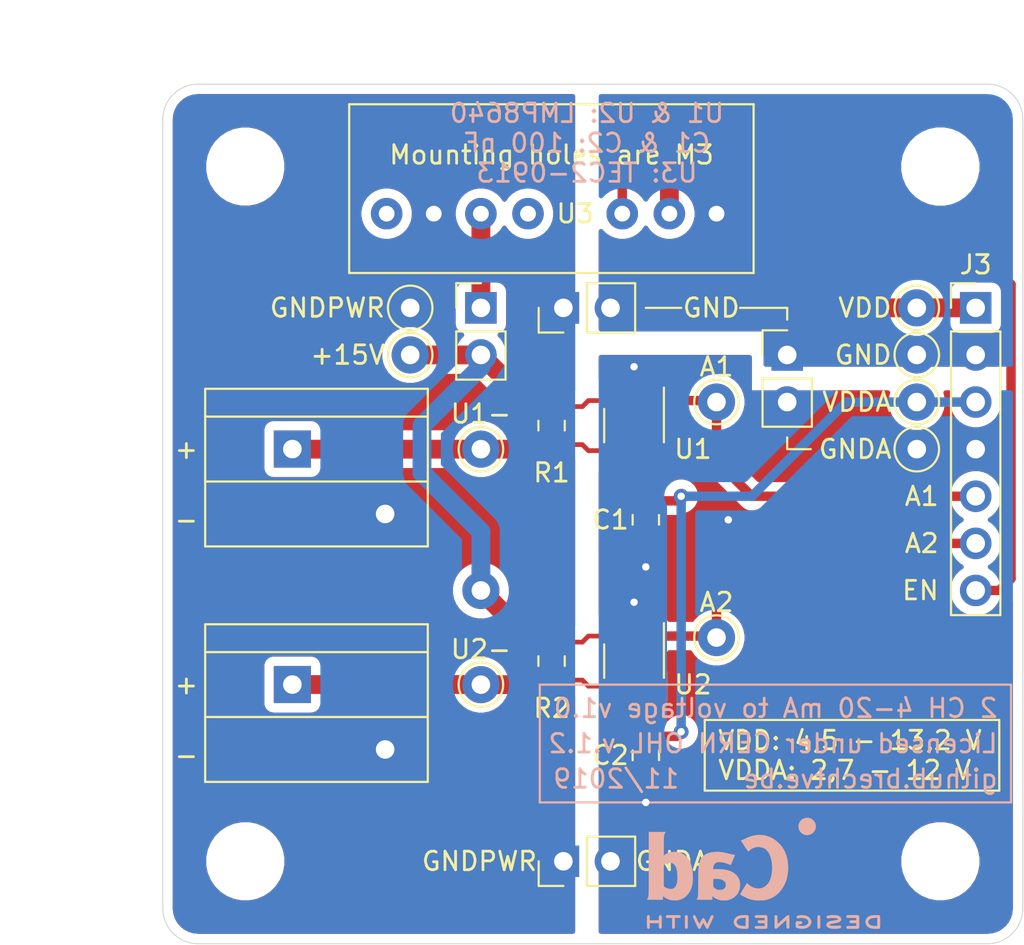
<source format=kicad_pcb>
(kicad_pcb (version 20171130) (host pcbnew 5.1.5-52549c5~84~ubuntu19.04.1)

  (general
    (thickness 1.6)
    (drawings 50)
    (tracks 88)
    (zones 0)
    (modules 30)
    (nets 13)
  )

  (page A4)
  (layers
    (0 F.Cu signal)
    (31 B.Cu signal)
    (32 B.Adhes user)
    (33 F.Adhes user)
    (34 B.Paste user)
    (35 F.Paste user)
    (36 B.SilkS user)
    (37 F.SilkS user)
    (38 B.Mask user)
    (39 F.Mask user)
    (40 Dwgs.User user)
    (41 Cmts.User user)
    (42 Eco1.User user)
    (43 Eco2.User user)
    (44 Edge.Cuts user)
    (45 Margin user)
    (46 B.CrtYd user)
    (47 F.CrtYd user)
    (48 B.Fab user hide)
    (49 F.Fab user hide)
  )

  (setup
    (last_trace_width 0.25)
    (user_trace_width 0.254)
    (user_trace_width 0.3048)
    (user_trace_width 0.381)
    (user_trace_width 0.508)
    (user_trace_width 0.762)
    (user_trace_width 1.016)
    (trace_clearance 0.25)
    (zone_clearance 0.508)
    (zone_45_only no)
    (trace_min 0.2)
    (via_size 0.8)
    (via_drill 0.4)
    (via_min_size 0.4)
    (via_min_drill 0.3)
    (user_via 0.8 0.4)
    (user_via 2 1)
    (uvia_size 0.3)
    (uvia_drill 0.1)
    (uvias_allowed no)
    (uvia_min_size 0.2)
    (uvia_min_drill 0.1)
    (edge_width 0.05)
    (segment_width 0.2)
    (pcb_text_width 0.3)
    (pcb_text_size 1.5 1.5)
    (mod_edge_width 0.12)
    (mod_text_size 1 1)
    (mod_text_width 0.15)
    (pad_size 1.524 1.524)
    (pad_drill 0.762)
    (pad_to_mask_clearance 0.051)
    (solder_mask_min_width 0.25)
    (aux_axis_origin 0 0)
    (visible_elements FFFFFF7F)
    (pcbplotparams
      (layerselection 0x010fc_ffffffff)
      (usegerberextensions true)
      (usegerberattributes false)
      (usegerberadvancedattributes false)
      (creategerberjobfile false)
      (excludeedgelayer true)
      (linewidth 0.100000)
      (plotframeref false)
      (viasonmask false)
      (mode 1)
      (useauxorigin false)
      (hpglpennumber 1)
      (hpglpenspeed 20)
      (hpglpendiameter 15.000000)
      (psnegative false)
      (psa4output false)
      (plotreference true)
      (plotvalue true)
      (plotinvisibletext false)
      (padsonsilk false)
      (subtractmaskfromsilk false)
      (outputformat 1)
      (mirror false)
      (drillshape 0)
      (scaleselection 1)
      (outputdirectory "Gerber/"))
  )

  (net 0 "")
  (net 1 GNDA)
  (net 2 VDDA)
  (net 3 GNDPWR)
  (net 4 /M1-)
  (net 5 /M2-)
  (net 6 EN)
  (net 7 A2)
  (net 8 A1)
  (net 9 GND)
  (net 10 VDD)
  (net 11 +15V)
  (net 12 "Net-(JP4-Pad1)")

  (net_class Default "This is the default net class."
    (clearance 0.25)
    (trace_width 0.25)
    (via_dia 0.8)
    (via_drill 0.4)
    (uvia_dia 0.3)
    (uvia_drill 0.1)
    (add_net +15V)
    (add_net /M1-)
    (add_net /M2-)
    (add_net A1)
    (add_net A2)
    (add_net EN)
    (add_net GND)
    (add_net GNDA)
    (add_net GNDPWR)
    (add_net "Net-(JP4-Pad1)")
    (add_net VDD)
    (add_net VDDA)
  )

  (module "Package_SIP_extra:SIP-8 TEC2-0913" (layer F.Cu) (tedit 5DD69014) (tstamp 5DD48CA1)
    (at 145.415 85.725 180)
    (path /5DD59017)
    (fp_text reference U3 (at 7.62 0) (layer F.SilkS)
      (effects (font (size 1 1) (thickness 0.15)))
    )
    (fp_text value TEC2-0913 (at 8.89 4.318) (layer F.Fab)
      (effects (font (size 1 1) (thickness 0.15)))
    )
    (fp_line (start -2 5.9) (end -2 -3.2) (layer F.CrtYd) (width 0.12))
    (fp_line (start 19.8 5.9) (end -2 5.9) (layer F.CrtYd) (width 0.12))
    (fp_line (start 19.8 -3.2) (end 19.8 5.9) (layer F.CrtYd) (width 0.12))
    (fp_line (start -2 -3.2) (end 19.8 -3.2) (layer F.CrtYd) (width 0.12))
    (fp_line (start 19.8 5.9) (end -2 5.9) (layer F.SilkS) (width 0.12))
    (fp_line (start 19.8 -3.2) (end 19.8 5.9) (layer F.SilkS) (width 0.12))
    (fp_line (start -2 -3.2) (end 19.8 -3.2) (layer F.SilkS) (width 0.12))
    (fp_line (start -2 5.9) (end -2 -3.2) (layer F.SilkS) (width 0.12))
    (pad 8 thru_hole circle (at 17.78 0 180) (size 1.7 1.7) (drill 0.85) (layers *.Cu *.Mask))
    (pad 7 thru_hole circle (at 15.24 0 180) (size 1.7 1.7) (drill 0.85) (layers *.Cu *.Mask)
      (net 3 GNDPWR))
    (pad 6 thru_hole circle (at 12.7 0 180) (size 1.7 1.7) (drill 0.85) (layers *.Cu *.Mask)
      (net 12 "Net-(JP4-Pad1)"))
    (pad 5 thru_hole circle (at 10.16 0 180) (size 1.7 1.7) (drill 0.85) (layers *.Cu *.Mask))
    (pad 3 thru_hole circle (at 5.08 0 180) (size 1.7 1.7) (drill 0.85) (layers *.Cu *.Mask)
      (net 6 EN))
    (pad 2 thru_hole circle (at 2.54 0 180) (size 1.7 1.7) (drill 0.85) (layers *.Cu *.Mask)
      (net 10 VDD))
    (pad 1 thru_hole rect (at 0 0 180) (size 1.7 1.7) (drill 0.85) (layers *.Cu *.Mask)
      (net 9 GND))
  )

  (module BrechtVanEeckhoudt_Aesthetics:KiCad-Logo2_SilkScreenMaskTop_5mm locked (layer B.Cu) (tedit 5DD93A1E) (tstamp 5DD9BA24)
    (at 147.955 121.285 180)
    (descr "KiCad Logo")
    (tags "Logo KiCad")
    (attr virtual)
    (fp_text reference REF** (at 0 5.08) (layer B.SilkS) hide
      (effects (font (size 1 1) (thickness 0.15)) (justify mirror))
    )
    (fp_text value KiCad-Logo2_SilkScreenMaskTop_5mm (at 0 -5.08) (layer B.Fab) hide
      (effects (font (size 1 1) (thickness 0.15)) (justify mirror))
    )
    (fp_poly (pts (xy 6.228823 -2.274533) (xy 6.260202 -2.296776) (xy 6.287911 -2.324485) (xy 6.287911 -2.63392)
      (xy 6.287838 -2.725799) (xy 6.287495 -2.79784) (xy 6.286692 -2.85278) (xy 6.285241 -2.89336)
      (xy 6.282952 -2.922317) (xy 6.279636 -2.942391) (xy 6.275105 -2.956321) (xy 6.269169 -2.966845)
      (xy 6.264514 -2.9731) (xy 6.233783 -2.997673) (xy 6.198496 -3.000341) (xy 6.166245 -2.985271)
      (xy 6.155588 -2.976374) (xy 6.148464 -2.964557) (xy 6.144167 -2.945526) (xy 6.141991 -2.914992)
      (xy 6.141228 -2.868662) (xy 6.141155 -2.832871) (xy 6.141155 -2.698045) (xy 5.644444 -2.698045)
      (xy 5.644444 -2.8207) (xy 5.643931 -2.876787) (xy 5.641876 -2.915333) (xy 5.637508 -2.941361)
      (xy 5.630056 -2.959897) (xy 5.621047 -2.9731) (xy 5.590144 -2.997604) (xy 5.555196 -3.000506)
      (xy 5.521738 -2.983089) (xy 5.512604 -2.973959) (xy 5.506152 -2.961855) (xy 5.501897 -2.943001)
      (xy 5.499352 -2.91362) (xy 5.498029 -2.869937) (xy 5.497443 -2.808175) (xy 5.497375 -2.794)
      (xy 5.496891 -2.677631) (xy 5.496641 -2.581727) (xy 5.496723 -2.504177) (xy 5.497231 -2.442869)
      (xy 5.498262 -2.39569) (xy 5.499913 -2.36053) (xy 5.502279 -2.335276) (xy 5.505457 -2.317817)
      (xy 5.509544 -2.306041) (xy 5.514634 -2.297835) (xy 5.520266 -2.291645) (xy 5.552128 -2.271844)
      (xy 5.585357 -2.274533) (xy 5.616735 -2.296776) (xy 5.629433 -2.311126) (xy 5.637526 -2.326978)
      (xy 5.642042 -2.349554) (xy 5.644006 -2.384078) (xy 5.644444 -2.435776) (xy 5.644444 -2.551289)
      (xy 6.141155 -2.551289) (xy 6.141155 -2.432756) (xy 6.141662 -2.378148) (xy 6.143698 -2.341275)
      (xy 6.148035 -2.317307) (xy 6.155447 -2.301415) (xy 6.163733 -2.291645) (xy 6.195594 -2.271844)
      (xy 6.228823 -2.274533)) (layer B.SilkS) (width 0.01))
    (fp_poly (pts (xy 4.963065 -2.269163) (xy 5.041772 -2.269542) (xy 5.102863 -2.270333) (xy 5.148817 -2.27167)
      (xy 5.182114 -2.273683) (xy 5.205236 -2.276506) (xy 5.220662 -2.280269) (xy 5.230871 -2.285105)
      (xy 5.235813 -2.288822) (xy 5.261457 -2.321358) (xy 5.264559 -2.355138) (xy 5.248711 -2.385826)
      (xy 5.238348 -2.398089) (xy 5.227196 -2.40645) (xy 5.211035 -2.411657) (xy 5.185642 -2.414457)
      (xy 5.146798 -2.415596) (xy 5.09028 -2.415821) (xy 5.07918 -2.415822) (xy 4.933244 -2.415822)
      (xy 4.933244 -2.686756) (xy 4.933148 -2.772154) (xy 4.932711 -2.837864) (xy 4.931712 -2.886774)
      (xy 4.929928 -2.921773) (xy 4.927137 -2.945749) (xy 4.923117 -2.961593) (xy 4.917645 -2.972191)
      (xy 4.910666 -2.980267) (xy 4.877734 -3.000112) (xy 4.843354 -2.998548) (xy 4.812176 -2.975906)
      (xy 4.809886 -2.9731) (xy 4.802429 -2.962492) (xy 4.796747 -2.950081) (xy 4.792601 -2.93285)
      (xy 4.78975 -2.907784) (xy 4.787954 -2.871867) (xy 4.786972 -2.822083) (xy 4.786564 -2.755417)
      (xy 4.786489 -2.679589) (xy 4.786489 -2.415822) (xy 4.647127 -2.415822) (xy 4.587322 -2.415418)
      (xy 4.545918 -2.41384) (xy 4.518748 -2.410547) (xy 4.501646 -2.404992) (xy 4.490443 -2.396631)
      (xy 4.489083 -2.395178) (xy 4.472725 -2.361939) (xy 4.474172 -2.324362) (xy 4.492978 -2.291645)
      (xy 4.50025 -2.285298) (xy 4.509627 -2.280266) (xy 4.523609 -2.276396) (xy 4.544696 -2.273537)
      (xy 4.575389 -2.271535) (xy 4.618189 -2.270239) (xy 4.675595 -2.269498) (xy 4.75011 -2.269158)
      (xy 4.844233 -2.269068) (xy 4.86426 -2.269067) (xy 4.963065 -2.269163)) (layer B.SilkS) (width 0.01))
    (fp_poly (pts (xy 4.188614 -2.275877) (xy 4.212327 -2.290647) (xy 4.238978 -2.312227) (xy 4.238978 -2.633773)
      (xy 4.238893 -2.72783) (xy 4.238529 -2.801932) (xy 4.237724 -2.858704) (xy 4.236313 -2.900768)
      (xy 4.234133 -2.930748) (xy 4.231021 -2.951267) (xy 4.226814 -2.964949) (xy 4.221348 -2.974416)
      (xy 4.217472 -2.979082) (xy 4.186034 -2.999575) (xy 4.150233 -2.998739) (xy 4.118873 -2.981264)
      (xy 4.092222 -2.959684) (xy 4.092222 -2.312227) (xy 4.118873 -2.290647) (xy 4.144594 -2.274949)
      (xy 4.1656 -2.269067) (xy 4.188614 -2.275877)) (layer B.SilkS) (width 0.01))
    (fp_poly (pts (xy 3.744665 -2.271034) (xy 3.764255 -2.278035) (xy 3.76501 -2.278377) (xy 3.791613 -2.298678)
      (xy 3.80627 -2.319561) (xy 3.809138 -2.329352) (xy 3.808996 -2.342361) (xy 3.804961 -2.360895)
      (xy 3.796146 -2.387257) (xy 3.781669 -2.423752) (xy 3.760645 -2.472687) (xy 3.732188 -2.536365)
      (xy 3.695415 -2.617093) (xy 3.675175 -2.661216) (xy 3.638625 -2.739985) (xy 3.604315 -2.812423)
      (xy 3.573552 -2.87588) (xy 3.547648 -2.927708) (xy 3.52791 -2.965259) (xy 3.51565 -2.985884)
      (xy 3.513224 -2.988733) (xy 3.482183 -3.001302) (xy 3.447121 -2.999619) (xy 3.419 -2.984332)
      (xy 3.417854 -2.983089) (xy 3.406668 -2.966154) (xy 3.387904 -2.93317) (xy 3.363875 -2.88838)
      (xy 3.336897 -2.836032) (xy 3.327201 -2.816742) (xy 3.254014 -2.67015) (xy 3.17424 -2.829393)
      (xy 3.145767 -2.884415) (xy 3.11935 -2.932132) (xy 3.097148 -2.968893) (xy 3.081319 -2.991044)
      (xy 3.075954 -2.995741) (xy 3.034257 -3.002102) (xy 2.999849 -2.988733) (xy 2.989728 -2.974446)
      (xy 2.972214 -2.942692) (xy 2.948735 -2.896597) (xy 2.92072 -2.839285) (xy 2.889599 -2.77388)
      (xy 2.856799 -2.703507) (xy 2.82375 -2.631291) (xy 2.791881 -2.560355) (xy 2.762619 -2.493825)
      (xy 2.737395 -2.434826) (xy 2.717636 -2.386481) (xy 2.704772 -2.351915) (xy 2.700231 -2.334253)
      (xy 2.700277 -2.333613) (xy 2.711326 -2.311388) (xy 2.73341 -2.288753) (xy 2.73471 -2.287768)
      (xy 2.761853 -2.272425) (xy 2.786958 -2.272574) (xy 2.796368 -2.275466) (xy 2.807834 -2.281718)
      (xy 2.82001 -2.294014) (xy 2.834357 -2.314908) (xy 2.852336 -2.346949) (xy 2.875407 -2.392688)
      (xy 2.90503 -2.454677) (xy 2.931745 -2.511898) (xy 2.96248 -2.578226) (xy 2.990021 -2.637874)
      (xy 3.012938 -2.687725) (xy 3.029798 -2.724664) (xy 3.039173 -2.745573) (xy 3.04054 -2.748845)
      (xy 3.046689 -2.743497) (xy 3.060822 -2.721109) (xy 3.081057 -2.684946) (xy 3.105515 -2.638277)
      (xy 3.115248 -2.619022) (xy 3.148217 -2.554004) (xy 3.173643 -2.506654) (xy 3.193612 -2.474219)
      (xy 3.21021 -2.453946) (xy 3.225524 -2.443082) (xy 3.24164 -2.438875) (xy 3.252143 -2.4384)
      (xy 3.27067 -2.440042) (xy 3.286904 -2.446831) (xy 3.303035 -2.461566) (xy 3.321251 -2.487044)
      (xy 3.343739 -2.526061) (xy 3.372689 -2.581414) (xy 3.388662 -2.612903) (xy 3.41457 -2.663087)
      (xy 3.437167 -2.704704) (xy 3.454458 -2.734242) (xy 3.46445 -2.748189) (xy 3.465809 -2.74877)
      (xy 3.472261 -2.737793) (xy 3.486708 -2.70929) (xy 3.507703 -2.666244) (xy 3.533797 -2.611638)
      (xy 3.563546 -2.548454) (xy 3.57818 -2.517071) (xy 3.61625 -2.436078) (xy 3.646905 -2.373756)
      (xy 3.671737 -2.328071) (xy 3.692337 -2.296989) (xy 3.710298 -2.278478) (xy 3.72721 -2.270504)
      (xy 3.744665 -2.271034)) (layer B.SilkS) (width 0.01))
    (fp_poly (pts (xy 1.018309 -2.269275) (xy 1.147288 -2.273636) (xy 1.256991 -2.286861) (xy 1.349226 -2.309741)
      (xy 1.425802 -2.34307) (xy 1.488527 -2.387638) (xy 1.539212 -2.444236) (xy 1.579663 -2.513658)
      (xy 1.580459 -2.515351) (xy 1.604601 -2.577483) (xy 1.613203 -2.632509) (xy 1.606231 -2.687887)
      (xy 1.583654 -2.751073) (xy 1.579372 -2.760689) (xy 1.550172 -2.816966) (xy 1.517356 -2.860451)
      (xy 1.475002 -2.897417) (xy 1.41719 -2.934135) (xy 1.413831 -2.936052) (xy 1.363504 -2.960227)
      (xy 1.306621 -2.978282) (xy 1.239527 -2.990839) (xy 1.158565 -2.998522) (xy 1.060082 -3.001953)
      (xy 1.025286 -3.002251) (xy 0.859594 -3.002845) (xy 0.836197 -2.9731) (xy 0.829257 -2.963319)
      (xy 0.823842 -2.951897) (xy 0.819765 -2.936095) (xy 0.816837 -2.913175) (xy 0.814867 -2.880396)
      (xy 0.814225 -2.856089) (xy 0.970844 -2.856089) (xy 1.064726 -2.856089) (xy 1.119664 -2.854483)
      (xy 1.17606 -2.850255) (xy 1.222345 -2.844292) (xy 1.225139 -2.84379) (xy 1.307348 -2.821736)
      (xy 1.371114 -2.7886) (xy 1.418452 -2.742847) (xy 1.451382 -2.682939) (xy 1.457108 -2.667061)
      (xy 1.462721 -2.642333) (xy 1.460291 -2.617902) (xy 1.448467 -2.5854) (xy 1.44134 -2.569434)
      (xy 1.418 -2.527006) (xy 1.38988 -2.49724) (xy 1.35894 -2.476511) (xy 1.296966 -2.449537)
      (xy 1.217651 -2.429998) (xy 1.125253 -2.418746) (xy 1.058333 -2.41627) (xy 0.970844 -2.415822)
      (xy 0.970844 -2.856089) (xy 0.814225 -2.856089) (xy 0.813668 -2.835021) (xy 0.81305 -2.774311)
      (xy 0.812825 -2.695526) (xy 0.8128 -2.63392) (xy 0.8128 -2.324485) (xy 0.840509 -2.296776)
      (xy 0.852806 -2.285544) (xy 0.866103 -2.277853) (xy 0.884672 -2.27304) (xy 0.912786 -2.270446)
      (xy 0.954717 -2.26941) (xy 1.014737 -2.26927) (xy 1.018309 -2.269275)) (layer B.SilkS) (width 0.01))
    (fp_poly (pts (xy 0.230343 -2.26926) (xy 0.306701 -2.270174) (xy 0.365217 -2.272311) (xy 0.408255 -2.276175)
      (xy 0.438183 -2.282267) (xy 0.457368 -2.29109) (xy 0.468176 -2.303146) (xy 0.472973 -2.318939)
      (xy 0.474127 -2.33897) (xy 0.474133 -2.341335) (xy 0.473131 -2.363992) (xy 0.468396 -2.381503)
      (xy 0.457333 -2.394574) (xy 0.437348 -2.403913) (xy 0.405846 -2.410227) (xy 0.360232 -2.414222)
      (xy 0.297913 -2.416606) (xy 0.216293 -2.418086) (xy 0.191277 -2.418414) (xy -0.0508 -2.421467)
      (xy -0.054186 -2.486378) (xy -0.057571 -2.551289) (xy 0.110576 -2.551289) (xy 0.176266 -2.551531)
      (xy 0.223172 -2.552556) (xy 0.255083 -2.554811) (xy 0.275791 -2.558742) (xy 0.289084 -2.564798)
      (xy 0.298755 -2.573424) (xy 0.298817 -2.573493) (xy 0.316356 -2.607112) (xy 0.315722 -2.643448)
      (xy 0.297314 -2.674423) (xy 0.293671 -2.677607) (xy 0.280741 -2.685812) (xy 0.263024 -2.691521)
      (xy 0.23657 -2.695162) (xy 0.197432 -2.697167) (xy 0.141662 -2.697964) (xy 0.105994 -2.698045)
      (xy -0.056445 -2.698045) (xy -0.056445 -2.856089) (xy 0.190161 -2.856089) (xy 0.27158 -2.856231)
      (xy 0.33341 -2.856814) (xy 0.378637 -2.858068) (xy 0.410248 -2.860227) (xy 0.431231 -2.863523)
      (xy 0.444573 -2.868189) (xy 0.453261 -2.874457) (xy 0.45545 -2.876733) (xy 0.471614 -2.90828)
      (xy 0.472797 -2.944168) (xy 0.459536 -2.975285) (xy 0.449043 -2.985271) (xy 0.438129 -2.990769)
      (xy 0.421217 -2.995022) (xy 0.395633 -2.99818) (xy 0.358701 -3.000392) (xy 0.307746 -3.001806)
      (xy 0.240094 -3.002572) (xy 0.153069 -3.002838) (xy 0.133394 -3.002845) (xy 0.044911 -3.002787)
      (xy -0.023773 -3.002467) (xy -0.075436 -3.001667) (xy -0.112855 -3.000167) (xy -0.13881 -2.997749)
      (xy -0.156078 -2.994194) (xy -0.167438 -2.989282) (xy -0.175668 -2.982795) (xy -0.180183 -2.978138)
      (xy -0.186979 -2.969889) (xy -0.192288 -2.959669) (xy -0.196294 -2.9448) (xy -0.199179 -2.922602)
      (xy -0.201126 -2.890393) (xy -0.202319 -2.845496) (xy -0.202939 -2.785228) (xy -0.203171 -2.706911)
      (xy -0.2032 -2.640994) (xy -0.203129 -2.548628) (xy -0.202792 -2.476117) (xy -0.202002 -2.420737)
      (xy -0.200574 -2.379765) (xy -0.198321 -2.350478) (xy -0.195057 -2.330153) (xy -0.190596 -2.316066)
      (xy -0.184752 -2.305495) (xy -0.179803 -2.298811) (xy -0.156406 -2.269067) (xy 0.133774 -2.269067)
      (xy 0.230343 -2.26926)) (layer B.SilkS) (width 0.01))
    (fp_poly (pts (xy -1.300114 -2.273448) (xy -1.276548 -2.287273) (xy -1.245735 -2.309881) (xy -1.206078 -2.342338)
      (xy -1.15598 -2.385708) (xy -1.093843 -2.441058) (xy -1.018072 -2.509451) (xy -0.931334 -2.588084)
      (xy -0.750711 -2.751878) (xy -0.745067 -2.532029) (xy -0.743029 -2.456351) (xy -0.741063 -2.399994)
      (xy -0.738734 -2.359706) (xy -0.735606 -2.332235) (xy -0.731245 -2.314329) (xy -0.725216 -2.302737)
      (xy -0.717084 -2.294208) (xy -0.712772 -2.290623) (xy -0.678241 -2.27167) (xy -0.645383 -2.274441)
      (xy -0.619318 -2.290633) (xy -0.592667 -2.312199) (xy -0.589352 -2.627151) (xy -0.588435 -2.719779)
      (xy -0.587968 -2.792544) (xy -0.588113 -2.848161) (xy -0.589032 -2.889342) (xy -0.590887 -2.918803)
      (xy -0.593839 -2.939255) (xy -0.59805 -2.953413) (xy -0.603682 -2.963991) (xy -0.609927 -2.972474)
      (xy -0.623439 -2.988207) (xy -0.636883 -2.998636) (xy -0.652124 -3.002639) (xy -0.671026 -2.999094)
      (xy -0.695455 -2.986879) (xy -0.727273 -2.964871) (xy -0.768348 -2.931949) (xy -0.820542 -2.886991)
      (xy -0.885722 -2.828875) (xy -0.959556 -2.762099) (xy -1.224845 -2.521458) (xy -1.230489 -2.740589)
      (xy -1.232531 -2.816128) (xy -1.234502 -2.872354) (xy -1.236839 -2.912524) (xy -1.239981 -2.939896)
      (xy -1.244364 -2.957728) (xy -1.250424 -2.969279) (xy -1.2586 -2.977807) (xy -1.262784 -2.981282)
      (xy -1.299765 -3.000372) (xy -1.334708 -2.997493) (xy -1.365136 -2.9731) (xy -1.372097 -2.963286)
      (xy -1.377523 -2.951826) (xy -1.381603 -2.935968) (xy -1.384529 -2.912963) (xy -1.386492 -2.880062)
      (xy -1.387683 -2.834516) (xy -1.388292 -2.773573) (xy -1.388511 -2.694486) (xy -1.388534 -2.635956)
      (xy -1.38846 -2.544407) (xy -1.388113 -2.472687) (xy -1.387301 -2.418045) (xy -1.385833 -2.377732)
      (xy -1.383519 -2.348998) (xy -1.380167 -2.329093) (xy -1.375588 -2.315268) (xy -1.369589 -2.304772)
      (xy -1.365136 -2.298811) (xy -1.35385 -2.284691) (xy -1.343301 -2.274029) (xy -1.331893 -2.267892)
      (xy -1.31803 -2.267343) (xy -1.300114 -2.273448)) (layer B.SilkS) (width 0.01))
    (fp_poly (pts (xy -1.950081 -2.274599) (xy -1.881565 -2.286095) (xy -1.828943 -2.303967) (xy -1.794708 -2.327499)
      (xy -1.785379 -2.340924) (xy -1.775893 -2.372148) (xy -1.782277 -2.400395) (xy -1.80243 -2.427182)
      (xy -1.833745 -2.439713) (xy -1.879183 -2.438696) (xy -1.914326 -2.431906) (xy -1.992419 -2.418971)
      (xy -2.072226 -2.417742) (xy -2.161555 -2.428241) (xy -2.186229 -2.43269) (xy -2.269291 -2.456108)
      (xy -2.334273 -2.490945) (xy -2.380461 -2.536604) (xy -2.407145 -2.592494) (xy -2.412663 -2.621388)
      (xy -2.409051 -2.680012) (xy -2.385729 -2.731879) (xy -2.344824 -2.775978) (xy -2.288459 -2.811299)
      (xy -2.21876 -2.836829) (xy -2.137852 -2.851559) (xy -2.04786 -2.854478) (xy -1.95091 -2.844575)
      (xy -1.945436 -2.843641) (xy -1.906875 -2.836459) (xy -1.885494 -2.829521) (xy -1.876227 -2.819227)
      (xy -1.874006 -2.801976) (xy -1.873956 -2.792841) (xy -1.873956 -2.754489) (xy -1.942431 -2.754489)
      (xy -2.0029 -2.750347) (xy -2.044165 -2.737147) (xy -2.068175 -2.71373) (xy -2.076877 -2.678936)
      (xy -2.076983 -2.674394) (xy -2.071892 -2.644654) (xy -2.054433 -2.623419) (xy -2.021939 -2.609366)
      (xy -1.971743 -2.601173) (xy -1.923123 -2.598161) (xy -1.852456 -2.596433) (xy -1.801198 -2.59907)
      (xy -1.766239 -2.6088) (xy -1.74447 -2.628353) (xy -1.73278 -2.660456) (xy -1.72806 -2.707838)
      (xy -1.7272 -2.770071) (xy -1.728609 -2.839535) (xy -1.732848 -2.886786) (xy -1.739936 -2.912012)
      (xy -1.741311 -2.913988) (xy -1.780228 -2.945508) (xy -1.837286 -2.97047) (xy -1.908869 -2.98834)
      (xy -1.991358 -2.998586) (xy -2.081139 -3.000673) (xy -2.174592 -2.994068) (xy -2.229556 -2.985956)
      (xy -2.315766 -2.961554) (xy -2.395892 -2.921662) (xy -2.462977 -2.869887) (xy -2.473173 -2.859539)
      (xy -2.506302 -2.816035) (xy -2.536194 -2.762118) (xy -2.559357 -2.705592) (xy -2.572298 -2.654259)
      (xy -2.573858 -2.634544) (xy -2.567218 -2.593419) (xy -2.549568 -2.542252) (xy -2.524297 -2.488394)
      (xy -2.494789 -2.439195) (xy -2.468719 -2.406334) (xy -2.407765 -2.357452) (xy -2.328969 -2.318545)
      (xy -2.235157 -2.290494) (xy -2.12915 -2.274179) (xy -2.032 -2.270192) (xy -1.950081 -2.274599)) (layer B.SilkS) (width 0.01))
    (fp_poly (pts (xy -2.923822 -2.291645) (xy -2.917242 -2.299218) (xy -2.912079 -2.308987) (xy -2.908164 -2.323571)
      (xy -2.905324 -2.345585) (xy -2.903387 -2.377648) (xy -2.902183 -2.422375) (xy -2.901539 -2.482385)
      (xy -2.901284 -2.560294) (xy -2.901245 -2.635956) (xy -2.901314 -2.729802) (xy -2.901638 -2.803689)
      (xy -2.902386 -2.860232) (xy -2.903732 -2.902049) (xy -2.905846 -2.931757) (xy -2.9089 -2.951973)
      (xy -2.913066 -2.965314) (xy -2.918516 -2.974398) (xy -2.923822 -2.980267) (xy -2.956826 -2.999947)
      (xy -2.991991 -2.998181) (xy -3.023455 -2.976717) (xy -3.030684 -2.968337) (xy -3.036334 -2.958614)
      (xy -3.040599 -2.944861) (xy -3.043673 -2.924389) (xy -3.045752 -2.894512) (xy -3.04703 -2.852541)
      (xy -3.047701 -2.795789) (xy -3.047959 -2.721567) (xy -3.048 -2.637537) (xy -3.048 -2.324485)
      (xy -3.020291 -2.296776) (xy -2.986137 -2.273463) (xy -2.953006 -2.272623) (xy -2.923822 -2.291645)) (layer B.SilkS) (width 0.01))
    (fp_poly (pts (xy -3.691703 -2.270351) (xy -3.616888 -2.275581) (xy -3.547306 -2.28375) (xy -3.487002 -2.29455)
      (xy -3.44002 -2.307673) (xy -3.410406 -2.322813) (xy -3.40586 -2.327269) (xy -3.390054 -2.36185)
      (xy -3.394847 -2.397351) (xy -3.419364 -2.427725) (xy -3.420534 -2.428596) (xy -3.434954 -2.437954)
      (xy -3.450008 -2.442876) (xy -3.471005 -2.443473) (xy -3.503257 -2.439861) (xy -3.552073 -2.432154)
      (xy -3.556 -2.431505) (xy -3.628739 -2.422569) (xy -3.707217 -2.418161) (xy -3.785927 -2.418119)
      (xy -3.859361 -2.422279) (xy -3.922011 -2.430479) (xy -3.96837 -2.442557) (xy -3.971416 -2.443771)
      (xy -4.005048 -2.462615) (xy -4.016864 -2.481685) (xy -4.007614 -2.500439) (xy -3.978047 -2.518337)
      (xy -3.928911 -2.534837) (xy -3.860957 -2.549396) (xy -3.815645 -2.556406) (xy -3.721456 -2.569889)
      (xy -3.646544 -2.582214) (xy -3.587717 -2.594449) (xy -3.541785 -2.607661) (xy -3.505555 -2.622917)
      (xy -3.475838 -2.641285) (xy -3.449442 -2.663831) (xy -3.42823 -2.685971) (xy -3.403065 -2.716819)
      (xy -3.390681 -2.743345) (xy -3.386808 -2.776026) (xy -3.386667 -2.787995) (xy -3.389576 -2.827712)
      (xy -3.401202 -2.857259) (xy -3.421323 -2.883486) (xy -3.462216 -2.923576) (xy -3.507817 -2.954149)
      (xy -3.561513 -2.976203) (xy -3.626692 -2.990735) (xy -3.706744 -2.998741) (xy -3.805057 -3.001218)
      (xy -3.821289 -3.001177) (xy -3.886849 -2.999818) (xy -3.951866 -2.99673) (xy -4.009252 -2.992356)
      (xy -4.051922 -2.98714) (xy -4.055372 -2.986541) (xy -4.097796 -2.976491) (xy -4.13378 -2.963796)
      (xy -4.15415 -2.95219) (xy -4.173107 -2.921572) (xy -4.174427 -2.885918) (xy -4.158085 -2.854144)
      (xy -4.154429 -2.850551) (xy -4.139315 -2.839876) (xy -4.120415 -2.835276) (xy -4.091162 -2.836059)
      (xy -4.055651 -2.840127) (xy -4.01597 -2.843762) (xy -3.960345 -2.846828) (xy -3.895406 -2.849053)
      (xy -3.827785 -2.850164) (xy -3.81 -2.850237) (xy -3.742128 -2.849964) (xy -3.692454 -2.848646)
      (xy -3.65661 -2.845827) (xy -3.630224 -2.84105) (xy -3.608926 -2.833857) (xy -3.596126 -2.827867)
      (xy -3.568 -2.811233) (xy -3.550068 -2.796168) (xy -3.547447 -2.791897) (xy -3.552976 -2.774263)
      (xy -3.57926 -2.757192) (xy -3.624478 -2.741458) (xy -3.686808 -2.727838) (xy -3.705171 -2.724804)
      (xy -3.80109 -2.709738) (xy -3.877641 -2.697146) (xy -3.93778 -2.686111) (xy -3.98446 -2.67572)
      (xy -4.020637 -2.665056) (xy -4.049265 -2.653205) (xy -4.073298 -2.639251) (xy -4.095692 -2.622281)
      (xy -4.119402 -2.601378) (xy -4.12738 -2.594049) (xy -4.155353 -2.566699) (xy -4.17016 -2.545029)
      (xy -4.175952 -2.520232) (xy -4.176889 -2.488983) (xy -4.166575 -2.427705) (xy -4.135752 -2.37564)
      (xy -4.084595 -2.332958) (xy -4.013283 -2.299825) (xy -3.9624 -2.284964) (xy -3.9071 -2.275366)
      (xy -3.840853 -2.269936) (xy -3.767706 -2.268367) (xy -3.691703 -2.270351)) (layer B.SilkS) (width 0.01))
    (fp_poly (pts (xy -4.712794 -2.269146) (xy -4.643386 -2.269518) (xy -4.590997 -2.270385) (xy -4.552847 -2.271946)
      (xy -4.526159 -2.274403) (xy -4.508153 -2.277957) (xy -4.496049 -2.28281) (xy -4.487069 -2.289161)
      (xy -4.483818 -2.292084) (xy -4.464043 -2.323142) (xy -4.460482 -2.358828) (xy -4.473491 -2.39051)
      (xy -4.479506 -2.396913) (xy -4.489235 -2.403121) (xy -4.504901 -2.40791) (xy -4.529408 -2.411514)
      (xy -4.565661 -2.414164) (xy -4.616565 -2.416095) (xy -4.685026 -2.417539) (xy -4.747617 -2.418418)
      (xy -4.995334 -2.421467) (xy -4.998719 -2.486378) (xy -5.002105 -2.551289) (xy -4.833958 -2.551289)
      (xy -4.760959 -2.551919) (xy -4.707517 -2.554553) (xy -4.670628 -2.560309) (xy -4.647288 -2.570304)
      (xy -4.634494 -2.585656) (xy -4.629242 -2.607482) (xy -4.628445 -2.627738) (xy -4.630923 -2.652592)
      (xy -4.640277 -2.670906) (xy -4.659383 -2.683637) (xy -4.691118 -2.691741) (xy -4.738359 -2.696176)
      (xy -4.803983 -2.697899) (xy -4.839801 -2.698045) (xy -5.000978 -2.698045) (xy -5.000978 -2.856089)
      (xy -4.752622 -2.856089) (xy -4.671213 -2.856202) (xy -4.609342 -2.856712) (xy -4.563968 -2.85787)
      (xy -4.532054 -2.85993) (xy -4.510559 -2.863146) (xy -4.496443 -2.867772) (xy -4.486668 -2.874059)
      (xy -4.481689 -2.878667) (xy -4.46461 -2.90556) (xy -4.459111 -2.929467) (xy -4.466963 -2.958667)
      (xy -4.481689 -2.980267) (xy -4.489546 -2.987066) (xy -4.499688 -2.992346) (xy -4.514844 -2.996298)
      (xy -4.537741 -2.999113) (xy -4.571109 -3.000982) (xy -4.617675 -3.002098) (xy -4.680167 -3.002651)
      (xy -4.761314 -3.002833) (xy -4.803422 -3.002845) (xy -4.893598 -3.002765) (xy -4.963924 -3.002398)
      (xy -5.017129 -3.001552) (xy -5.05594 -3.000036) (xy -5.083087 -2.997659) (xy -5.101298 -2.994229)
      (xy -5.1133 -2.989554) (xy -5.121822 -2.983444) (xy -5.125156 -2.980267) (xy -5.131755 -2.97267)
      (xy -5.136927 -2.96287) (xy -5.140846 -2.948239) (xy -5.143684 -2.926152) (xy -5.145615 -2.893982)
      (xy -5.146812 -2.849103) (xy -5.147448 -2.788889) (xy -5.147697 -2.710713) (xy -5.147734 -2.637923)
      (xy -5.1477 -2.544707) (xy -5.147465 -2.471431) (xy -5.14683 -2.415458) (xy -5.145594 -2.374151)
      (xy -5.143556 -2.344872) (xy -5.140517 -2.324984) (xy -5.136277 -2.31185) (xy -5.130635 -2.302832)
      (xy -5.123391 -2.295293) (xy -5.121606 -2.293612) (xy -5.112945 -2.286172) (xy -5.102882 -2.280409)
      (xy -5.088625 -2.276112) (xy -5.067383 -2.273064) (xy -5.036364 -2.271051) (xy -4.992777 -2.26986)
      (xy -4.933831 -2.269275) (xy -4.856734 -2.269083) (xy -4.802001 -2.269067) (xy -4.712794 -2.269146)) (layer B.SilkS) (width 0.01))
    (fp_poly (pts (xy -6.121371 -2.269066) (xy -6.081889 -2.269467) (xy -5.9662 -2.272259) (xy -5.869311 -2.28055)
      (xy -5.787919 -2.295232) (xy -5.718723 -2.317193) (xy -5.65842 -2.347322) (xy -5.603708 -2.38651)
      (xy -5.584167 -2.403532) (xy -5.55175 -2.443363) (xy -5.52252 -2.497413) (xy -5.499991 -2.557323)
      (xy -5.487679 -2.614739) (xy -5.4864 -2.635956) (xy -5.494417 -2.694769) (xy -5.515899 -2.759013)
      (xy -5.546999 -2.819821) (xy -5.583866 -2.86833) (xy -5.589854 -2.874182) (xy -5.640579 -2.915321)
      (xy -5.696125 -2.947435) (xy -5.759696 -2.971365) (xy -5.834494 -2.987953) (xy -5.923722 -2.998041)
      (xy -6.030582 -3.002469) (xy -6.079528 -3.002845) (xy -6.141762 -3.002545) (xy -6.185528 -3.001292)
      (xy -6.214931 -2.998554) (xy -6.234079 -2.993801) (xy -6.247077 -2.986501) (xy -6.254045 -2.980267)
      (xy -6.260626 -2.972694) (xy -6.265788 -2.962924) (xy -6.269703 -2.94834) (xy -6.272543 -2.926326)
      (xy -6.27448 -2.894264) (xy -6.275684 -2.849536) (xy -6.276328 -2.789526) (xy -6.276583 -2.711617)
      (xy -6.276622 -2.635956) (xy -6.27687 -2.535041) (xy -6.276817 -2.454427) (xy -6.275857 -2.415822)
      (xy -6.129867 -2.415822) (xy -6.129867 -2.856089) (xy -6.036734 -2.856004) (xy -5.980693 -2.854396)
      (xy -5.921999 -2.850256) (xy -5.873028 -2.844464) (xy -5.871538 -2.844226) (xy -5.792392 -2.82509)
      (xy -5.731002 -2.795287) (xy -5.684305 -2.752878) (xy -5.654635 -2.706961) (xy -5.636353 -2.656026)
      (xy -5.637771 -2.6082) (xy -5.658988 -2.556933) (xy -5.700489 -2.503899) (xy -5.757998 -2.4646)
      (xy -5.83275 -2.438331) (xy -5.882708 -2.429035) (xy -5.939416 -2.422507) (xy -5.999519 -2.417782)
      (xy -6.050639 -2.415817) (xy -6.053667 -2.415808) (xy -6.129867 -2.415822) (xy -6.275857 -2.415822)
      (xy -6.27526 -2.391851) (xy -6.270998 -2.345055) (xy -6.26283 -2.311778) (xy -6.249556 -2.289759)
      (xy -6.229974 -2.276739) (xy -6.202883 -2.270457) (xy -6.167082 -2.268653) (xy -6.121371 -2.269066)) (layer B.SilkS) (width 0.01))
    (fp_poly (pts (xy -2.273043 2.973429) (xy -2.176768 2.949191) (xy -2.090184 2.906359) (xy -2.015373 2.846581)
      (xy -1.954418 2.771506) (xy -1.909399 2.68278) (xy -1.883136 2.58647) (xy -1.877286 2.489205)
      (xy -1.89214 2.395346) (xy -1.92584 2.307489) (xy -1.976528 2.22823) (xy -2.042345 2.160164)
      (xy -2.121434 2.105888) (xy -2.211934 2.067998) (xy -2.2632 2.055574) (xy -2.307698 2.048053)
      (xy -2.341999 2.045081) (xy -2.37496 2.046906) (xy -2.415434 2.053775) (xy -2.448531 2.06075)
      (xy -2.541947 2.092259) (xy -2.625619 2.143383) (xy -2.697665 2.212571) (xy -2.7562 2.298272)
      (xy -2.770148 2.325511) (xy -2.786586 2.361878) (xy -2.796894 2.392418) (xy -2.80246 2.42455)
      (xy -2.804669 2.465693) (xy -2.804948 2.511778) (xy -2.800861 2.596135) (xy -2.787446 2.665414)
      (xy -2.762256 2.726039) (xy -2.722846 2.784433) (xy -2.684298 2.828698) (xy -2.612406 2.894516)
      (xy -2.537313 2.939947) (xy -2.454562 2.96715) (xy -2.376928 2.977424) (xy -2.273043 2.973429)) (layer B.SilkS) (width 0.01))
    (fp_poly (pts (xy 6.186507 0.527755) (xy 6.186526 0.293338) (xy 6.186552 0.080397) (xy 6.186625 -0.112168)
      (xy 6.186782 -0.285459) (xy 6.187064 -0.440576) (xy 6.187509 -0.57862) (xy 6.188156 -0.700692)
      (xy 6.189045 -0.807894) (xy 6.190213 -0.901326) (xy 6.191701 -0.98209) (xy 6.193546 -1.051286)
      (xy 6.195789 -1.110015) (xy 6.198469 -1.159379) (xy 6.201623 -1.200478) (xy 6.205292 -1.234413)
      (xy 6.209513 -1.262286) (xy 6.214327 -1.285198) (xy 6.219773 -1.304249) (xy 6.225888 -1.32054)
      (xy 6.232712 -1.335173) (xy 6.240285 -1.349249) (xy 6.248645 -1.363868) (xy 6.253839 -1.372974)
      (xy 6.288104 -1.433689) (xy 5.429955 -1.433689) (xy 5.429955 -1.337733) (xy 5.429224 -1.29437)
      (xy 5.427272 -1.261205) (xy 5.424463 -1.243424) (xy 5.423221 -1.241778) (xy 5.411799 -1.248662)
      (xy 5.389084 -1.266505) (xy 5.366385 -1.285879) (xy 5.3118 -1.326614) (xy 5.242321 -1.367617)
      (xy 5.16527 -1.405123) (xy 5.087965 -1.435364) (xy 5.057113 -1.445012) (xy 4.988616 -1.459578)
      (xy 4.905764 -1.469539) (xy 4.816371 -1.474583) (xy 4.728248 -1.474396) (xy 4.649207 -1.468666)
      (xy 4.611511 -1.462858) (xy 4.473414 -1.424797) (xy 4.346113 -1.367073) (xy 4.230292 -1.290211)
      (xy 4.126637 -1.194739) (xy 4.035833 -1.081179) (xy 3.969031 -0.970381) (xy 3.914164 -0.853625)
      (xy 3.872163 -0.734276) (xy 3.842167 -0.608283) (xy 3.823311 -0.471594) (xy 3.814732 -0.320158)
      (xy 3.814006 -0.242711) (xy 3.8161 -0.185934) (xy 4.645217 -0.185934) (xy 4.645424 -0.279002)
      (xy 4.648337 -0.366692) (xy 4.654 -0.443772) (xy 4.662455 -0.505009) (xy 4.665038 -0.51735)
      (xy 4.69684 -0.624633) (xy 4.738498 -0.711658) (xy 4.790363 -0.778642) (xy 4.852781 -0.825805)
      (xy 4.9261 -0.853365) (xy 5.010669 -0.861541) (xy 5.106835 -0.850551) (xy 5.170311 -0.834829)
      (xy 5.219454 -0.816639) (xy 5.273583 -0.790791) (xy 5.314244 -0.767089) (xy 5.3848 -0.720721)
      (xy 5.3848 0.42947) (xy 5.317392 0.473038) (xy 5.238867 0.51396) (xy 5.154681 0.540611)
      (xy 5.069557 0.552535) (xy 4.988216 0.549278) (xy 4.91538 0.530385) (xy 4.883426 0.514816)
      (xy 4.825501 0.471819) (xy 4.776544 0.415047) (xy 4.73539 0.342425) (xy 4.700874 0.251879)
      (xy 4.671833 0.141334) (xy 4.670552 0.135467) (xy 4.660381 0.073212) (xy 4.652739 -0.004594)
      (xy 4.64767 -0.09272) (xy 4.645217 -0.185934) (xy 3.8161 -0.185934) (xy 3.821857 -0.029895)
      (xy 3.843802 0.165941) (xy 3.879786 0.344668) (xy 3.929759 0.506155) (xy 3.993668 0.650274)
      (xy 4.071462 0.776894) (xy 4.163089 0.885885) (xy 4.268497 0.977117) (xy 4.313662 1.008068)
      (xy 4.414611 1.064215) (xy 4.517901 1.103826) (xy 4.627989 1.127986) (xy 4.74933 1.137781)
      (xy 4.841836 1.136735) (xy 4.97149 1.125769) (xy 5.084084 1.103954) (xy 5.182875 1.070286)
      (xy 5.271121 1.023764) (xy 5.319986 0.989552) (xy 5.349353 0.967638) (xy 5.371043 0.952667)
      (xy 5.379253 0.948267) (xy 5.380868 0.959096) (xy 5.382159 0.989749) (xy 5.383138 1.037474)
      (xy 5.383817 1.099521) (xy 5.38421 1.173138) (xy 5.38433 1.255573) (xy 5.384188 1.344075)
      (xy 5.383797 1.435893) (xy 5.383171 1.528276) (xy 5.38232 1.618472) (xy 5.38126 1.703729)
      (xy 5.380001 1.781297) (xy 5.378556 1.848424) (xy 5.376938 1.902359) (xy 5.375161 1.94035)
      (xy 5.374669 1.947333) (xy 5.367092 2.017749) (xy 5.355531 2.072898) (xy 5.337792 2.120019)
      (xy 5.311682 2.166353) (xy 5.305415 2.175933) (xy 5.280983 2.212622) (xy 6.186311 2.212622)
      (xy 6.186507 0.527755)) (layer B.SilkS) (width 0.01))
    (fp_poly (pts (xy 2.673574 1.133448) (xy 2.825492 1.113433) (xy 2.960756 1.079798) (xy 3.080239 1.032275)
      (xy 3.184815 0.970595) (xy 3.262424 0.907035) (xy 3.331265 0.832901) (xy 3.385006 0.753129)
      (xy 3.42791 0.660909) (xy 3.443384 0.617839) (xy 3.456244 0.578858) (xy 3.467446 0.542711)
      (xy 3.47712 0.507566) (xy 3.485396 0.47159) (xy 3.492403 0.43295) (xy 3.498272 0.389815)
      (xy 3.503131 0.340351) (xy 3.50711 0.282727) (xy 3.51034 0.215109) (xy 3.512949 0.135666)
      (xy 3.515067 0.042564) (xy 3.516824 -0.066027) (xy 3.518349 -0.191942) (xy 3.519772 -0.337012)
      (xy 3.521025 -0.479778) (xy 3.522351 -0.635968) (xy 3.523556 -0.771239) (xy 3.524766 -0.887246)
      (xy 3.526106 -0.985645) (xy 3.5277 -1.068093) (xy 3.529675 -1.136246) (xy 3.532156 -1.19176)
      (xy 3.535269 -1.236292) (xy 3.539138 -1.271498) (xy 3.543889 -1.299034) (xy 3.549648 -1.320556)
      (xy 3.556539 -1.337722) (xy 3.564689 -1.352186) (xy 3.574223 -1.365606) (xy 3.585266 -1.379638)
      (xy 3.589566 -1.385071) (xy 3.605386 -1.40791) (xy 3.612422 -1.423463) (xy 3.612444 -1.423922)
      (xy 3.601567 -1.426121) (xy 3.570582 -1.428147) (xy 3.521957 -1.429942) (xy 3.458163 -1.431451)
      (xy 3.381669 -1.432616) (xy 3.294944 -1.43338) (xy 3.200457 -1.433686) (xy 3.18955 -1.433689)
      (xy 2.766657 -1.433689) (xy 2.763395 -1.337622) (xy 2.760133 -1.241556) (xy 2.698044 -1.292543)
      (xy 2.600714 -1.360057) (xy 2.490813 -1.414749) (xy 2.404349 -1.444978) (xy 2.335278 -1.459666)
      (xy 2.251925 -1.469659) (xy 2.162159 -1.474646) (xy 2.073845 -1.474313) (xy 1.994851 -1.468351)
      (xy 1.958622 -1.462638) (xy 1.818603 -1.424776) (xy 1.692178 -1.369932) (xy 1.58026 -1.298924)
      (xy 1.483762 -1.212568) (xy 1.4036 -1.111679) (xy 1.340687 -0.997076) (xy 1.296312 -0.870984)
      (xy 1.283978 -0.814401) (xy 1.276368 -0.752202) (xy 1.272739 -0.677363) (xy 1.272245 -0.643467)
      (xy 1.27231 -0.640282) (xy 2.032248 -0.640282) (xy 2.041541 -0.715333) (xy 2.069728 -0.77916)
      (xy 2.118197 -0.834798) (xy 2.123254 -0.839211) (xy 2.171548 -0.874037) (xy 2.223257 -0.89662)
      (xy 2.283989 -0.90854) (xy 2.359352 -0.911383) (xy 2.377459 -0.910978) (xy 2.431278 -0.908325)
      (xy 2.471308 -0.902909) (xy 2.506324 -0.892745) (xy 2.545103 -0.87585) (xy 2.555745 -0.870672)
      (xy 2.616396 -0.834844) (xy 2.663215 -0.792212) (xy 2.675952 -0.776973) (xy 2.720622 -0.720462)
      (xy 2.720622 -0.524586) (xy 2.720086 -0.445939) (xy 2.718396 -0.387988) (xy 2.715428 -0.348875)
      (xy 2.711057 -0.326741) (xy 2.706972 -0.320274) (xy 2.691047 -0.317111) (xy 2.657264 -0.314488)
      (xy 2.61034 -0.312655) (xy 2.554993 -0.311857) (xy 2.546106 -0.311842) (xy 2.42533 -0.317096)
      (xy 2.32266 -0.333263) (xy 2.236106 -0.360961) (xy 2.163681 -0.400808) (xy 2.108751 -0.447758)
      (xy 2.064204 -0.505645) (xy 2.03948 -0.568693) (xy 2.032248 -0.640282) (xy 1.27231 -0.640282)
      (xy 1.274178 -0.549712) (xy 1.282522 -0.470812) (xy 1.298768 -0.39959) (xy 1.324405 -0.328864)
      (xy 1.348401 -0.276493) (xy 1.40702 -0.181196) (xy 1.485117 -0.09317) (xy 1.580315 -0.014017)
      (xy 1.690238 0.05466) (xy 1.81251 0.111259) (xy 1.944755 0.154179) (xy 2.009422 0.169118)
      (xy 2.145604 0.191223) (xy 2.294049 0.205806) (xy 2.445505 0.212187) (xy 2.572064 0.210555)
      (xy 2.73395 0.203776) (xy 2.72653 0.262755) (xy 2.707238 0.361908) (xy 2.676104 0.442628)
      (xy 2.632269 0.505534) (xy 2.574871 0.551244) (xy 2.503048 0.580378) (xy 2.415941 0.593553)
      (xy 2.312686 0.591389) (xy 2.274711 0.587388) (xy 2.13352 0.56222) (xy 1.996707 0.521186)
      (xy 1.902178 0.483185) (xy 1.857018 0.46381) (xy 1.818585 0.44824) (xy 1.792234 0.438595)
      (xy 1.784546 0.436548) (xy 1.774802 0.445626) (xy 1.758083 0.474595) (xy 1.734232 0.523783)
      (xy 1.703093 0.593516) (xy 1.664507 0.684121) (xy 1.65791 0.699911) (xy 1.627853 0.772228)
      (xy 1.600874 0.837575) (xy 1.578136 0.893094) (xy 1.560806 0.935928) (xy 1.550048 0.963219)
      (xy 1.546941 0.972058) (xy 1.55694 0.976813) (xy 1.583217 0.98209) (xy 1.611489 0.985769)
      (xy 1.641646 0.990526) (xy 1.689433 0.999972) (xy 1.750612 1.01318) (xy 1.820946 1.029224)
      (xy 1.896194 1.04718) (xy 1.924755 1.054203) (xy 2.029816 1.079791) (xy 2.11748 1.099853)
      (xy 2.192068 1.115031) (xy 2.257903 1.125965) (xy 2.319307 1.133296) (xy 2.380602 1.137665)
      (xy 2.44611 1.139713) (xy 2.504128 1.140111) (xy 2.673574 1.133448)) (layer B.SilkS) (width 0.01))
    (fp_poly (pts (xy 0.328429 2.050929) (xy 0.48857 2.029755) (xy 0.65251 1.989615) (xy 0.822313 1.930111)
      (xy 1.000043 1.850846) (xy 1.01131 1.845301) (xy 1.069005 1.817275) (xy 1.120552 1.793198)
      (xy 1.162191 1.774751) (xy 1.190162 1.763614) (xy 1.199733 1.761067) (xy 1.21895 1.756059)
      (xy 1.223561 1.751853) (xy 1.218458 1.74142) (xy 1.202418 1.715132) (xy 1.177288 1.675743)
      (xy 1.144914 1.626009) (xy 1.107143 1.568685) (xy 1.065822 1.506524) (xy 1.022798 1.442282)
      (xy 0.979917 1.378715) (xy 0.939026 1.318575) (xy 0.901971 1.26462) (xy 0.8706 1.219603)
      (xy 0.846759 1.186279) (xy 0.832294 1.167403) (xy 0.830309 1.165213) (xy 0.820191 1.169862)
      (xy 0.79785 1.187038) (xy 0.76728 1.21356) (xy 0.751536 1.228036) (xy 0.655047 1.303318)
      (xy 0.548336 1.358759) (xy 0.432832 1.393859) (xy 0.309962 1.40812) (xy 0.240561 1.406949)
      (xy 0.119423 1.389788) (xy 0.010205 1.353906) (xy -0.087418 1.299041) (xy -0.173772 1.22493)
      (xy -0.249185 1.131312) (xy -0.313982 1.017924) (xy -0.351399 0.931333) (xy -0.395252 0.795634)
      (xy -0.427572 0.64815) (xy -0.448443 0.492686) (xy -0.457949 0.333044) (xy -0.456173 0.173027)
      (xy -0.443197 0.016439) (xy -0.419106 -0.132918) (xy -0.383982 -0.27124) (xy -0.337908 -0.394724)
      (xy -0.321627 -0.428978) (xy -0.25338 -0.543064) (xy -0.172921 -0.639557) (xy -0.08143 -0.71767)
      (xy 0.019911 -0.776617) (xy 0.12992 -0.815612) (xy 0.247415 -0.833868) (xy 0.288883 -0.835211)
      (xy 0.410441 -0.82429) (xy 0.530878 -0.791474) (xy 0.648666 -0.737439) (xy 0.762277 -0.662865)
      (xy 0.853685 -0.584539) (xy 0.900215 -0.540008) (xy 1.081483 -0.837271) (xy 1.12658 -0.911433)
      (xy 1.167819 -0.979646) (xy 1.203735 -1.039459) (xy 1.232866 -1.08842) (xy 1.25375 -1.124079)
      (xy 1.264924 -1.143984) (xy 1.266375 -1.147079) (xy 1.258146 -1.156718) (xy 1.232567 -1.173999)
      (xy 1.192873 -1.197283) (xy 1.142297 -1.224934) (xy 1.084074 -1.255315) (xy 1.021437 -1.28679)
      (xy 0.957621 -1.317722) (xy 0.89586 -1.346473) (xy 0.839388 -1.371408) (xy 0.791438 -1.390889)
      (xy 0.767986 -1.399318) (xy 0.634221 -1.437133) (xy 0.496327 -1.462136) (xy 0.348622 -1.47514)
      (xy 0.221833 -1.477468) (xy 0.153878 -1.476373) (xy 0.088277 -1.474275) (xy 0.030847 -1.471434)
      (xy -0.012597 -1.468106) (xy -0.026702 -1.466422) (xy -0.165716 -1.437587) (xy -0.307243 -1.392468)
      (xy -0.444725 -1.33375) (xy -0.571606 -1.26412) (xy -0.649111 -1.211441) (xy -0.776519 -1.103239)
      (xy -0.894822 -0.976671) (xy -1.001828 -0.834866) (xy -1.095348 -0.680951) (xy -1.17319 -0.518053)
      (xy -1.217044 -0.400756) (xy -1.267292 -0.217128) (xy -1.300791 -0.022581) (xy -1.317551 0.178675)
      (xy -1.317584 0.382432) (xy -1.300899 0.584479) (xy -1.267507 0.780608) (xy -1.21742 0.966609)
      (xy -1.213603 0.978197) (xy -1.150719 1.14025) (xy -1.073972 1.288168) (xy -0.980758 1.426135)
      (xy -0.868473 1.558339) (xy -0.824608 1.603601) (xy -0.688466 1.727543) (xy -0.548509 1.830085)
      (xy -0.402589 1.912344) (xy -0.248558 1.975436) (xy -0.084268 2.020477) (xy 0.011289 2.037967)
      (xy 0.170023 2.053534) (xy 0.328429 2.050929)) (layer B.SilkS) (width 0.01))
    (fp_poly (pts (xy -2.9464 2.510946) (xy -2.935535 2.397007) (xy -2.903918 2.289384) (xy -2.853015 2.190385)
      (xy -2.784293 2.102316) (xy -2.699219 2.027484) (xy -2.602232 1.969616) (xy -2.495964 1.929995)
      (xy -2.38895 1.911427) (xy -2.2833 1.912566) (xy -2.181125 1.93207) (xy -2.084534 1.968594)
      (xy -1.995638 2.020795) (xy -1.916546 2.087327) (xy -1.849369 2.166848) (xy -1.796217 2.258013)
      (xy -1.759199 2.359477) (xy -1.740427 2.469898) (xy -1.738489 2.519794) (xy -1.738489 2.607733)
      (xy -1.68656 2.607733) (xy -1.650253 2.604889) (xy -1.623355 2.593089) (xy -1.596249 2.569351)
      (xy -1.557867 2.530969) (xy -1.557867 0.339398) (xy -1.557876 0.077261) (xy -1.557908 -0.163241)
      (xy -1.557972 -0.383048) (xy -1.558076 -0.583101) (xy -1.558227 -0.764344) (xy -1.558434 -0.927716)
      (xy -1.558706 -1.07416) (xy -1.55905 -1.204617) (xy -1.559474 -1.320029) (xy -1.559987 -1.421338)
      (xy -1.560597 -1.509484) (xy -1.561312 -1.58541) (xy -1.56214 -1.650057) (xy -1.563089 -1.704367)
      (xy -1.564167 -1.74928) (xy -1.565383 -1.78574) (xy -1.566745 -1.814687) (xy -1.568261 -1.837063)
      (xy -1.569938 -1.853809) (xy -1.571786 -1.865868) (xy -1.573813 -1.87418) (xy -1.576025 -1.879687)
      (xy -1.577108 -1.881537) (xy -1.581271 -1.888549) (xy -1.584805 -1.894996) (xy -1.588635 -1.9009)
      (xy -1.593682 -1.906286) (xy -1.600871 -1.911178) (xy -1.611123 -1.915598) (xy -1.625364 -1.919572)
      (xy -1.644514 -1.923121) (xy -1.669499 -1.92627) (xy -1.70124 -1.929042) (xy -1.740662 -1.931461)
      (xy -1.788686 -1.933551) (xy -1.846237 -1.935335) (xy -1.914237 -1.936837) (xy -1.99361 -1.93808)
      (xy -2.085279 -1.939089) (xy -2.190166 -1.939885) (xy -2.309196 -1.940494) (xy -2.44329 -1.940939)
      (xy -2.593373 -1.941243) (xy -2.760367 -1.94143) (xy -2.945196 -1.941524) (xy -3.148783 -1.941548)
      (xy -3.37205 -1.941525) (xy -3.615922 -1.94148) (xy -3.881321 -1.941437) (xy -3.919704 -1.941432)
      (xy -4.186682 -1.941389) (xy -4.432002 -1.941318) (xy -4.656583 -1.941213) (xy -4.861345 -1.941066)
      (xy -5.047206 -1.940869) (xy -5.215088 -1.940616) (xy -5.365908 -1.9403) (xy -5.500587 -1.939913)
      (xy -5.620044 -1.939447) (xy -5.725199 -1.938897) (xy -5.816971 -1.938253) (xy -5.896279 -1.937511)
      (xy -5.964043 -1.936661) (xy -6.021182 -1.935697) (xy -6.068617 -1.934611) (xy -6.107266 -1.933397)
      (xy -6.138049 -1.932047) (xy -6.161885 -1.930555) (xy -6.179694 -1.928911) (xy -6.192395 -1.927111)
      (xy -6.200908 -1.925145) (xy -6.205266 -1.923477) (xy -6.213728 -1.919906) (xy -6.221497 -1.91727)
      (xy -6.228602 -1.914634) (xy -6.235073 -1.911062) (xy -6.240939 -1.905621) (xy -6.246229 -1.897375)
      (xy -6.250974 -1.88539) (xy -6.255202 -1.868731) (xy -6.258943 -1.846463) (xy -6.262227 -1.817652)
      (xy -6.265083 -1.781363) (xy -6.26754 -1.736661) (xy -6.269629 -1.682611) (xy -6.271378 -1.618279)
      (xy -6.272817 -1.54273) (xy -6.273976 -1.45503) (xy -6.274883 -1.354243) (xy -6.275569 -1.239434)
      (xy -6.276063 -1.10967) (xy -6.276395 -0.964015) (xy -6.276593 -0.801535) (xy -6.276687 -0.621295)
      (xy -6.276708 -0.42236) (xy -6.276685 -0.203796) (xy -6.276646 0.035332) (xy -6.276622 0.29596)
      (xy -6.276622 0.338111) (xy -6.276636 0.601008) (xy -6.276661 0.842268) (xy -6.276671 1.062835)
      (xy -6.276642 1.263648) (xy -6.276548 1.445651) (xy -6.276362 1.609784) (xy -6.276059 1.756989)
      (xy -6.275614 1.888208) (xy -6.275034 1.998133) (xy -5.972197 1.998133) (xy -5.932407 1.940289)
      (xy -5.921236 1.924521) (xy -5.911166 1.910559) (xy -5.902138 1.897216) (xy -5.894097 1.883307)
      (xy -5.886986 1.867644) (xy -5.880747 1.849042) (xy -5.875325 1.826314) (xy -5.870662 1.798273)
      (xy -5.866701 1.763733) (xy -5.863385 1.721508) (xy -5.860659 1.670411) (xy -5.858464 1.609256)
      (xy -5.856745 1.536856) (xy -5.855444 1.452025) (xy -5.854505 1.353578) (xy -5.85387 1.240326)
      (xy -5.853484 1.111084) (xy -5.853288 0.964666) (xy -5.853227 0.799884) (xy -5.853243 0.615553)
      (xy -5.85328 0.410487) (xy -5.853289 0.287867) (xy -5.853265 0.070918) (xy -5.853231 -0.124642)
      (xy -5.853243 -0.299999) (xy -5.853358 -0.456341) (xy -5.85363 -0.594857) (xy -5.854118 -0.716734)
      (xy -5.854876 -0.82316) (xy -5.855962 -0.915322) (xy -5.857431 -0.994409) (xy -5.85934 -1.061608)
      (xy -5.861744 -1.118107) (xy -5.864701 -1.165093) (xy -5.868266 -1.203755) (xy -5.872495 -1.23528)
      (xy -5.877446 -1.260855) (xy -5.883173 -1.28167) (xy -5.889733 -1.298911) (xy -5.897183 -1.313765)
      (xy -5.905579 -1.327422) (xy -5.914976 -1.341069) (xy -5.925432 -1.355893) (xy -5.931523 -1.364783)
      (xy -5.970296 -1.4224) (xy -5.438732 -1.4224) (xy -5.315483 -1.422365) (xy -5.212987 -1.422215)
      (xy -5.12942 -1.421878) (xy -5.062956 -1.421286) (xy -5.011771 -1.420367) (xy -4.974041 -1.419051)
      (xy -4.94794 -1.417269) (xy -4.931644 -1.414951) (xy -4.923328 -1.412026) (xy -4.921168 -1.408424)
      (xy -4.923339 -1.404075) (xy -4.924535 -1.402645) (xy -4.949685 -1.365573) (xy -4.975583 -1.312772)
      (xy -4.999192 -1.25077) (xy -5.007461 -1.224357) (xy -5.012078 -1.206416) (xy -5.015979 -1.185355)
      (xy -5.019248 -1.159089) (xy -5.021966 -1.125532) (xy -5.024215 -1.082599) (xy -5.026077 -1.028204)
      (xy -5.027636 -0.960262) (xy -5.028972 -0.876688) (xy -5.030169 -0.775395) (xy -5.031308 -0.6543)
      (xy -5.031685 -0.6096) (xy -5.032702 -0.484449) (xy -5.03346 -0.380082) (xy -5.033903 -0.294707)
      (xy -5.03397 -0.226533) (xy -5.033605 -0.173765) (xy -5.032748 -0.134614) (xy -5.031341 -0.107285)
      (xy -5.029325 -0.089986) (xy -5.026643 -0.080926) (xy -5.023236 -0.078312) (xy -5.019044 -0.080351)
      (xy -5.014571 -0.084667) (xy -5.004216 -0.097602) (xy -4.982158 -0.126676) (xy -4.949957 -0.169759)
      (xy -4.909174 -0.224718) (xy -4.86137 -0.289423) (xy -4.808105 -0.361742) (xy -4.75094 -0.439544)
      (xy -4.691437 -0.520698) (xy -4.631155 -0.603072) (xy -4.571655 -0.684536) (xy -4.514498 -0.762957)
      (xy -4.461245 -0.836204) (xy -4.413457 -0.902147) (xy -4.372693 -0.958654) (xy -4.340516 -1.003593)
      (xy -4.318485 -1.034834) (xy -4.313917 -1.041466) (xy -4.290996 -1.078369) (xy -4.264188 -1.126359)
      (xy -4.238789 -1.175897) (xy -4.235568 -1.182577) (xy -4.21389 -1.230772) (xy -4.201304 -1.268334)
      (xy -4.195574 -1.30416) (xy -4.194456 -1.3462) (xy -4.19509 -1.4224) (xy -3.040651 -1.4224)
      (xy -3.131815 -1.328669) (xy -3.178612 -1.278775) (xy -3.228899 -1.222295) (xy -3.274944 -1.168026)
      (xy -3.295369 -1.142673) (xy -3.325807 -1.103128) (xy -3.365862 -1.049916) (xy -3.414361 -0.984667)
      (xy -3.470135 -0.909011) (xy -3.532011 -0.824577) (xy -3.598819 -0.732994) (xy -3.669387 -0.635892)
      (xy -3.742545 -0.534901) (xy -3.817121 -0.43165) (xy -3.891944 -0.327768) (xy -3.965843 -0.224885)
      (xy -4.037646 -0.124631) (xy -4.106184 -0.028636) (xy -4.170284 0.061473) (xy -4.228775 0.144064)
      (xy -4.280486 0.217508) (xy -4.324247 0.280176) (xy -4.358885 0.330439) (xy -4.38323 0.366666)
      (xy -4.396111 0.387229) (xy -4.397869 0.391332) (xy -4.38991 0.402658) (xy -4.369115 0.429838)
      (xy -4.336847 0.471171) (xy -4.29447 0.524956) (xy -4.243347 0.589494) (xy -4.184841 0.663082)
      (xy -4.120314 0.744022) (xy -4.051131 0.830612) (xy -3.978653 0.921152) (xy -3.904246 1.01394)
      (xy -3.844517 1.088298) (xy -2.833511 1.088298) (xy -2.827602 1.075341) (xy -2.813272 1.053092)
      (xy -2.812225 1.051609) (xy -2.793438 1.021456) (xy -2.773791 0.984625) (xy -2.769892 0.976489)
      (xy -2.766356 0.96806) (xy -2.76323 0.957941) (xy -2.760486 0.94474) (xy -2.758092 0.927062)
      (xy -2.756019 0.903516) (xy -2.754235 0.872707) (xy -2.752712 0.833243) (xy -2.751419 0.783731)
      (xy -2.750326 0.722777) (xy -2.749403 0.648989) (xy -2.748619 0.560972) (xy -2.747945 0.457335)
      (xy -2.74735 0.336684) (xy -2.746805 0.197626) (xy -2.746279 0.038768) (xy -2.745745 -0.140089)
      (xy -2.745206 -0.325207) (xy -2.744772 -0.489145) (xy -2.744509 -0.633303) (xy -2.744484 -0.759079)
      (xy -2.744765 -0.867871) (xy -2.745419 -0.961077) (xy -2.746514 -1.040097) (xy -2.748118 -1.106328)
      (xy -2.750297 -1.16117) (xy -2.753119 -1.206021) (xy -2.756651 -1.242278) (xy -2.760961 -1.271341)
      (xy -2.766117 -1.294609) (xy -2.772185 -1.313479) (xy -2.779233 -1.329351) (xy -2.787329 -1.343622)
      (xy -2.79654 -1.357691) (xy -2.80504 -1.370158) (xy -2.822176 -1.396452) (xy -2.832322 -1.414037)
      (xy -2.833511 -1.417257) (xy -2.822604 -1.418334) (xy -2.791411 -1.419335) (xy -2.742223 -1.420235)
      (xy -2.677333 -1.42101) (xy -2.59903 -1.421637) (xy -2.509607 -1.422091) (xy -2.411356 -1.422349)
      (xy -2.342445 -1.4224) (xy -2.237452 -1.42218) (xy -2.14061 -1.421548) (xy -2.054107 -1.420549)
      (xy -1.980132 -1.419227) (xy -1.920874 -1.417626) (xy -1.87852 -1.415791) (xy -1.85526 -1.413765)
      (xy -1.851378 -1.412493) (xy -1.859076 -1.397591) (xy -1.867074 -1.38956) (xy -1.880246 -1.372434)
      (xy -1.897485 -1.342183) (xy -1.909407 -1.317622) (xy -1.936045 -1.258711) (xy -1.93912 -0.081845)
      (xy -1.942195 1.095022) (xy -2.387853 1.095022) (xy -2.48567 1.094858) (xy -2.576064 1.094389)
      (xy -2.65663 1.093653) (xy -2.724962 1.092684) (xy -2.778656 1.09152) (xy -2.815305 1.090197)
      (xy -2.832504 1.088751) (xy -2.833511 1.088298) (xy -3.844517 1.088298) (xy -3.82927 1.107278)
      (xy -3.75509 1.199463) (xy -3.683069 1.288796) (xy -3.614569 1.373576) (xy -3.550955 1.452102)
      (xy -3.493588 1.522674) (xy -3.443833 1.583591) (xy -3.403052 1.633153) (xy -3.385888 1.653822)
      (xy -3.299596 1.754484) (xy -3.222997 1.837741) (xy -3.154183 1.905562) (xy -3.091248 1.959911)
      (xy -3.081867 1.967278) (xy -3.042356 1.997883) (xy -4.174116 1.998133) (xy -4.168827 1.950156)
      (xy -4.17213 1.892812) (xy -4.193661 1.824537) (xy -4.233635 1.744788) (xy -4.278943 1.672505)
      (xy -4.295161 1.64986) (xy -4.323214 1.612304) (xy -4.36143 1.561979) (xy -4.408137 1.501027)
      (xy -4.461661 1.431589) (xy -4.520331 1.355806) (xy -4.582475 1.27582) (xy -4.646421 1.193772)
      (xy -4.710495 1.111804) (xy -4.773027 1.032057) (xy -4.832343 0.956673) (xy -4.886771 0.887793)
      (xy -4.934639 0.827558) (xy -4.974275 0.778111) (xy -5.004006 0.741592) (xy -5.022161 0.720142)
      (xy -5.02522 0.716844) (xy -5.028079 0.724851) (xy -5.030293 0.755145) (xy -5.031857 0.807444)
      (xy -5.032767 0.881469) (xy -5.03302 0.976937) (xy -5.032613 1.093566) (xy -5.031704 1.213555)
      (xy -5.030382 1.345667) (xy -5.028857 1.457406) (xy -5.026881 1.550975) (xy -5.024206 1.628581)
      (xy -5.020582 1.692426) (xy -5.015761 1.744717) (xy -5.009494 1.787656) (xy -5.001532 1.823449)
      (xy -4.991627 1.8543) (xy -4.979531 1.882414) (xy -4.964993 1.909995) (xy -4.950311 1.935034)
      (xy -4.912314 1.998133) (xy -5.972197 1.998133) (xy -6.275034 1.998133) (xy -6.275001 2.004383)
      (xy -6.274195 2.106456) (xy -6.27317 2.195367) (xy -6.2719 2.272059) (xy -6.27036 2.337473)
      (xy -6.268524 2.392551) (xy -6.266367 2.438235) (xy -6.263863 2.475466) (xy -6.260987 2.505187)
      (xy -6.257713 2.528338) (xy -6.254015 2.545861) (xy -6.249869 2.558699) (xy -6.245247 2.567792)
      (xy -6.240126 2.574082) (xy -6.234478 2.578512) (xy -6.228279 2.582022) (xy -6.221504 2.585555)
      (xy -6.215508 2.589124) (xy -6.210275 2.5917) (xy -6.202099 2.594028) (xy -6.189886 2.596122)
      (xy -6.172541 2.597993) (xy -6.148969 2.599653) (xy -6.118077 2.601116) (xy -6.078768 2.602392)
      (xy -6.02995 2.603496) (xy -5.970527 2.604439) (xy -5.899404 2.605233) (xy -5.815488 2.605891)
      (xy -5.717683 2.606425) (xy -5.604894 2.606847) (xy -5.476029 2.607171) (xy -5.329991 2.607408)
      (xy -5.165686 2.60757) (xy -4.98202 2.60767) (xy -4.777897 2.60772) (xy -4.566753 2.607733)
      (xy -2.9464 2.607733) (xy -2.9464 2.510946)) (layer B.Mask) (width 0.01))
  )

  (module "PhoenixContact:PTSA 1,5 (1,5mm wire, 2 contacts, 3,5mm spacing)" (layer F.Cu) (tedit 5DD690DA) (tstamp 5DD5196A)
    (at 122.555 111.125 270)
    (path /5DDB1CBF)
    (fp_text reference J2 (at 1.016 -8.2982 90) (layer F.SilkS) hide
      (effects (font (size 1 1) (thickness 0.15)))
    )
    (fp_text value Conn_01x02 (at 0.5 6 90) (layer F.Fab)
      (effects (font (size 1 1) (thickness 0.15)))
    )
    (fp_line (start -3.2554 4.7018) (end -3.2554 -7.2982) (layer F.CrtYd) (width 0.12))
    (fp_line (start 5.2446 4.7018) (end -3.2554 4.7018) (layer F.CrtYd) (width 0.12))
    (fp_line (start 5.2446 -7.2982) (end 5.2446 4.7018) (layer F.CrtYd) (width 0.12))
    (fp_line (start -3.2554 -7.2982) (end 5.2446 -7.2982) (layer F.CrtYd) (width 0.12))
    (fp_line (start 1.7446 4.7018) (end 1.7446 -7.2982) (layer F.SilkS) (width 0.12))
    (fp_line (start -1.7554 4.7018) (end -1.7554 -7.2982) (layer F.SilkS) (width 0.12))
    (fp_line (start 5.2446 -7.2982) (end 5.2446 4.7018) (layer F.SilkS) (width 0.12))
    (fp_line (start -3.2554 -7.2982) (end 5.2446 -7.2982) (layer F.SilkS) (width 0.12))
    (fp_line (start -3.2554 4.7018) (end -3.2554 -7.2982) (layer F.SilkS) (width 0.12))
    (fp_line (start 5.2446 4.7018) (end -3.2554 4.7018) (layer F.SilkS) (width 0.12))
    (pad 2 thru_hole circle (at 3.4946 -4.9982 270) (size 2 2) (drill 1) (layers *.Cu *.Mask)
      (net 3 GNDPWR))
    (pad 1 thru_hole rect (at -0.0054 0.0018 270) (size 2 2) (drill 1) (layers *.Cu *.Mask)
      (net 5 /M2-))
  )

  (module "PhoenixContact:PTSA 1,5 (1,5mm wire, 2 contacts, 3,5mm spacing)" (layer F.Cu) (tedit 5DD690DA) (tstamp 5DD48BA1)
    (at 122.555 98.425 270)
    (path /5DD4D5BB)
    (fp_text reference J1 (at 1.016 -8.2982 90) (layer F.SilkS) hide
      (effects (font (size 1 1) (thickness 0.15)))
    )
    (fp_text value Conn_01x02 (at 0.5 6 90) (layer F.Fab)
      (effects (font (size 1 1) (thickness 0.15)))
    )
    (fp_line (start -3.2554 4.7018) (end -3.2554 -7.2982) (layer F.CrtYd) (width 0.12))
    (fp_line (start 5.2446 4.7018) (end -3.2554 4.7018) (layer F.CrtYd) (width 0.12))
    (fp_line (start 5.2446 -7.2982) (end 5.2446 4.7018) (layer F.CrtYd) (width 0.12))
    (fp_line (start -3.2554 -7.2982) (end 5.2446 -7.2982) (layer F.CrtYd) (width 0.12))
    (fp_line (start 1.7446 4.7018) (end 1.7446 -7.2982) (layer F.SilkS) (width 0.12))
    (fp_line (start -1.7554 4.7018) (end -1.7554 -7.2982) (layer F.SilkS) (width 0.12))
    (fp_line (start 5.2446 -7.2982) (end 5.2446 4.7018) (layer F.SilkS) (width 0.12))
    (fp_line (start -3.2554 -7.2982) (end 5.2446 -7.2982) (layer F.SilkS) (width 0.12))
    (fp_line (start -3.2554 4.7018) (end -3.2554 -7.2982) (layer F.SilkS) (width 0.12))
    (fp_line (start 5.2446 4.7018) (end -3.2554 4.7018) (layer F.SilkS) (width 0.12))
    (pad 2 thru_hole circle (at 3.4946 -4.9982 270) (size 2 2) (drill 1) (layers *.Cu *.Mask)
      (net 3 GNDPWR))
    (pad 1 thru_hole rect (at -0.0054 0.0018 270) (size 2 2) (drill 1) (layers *.Cu *.Mask)
      (net 4 /M1-))
  )

  (module Connector_PinHeader_2.54mm:PinHeader_1x02_P2.54mm_Vertical (layer F.Cu) (tedit 59FED5CC) (tstamp 5DD6EAC9)
    (at 132.715 90.805)
    (descr "Through hole straight pin header, 1x02, 2.54mm pitch, single row")
    (tags "Through hole pin header THT 1x02 2.54mm single row")
    (path /5DD6D755)
    (fp_text reference JP4 (at 0 -2.33) (layer F.SilkS) hide
      (effects (font (size 1 1) (thickness 0.15)))
    )
    (fp_text value Jumper_NC_Small (at 0 4.87) (layer F.Fab)
      (effects (font (size 1 1) (thickness 0.15)))
    )
    (fp_text user %R (at 0 1.27 90) (layer F.Fab)
      (effects (font (size 1 1) (thickness 0.15)))
    )
    (fp_line (start 1.8 -1.8) (end -1.8 -1.8) (layer F.CrtYd) (width 0.05))
    (fp_line (start 1.8 4.35) (end 1.8 -1.8) (layer F.CrtYd) (width 0.05))
    (fp_line (start -1.8 4.35) (end 1.8 4.35) (layer F.CrtYd) (width 0.05))
    (fp_line (start -1.8 -1.8) (end -1.8 4.35) (layer F.CrtYd) (width 0.05))
    (fp_line (start -1.33 -1.33) (end 0 -1.33) (layer F.SilkS) (width 0.12))
    (fp_line (start -1.33 0) (end -1.33 -1.33) (layer F.SilkS) (width 0.12))
    (fp_line (start -1.33 1.27) (end 1.33 1.27) (layer F.SilkS) (width 0.12))
    (fp_line (start 1.33 1.27) (end 1.33 3.87) (layer F.SilkS) (width 0.12))
    (fp_line (start -1.33 1.27) (end -1.33 3.87) (layer F.SilkS) (width 0.12))
    (fp_line (start -1.33 3.87) (end 1.33 3.87) (layer F.SilkS) (width 0.12))
    (fp_line (start -1.27 -0.635) (end -0.635 -1.27) (layer F.Fab) (width 0.1))
    (fp_line (start -1.27 3.81) (end -1.27 -0.635) (layer F.Fab) (width 0.1))
    (fp_line (start 1.27 3.81) (end -1.27 3.81) (layer F.Fab) (width 0.1))
    (fp_line (start 1.27 -1.27) (end 1.27 3.81) (layer F.Fab) (width 0.1))
    (fp_line (start -0.635 -1.27) (end 1.27 -1.27) (layer F.Fab) (width 0.1))
    (pad 2 thru_hole oval (at 0 2.54) (size 1.7 1.7) (drill 1) (layers *.Cu *.Mask)
      (net 11 +15V))
    (pad 1 thru_hole rect (at 0 0) (size 1.7 1.7) (drill 1) (layers *.Cu *.Mask)
      (net 12 "Net-(JP4-Pad1)"))
    (model ${KISYS3DMOD}/Connector_PinHeader_2.54mm.3dshapes/PinHeader_1x02_P2.54mm_Vertical.wrl
      (at (xyz 0 0 0))
      (scale (xyz 1 1 1))
      (rotate (xyz 0 0 0))
    )
  )

  (module Connector_PinHeader_2.54mm:PinHeader_1x02_P2.54mm_Vertical (layer F.Cu) (tedit 59FED5CC) (tstamp 5DD52A23)
    (at 137.16 120.65 90)
    (descr "Through hole straight pin header, 1x02, 2.54mm pitch, single row")
    (tags "Through hole pin header THT 1x02 2.54mm single row")
    (path /5DD840E4)
    (fp_text reference JP3 (at 0 -2.33 90) (layer F.SilkS) hide
      (effects (font (size 1 1) (thickness 0.15)))
    )
    (fp_text value Jumper_NO_Small (at 0 4.87 90) (layer F.Fab)
      (effects (font (size 1 1) (thickness 0.15)))
    )
    (fp_text user %R (at 0 1.27) (layer F.Fab)
      (effects (font (size 1 1) (thickness 0.15)))
    )
    (fp_line (start 1.8 -1.8) (end -1.8 -1.8) (layer F.CrtYd) (width 0.05))
    (fp_line (start 1.8 4.35) (end 1.8 -1.8) (layer F.CrtYd) (width 0.05))
    (fp_line (start -1.8 4.35) (end 1.8 4.35) (layer F.CrtYd) (width 0.05))
    (fp_line (start -1.8 -1.8) (end -1.8 4.35) (layer F.CrtYd) (width 0.05))
    (fp_line (start -1.33 -1.33) (end 0 -1.33) (layer F.SilkS) (width 0.12))
    (fp_line (start -1.33 0) (end -1.33 -1.33) (layer F.SilkS) (width 0.12))
    (fp_line (start -1.33 1.27) (end 1.33 1.27) (layer F.SilkS) (width 0.12))
    (fp_line (start 1.33 1.27) (end 1.33 3.87) (layer F.SilkS) (width 0.12))
    (fp_line (start -1.33 1.27) (end -1.33 3.87) (layer F.SilkS) (width 0.12))
    (fp_line (start -1.33 3.87) (end 1.33 3.87) (layer F.SilkS) (width 0.12))
    (fp_line (start -1.27 -0.635) (end -0.635 -1.27) (layer F.Fab) (width 0.1))
    (fp_line (start -1.27 3.81) (end -1.27 -0.635) (layer F.Fab) (width 0.1))
    (fp_line (start 1.27 3.81) (end -1.27 3.81) (layer F.Fab) (width 0.1))
    (fp_line (start 1.27 -1.27) (end 1.27 3.81) (layer F.Fab) (width 0.1))
    (fp_line (start -0.635 -1.27) (end 1.27 -1.27) (layer F.Fab) (width 0.1))
    (pad 2 thru_hole oval (at 0 2.54 90) (size 1.7 1.7) (drill 1) (layers *.Cu *.Mask)
      (net 1 GNDA))
    (pad 1 thru_hole rect (at 0 0 90) (size 1.7 1.7) (drill 1) (layers *.Cu *.Mask)
      (net 3 GNDPWR))
    (model ${KISYS3DMOD}/Connector_PinHeader_2.54mm.3dshapes/PinHeader_1x02_P2.54mm_Vertical.wrl
      (at (xyz 0 0 0))
      (scale (xyz 1 1 1))
      (rotate (xyz 0 0 0))
    )
  )

  (module Connector_PinHeader_2.54mm:PinHeader_1x02_P2.54mm_Vertical (layer F.Cu) (tedit 59FED5CC) (tstamp 5DD48BF4)
    (at 149.225 93.345)
    (descr "Through hole straight pin header, 1x02, 2.54mm pitch, single row")
    (tags "Through hole pin header THT 1x02 2.54mm single row")
    (path /5DD3FEC2)
    (fp_text reference JP2 (at 0 -2.33) (layer F.SilkS) hide
      (effects (font (size 1 1) (thickness 0.15)))
    )
    (fp_text value Jumper_NO_Small (at 0 4.87) (layer F.Fab)
      (effects (font (size 1 1) (thickness 0.15)))
    )
    (fp_text user %R (at 0 1.27 90) (layer F.Fab)
      (effects (font (size 1 1) (thickness 0.15)))
    )
    (fp_line (start 1.8 -1.8) (end -1.8 -1.8) (layer F.CrtYd) (width 0.05))
    (fp_line (start 1.8 4.35) (end 1.8 -1.8) (layer F.CrtYd) (width 0.05))
    (fp_line (start -1.8 4.35) (end 1.8 4.35) (layer F.CrtYd) (width 0.05))
    (fp_line (start -1.8 -1.8) (end -1.8 4.35) (layer F.CrtYd) (width 0.05))
    (fp_line (start -1.33 -1.33) (end 0 -1.33) (layer F.SilkS) (width 0.12))
    (fp_line (start -1.33 0) (end -1.33 -1.33) (layer F.SilkS) (width 0.12))
    (fp_line (start -1.33 1.27) (end 1.33 1.27) (layer F.SilkS) (width 0.12))
    (fp_line (start 1.33 1.27) (end 1.33 3.87) (layer F.SilkS) (width 0.12))
    (fp_line (start -1.33 1.27) (end -1.33 3.87) (layer F.SilkS) (width 0.12))
    (fp_line (start -1.33 3.87) (end 1.33 3.87) (layer F.SilkS) (width 0.12))
    (fp_line (start -1.27 -0.635) (end -0.635 -1.27) (layer F.Fab) (width 0.1))
    (fp_line (start -1.27 3.81) (end -1.27 -0.635) (layer F.Fab) (width 0.1))
    (fp_line (start 1.27 3.81) (end -1.27 3.81) (layer F.Fab) (width 0.1))
    (fp_line (start 1.27 -1.27) (end 1.27 3.81) (layer F.Fab) (width 0.1))
    (fp_line (start -0.635 -1.27) (end 1.27 -1.27) (layer F.Fab) (width 0.1))
    (pad 2 thru_hole oval (at 0 2.54) (size 1.7 1.7) (drill 1) (layers *.Cu *.Mask)
      (net 1 GNDA))
    (pad 1 thru_hole rect (at 0 0) (size 1.7 1.7) (drill 1) (layers *.Cu *.Mask)
      (net 9 GND))
    (model ${KISYS3DMOD}/Connector_PinHeader_2.54mm.3dshapes/PinHeader_1x02_P2.54mm_Vertical.wrl
      (at (xyz 0 0 0))
      (scale (xyz 1 1 1))
      (rotate (xyz 0 0 0))
    )
  )

  (module Connector_PinHeader_2.54mm:PinHeader_1x02_P2.54mm_Vertical (layer F.Cu) (tedit 59FED5CC) (tstamp 5DD519FF)
    (at 137.16 90.805 90)
    (descr "Through hole straight pin header, 1x02, 2.54mm pitch, single row")
    (tags "Through hole pin header THT 1x02 2.54mm single row")
    (path /5DF58434)
    (fp_text reference JP1 (at 0 -2.33 90) (layer F.SilkS) hide
      (effects (font (size 1 1) (thickness 0.15)))
    )
    (fp_text value Jumper_NO_Small (at 0 4.87 90) (layer F.Fab)
      (effects (font (size 1 1) (thickness 0.15)))
    )
    (fp_text user %R (at 0 1.27) (layer F.Fab)
      (effects (font (size 1 1) (thickness 0.15)))
    )
    (fp_line (start 1.8 -1.8) (end -1.8 -1.8) (layer F.CrtYd) (width 0.05))
    (fp_line (start 1.8 4.35) (end 1.8 -1.8) (layer F.CrtYd) (width 0.05))
    (fp_line (start -1.8 4.35) (end 1.8 4.35) (layer F.CrtYd) (width 0.05))
    (fp_line (start -1.8 -1.8) (end -1.8 4.35) (layer F.CrtYd) (width 0.05))
    (fp_line (start -1.33 -1.33) (end 0 -1.33) (layer F.SilkS) (width 0.12))
    (fp_line (start -1.33 0) (end -1.33 -1.33) (layer F.SilkS) (width 0.12))
    (fp_line (start -1.33 1.27) (end 1.33 1.27) (layer F.SilkS) (width 0.12))
    (fp_line (start 1.33 1.27) (end 1.33 3.87) (layer F.SilkS) (width 0.12))
    (fp_line (start -1.33 1.27) (end -1.33 3.87) (layer F.SilkS) (width 0.12))
    (fp_line (start -1.33 3.87) (end 1.33 3.87) (layer F.SilkS) (width 0.12))
    (fp_line (start -1.27 -0.635) (end -0.635 -1.27) (layer F.Fab) (width 0.1))
    (fp_line (start -1.27 3.81) (end -1.27 -0.635) (layer F.Fab) (width 0.1))
    (fp_line (start 1.27 3.81) (end -1.27 3.81) (layer F.Fab) (width 0.1))
    (fp_line (start 1.27 -1.27) (end 1.27 3.81) (layer F.Fab) (width 0.1))
    (fp_line (start -0.635 -1.27) (end 1.27 -1.27) (layer F.Fab) (width 0.1))
    (pad 2 thru_hole oval (at 0 2.54 90) (size 1.7 1.7) (drill 1) (layers *.Cu *.Mask)
      (net 9 GND))
    (pad 1 thru_hole rect (at 0 0 90) (size 1.7 1.7) (drill 1) (layers *.Cu *.Mask)
      (net 3 GNDPWR))
    (model ${KISYS3DMOD}/Connector_PinHeader_2.54mm.3dshapes/PinHeader_1x02_P2.54mm_Vertical.wrl
      (at (xyz 0 0 0))
      (scale (xyz 1 1 1))
      (rotate (xyz 0 0 0))
    )
  )

  (module Connector_PinHeader_2.54mm:PinHeader_1x07_P2.54mm_Vertical (layer F.Cu) (tedit 59FED5CC) (tstamp 5DD48BC8)
    (at 159.385 90.805)
    (descr "Through hole straight pin header, 1x07, 2.54mm pitch, single row")
    (tags "Through hole pin header THT 1x07 2.54mm single row")
    (path /5DF02171)
    (fp_text reference J3 (at 0 -2.33) (layer F.SilkS)
      (effects (font (size 1 1) (thickness 0.15)))
    )
    (fp_text value Conn_01x07 (at 0 17.57) (layer F.Fab)
      (effects (font (size 1 1) (thickness 0.15)))
    )
    (fp_text user %R (at 0 7.62 90) (layer F.Fab)
      (effects (font (size 1 1) (thickness 0.15)))
    )
    (fp_line (start 1.8 -1.8) (end -1.8 -1.8) (layer F.CrtYd) (width 0.05))
    (fp_line (start 1.8 17.05) (end 1.8 -1.8) (layer F.CrtYd) (width 0.05))
    (fp_line (start -1.8 17.05) (end 1.8 17.05) (layer F.CrtYd) (width 0.05))
    (fp_line (start -1.8 -1.8) (end -1.8 17.05) (layer F.CrtYd) (width 0.05))
    (fp_line (start -1.33 -1.33) (end 0 -1.33) (layer F.SilkS) (width 0.12))
    (fp_line (start -1.33 0) (end -1.33 -1.33) (layer F.SilkS) (width 0.12))
    (fp_line (start -1.33 1.27) (end 1.33 1.27) (layer F.SilkS) (width 0.12))
    (fp_line (start 1.33 1.27) (end 1.33 16.57) (layer F.SilkS) (width 0.12))
    (fp_line (start -1.33 1.27) (end -1.33 16.57) (layer F.SilkS) (width 0.12))
    (fp_line (start -1.33 16.57) (end 1.33 16.57) (layer F.SilkS) (width 0.12))
    (fp_line (start -1.27 -0.635) (end -0.635 -1.27) (layer F.Fab) (width 0.1))
    (fp_line (start -1.27 16.51) (end -1.27 -0.635) (layer F.Fab) (width 0.1))
    (fp_line (start 1.27 16.51) (end -1.27 16.51) (layer F.Fab) (width 0.1))
    (fp_line (start 1.27 -1.27) (end 1.27 16.51) (layer F.Fab) (width 0.1))
    (fp_line (start -0.635 -1.27) (end 1.27 -1.27) (layer F.Fab) (width 0.1))
    (pad 7 thru_hole oval (at 0 15.24) (size 1.7 1.7) (drill 1) (layers *.Cu *.Mask)
      (net 6 EN))
    (pad 6 thru_hole oval (at 0 12.7) (size 1.7 1.7) (drill 1) (layers *.Cu *.Mask)
      (net 7 A2))
    (pad 5 thru_hole oval (at 0 10.16) (size 1.7 1.7) (drill 1) (layers *.Cu *.Mask)
      (net 8 A1))
    (pad 4 thru_hole oval (at 0 7.62) (size 1.7 1.7) (drill 1) (layers *.Cu *.Mask)
      (net 1 GNDA))
    (pad 3 thru_hole oval (at 0 5.08) (size 1.7 1.7) (drill 1) (layers *.Cu *.Mask)
      (net 2 VDDA))
    (pad 2 thru_hole oval (at 0 2.54) (size 1.7 1.7) (drill 1) (layers *.Cu *.Mask)
      (net 9 GND))
    (pad 1 thru_hole rect (at 0 0) (size 1.7 1.7) (drill 1) (layers *.Cu *.Mask)
      (net 10 VDD))
    (model ${KISYS3DMOD}/Connector_PinHeader_2.54mm.3dshapes/PinHeader_1x07_P2.54mm_Vertical.wrl
      (at (xyz 0 0 0))
      (scale (xyz 1 1 1))
      (rotate (xyz 0 0 0))
    )
  )

  (module MountingHole:MountingHole_3.2mm_M3 (layer F.Cu) (tedit 56D1B4CB) (tstamp 5DD48B95)
    (at 120.015 120.65)
    (descr "Mounting Hole 3.2mm, no annular, M3")
    (tags "mounting hole 3.2mm no annular m3")
    (path /5DD49EB8)
    (attr virtual)
    (fp_text reference H4 (at 0 -4.2) (layer F.SilkS) hide
      (effects (font (size 1 1) (thickness 0.15)))
    )
    (fp_text value MountingHole (at 0 4.2) (layer F.Fab)
      (effects (font (size 1 1) (thickness 0.15)))
    )
    (fp_circle (center 0 0) (end 3.45 0) (layer F.CrtYd) (width 0.05))
    (fp_circle (center 0 0) (end 3.2 0) (layer Cmts.User) (width 0.15))
    (fp_text user %R (at 0.3 0) (layer F.Fab)
      (effects (font (size 1 1) (thickness 0.15)))
    )
    (pad 1 np_thru_hole circle (at 0 0) (size 3.2 3.2) (drill 3.2) (layers *.Cu *.Mask))
  )

  (module MountingHole:MountingHole_3.2mm_M3 (layer F.Cu) (tedit 56D1B4CB) (tstamp 5DD48B85)
    (at 157.48 120.65)
    (descr "Mounting Hole 3.2mm, no annular, M3")
    (tags "mounting hole 3.2mm no annular m3")
    (path /5DD49B52)
    (attr virtual)
    (fp_text reference H3 (at 0 -4.2) (layer F.SilkS) hide
      (effects (font (size 1 1) (thickness 0.15)))
    )
    (fp_text value MountingHole (at 0 4.2) (layer F.Fab)
      (effects (font (size 1 1) (thickness 0.15)))
    )
    (fp_circle (center 0 0) (end 3.45 0) (layer F.CrtYd) (width 0.05))
    (fp_circle (center 0 0) (end 3.2 0) (layer Cmts.User) (width 0.15))
    (fp_text user %R (at 0.3 0) (layer F.Fab)
      (effects (font (size 1 1) (thickness 0.15)))
    )
    (pad 1 np_thru_hole circle (at 0 0) (size 3.2 3.2) (drill 3.2) (layers *.Cu *.Mask))
  )

  (module MountingHole:MountingHole_3.2mm_M3 (layer F.Cu) (tedit 56D1B4CB) (tstamp 5DD48B75)
    (at 157.48 83.185)
    (descr "Mounting Hole 3.2mm, no annular, M3")
    (tags "mounting hole 3.2mm no annular m3")
    (path /5DD4988A)
    (attr virtual)
    (fp_text reference H2 (at 0 -4.2) (layer F.SilkS) hide
      (effects (font (size 1 1) (thickness 0.15)))
    )
    (fp_text value MountingHole (at 0 4.2) (layer F.Fab)
      (effects (font (size 1 1) (thickness 0.15)))
    )
    (fp_circle (center 0 0) (end 3.45 0) (layer F.CrtYd) (width 0.05))
    (fp_circle (center 0 0) (end 3.2 0) (layer Cmts.User) (width 0.15))
    (fp_text user %R (at 0.3 0) (layer F.Fab)
      (effects (font (size 1 1) (thickness 0.15)))
    )
    (pad 1 np_thru_hole circle (at 0 0) (size 3.2 3.2) (drill 3.2) (layers *.Cu *.Mask))
  )

  (module MountingHole:MountingHole_3.2mm_M3 (layer F.Cu) (tedit 56D1B4CB) (tstamp 5DD6EE78)
    (at 120.015 83.185)
    (descr "Mounting Hole 3.2mm, no annular, M3")
    (tags "mounting hole 3.2mm no annular m3")
    (path /5DD493BC)
    (attr virtual)
    (fp_text reference H1 (at 0 -4.2) (layer F.SilkS) hide
      (effects (font (size 1 1) (thickness 0.15)))
    )
    (fp_text value MountingHole (at 0 4.2) (layer F.Fab)
      (effects (font (size 1 1) (thickness 0.15)))
    )
    (fp_circle (center 0 0) (end 3.45 0) (layer F.CrtYd) (width 0.05))
    (fp_circle (center 0 0) (end 3.2 0) (layer Cmts.User) (width 0.15))
    (fp_text user %R (at 0.3 0) (layer F.Fab)
      (effects (font (size 1 1) (thickness 0.15)))
    )
    (pad 1 np_thru_hole circle (at 0 0) (size 3.2 3.2) (drill 3.2) (layers *.Cu *.Mask))
  )

  (module TestPoint:TestPoint_THTPad_D2.0mm_Drill1.0mm (layer F.Cu) (tedit 5A0F774F) (tstamp 5DD51AFD)
    (at 156.21 98.425)
    (descr "THT pad as test Point, diameter 2.0mm, hole diameter 1.0mm")
    (tags "test point THT pad")
    (path /5DF6DE9E)
    (attr virtual)
    (fp_text reference TP10 (at -1.27 0) (layer F.SilkS) hide
      (effects (font (size 1 1) (thickness 0.15)) (justify right))
    )
    (fp_text value TestPoint (at 0 2.05) (layer F.Fab)
      (effects (font (size 1 1) (thickness 0.15)))
    )
    (fp_text user %R (at 0 -2) (layer F.Fab)
      (effects (font (size 1 1) (thickness 0.15)))
    )
    (fp_circle (center 0 0) (end 1.5 0) (layer F.CrtYd) (width 0.05))
    (fp_circle (center 0 0) (end 0 1.2) (layer F.SilkS) (width 0.12))
    (pad 1 thru_hole circle (at 0 0) (size 2 2) (drill 1) (layers *.Cu *.Mask)
      (net 1 GNDA))
  )

  (module TestPoint:TestPoint_THTPad_D2.0mm_Drill1.0mm (layer F.Cu) (tedit 5A0F774F) (tstamp 5DD51B12)
    (at 156.21 95.885)
    (descr "THT pad as test Point, diameter 2.0mm, hole diameter 1.0mm")
    (tags "test point THT pad")
    (path /5DF6D71C)
    (attr virtual)
    (fp_text reference TP9 (at -1.27 0) (layer F.SilkS) hide
      (effects (font (size 1 1) (thickness 0.15)) (justify right))
    )
    (fp_text value TestPoint (at 0 2.05) (layer F.Fab)
      (effects (font (size 1 1) (thickness 0.15)))
    )
    (fp_text user %R (at 0 -2) (layer F.Fab)
      (effects (font (size 1 1) (thickness 0.15)))
    )
    (fp_circle (center 0 0) (end 1.5 0) (layer F.CrtYd) (width 0.05))
    (fp_circle (center 0 0) (end 0 1.2) (layer F.SilkS) (width 0.12))
    (pad 1 thru_hole circle (at 0 0) (size 2 2) (drill 1) (layers *.Cu *.Mask)
      (net 2 VDDA))
  )

  (module TestPoint:TestPoint_THTPad_D2.0mm_Drill1.0mm (layer F.Cu) (tedit 5A0F774F) (tstamp 5DD51AE8)
    (at 156.21 93.345)
    (descr "THT pad as test Point, diameter 2.0mm, hole diameter 1.0mm")
    (tags "test point THT pad")
    (path /5DE37E33)
    (attr virtual)
    (fp_text reference TP8 (at -1.27 0) (layer F.SilkS) hide
      (effects (font (size 1 1) (thickness 0.15)) (justify right))
    )
    (fp_text value TestPoint (at 0 2.05) (layer F.Fab)
      (effects (font (size 1 1) (thickness 0.15)))
    )
    (fp_text user %R (at 0 -2) (layer F.Fab)
      (effects (font (size 1 1) (thickness 0.15)))
    )
    (fp_circle (center 0 0) (end 1.5 0) (layer F.CrtYd) (width 0.05))
    (fp_circle (center 0 0) (end 0 1.2) (layer F.SilkS) (width 0.12))
    (pad 1 thru_hole circle (at 0 0) (size 2 2) (drill 1) (layers *.Cu *.Mask)
      (net 9 GND))
  )

  (module TestPoint:TestPoint_THTPad_D2.0mm_Drill1.0mm (layer F.Cu) (tedit 5A0F774F) (tstamp 5DD51AD3)
    (at 156.21 90.805)
    (descr "THT pad as test Point, diameter 2.0mm, hole diameter 1.0mm")
    (tags "test point THT pad")
    (path /5DE37429)
    (attr virtual)
    (fp_text reference TP7 (at -1.27 0) (layer F.SilkS) hide
      (effects (font (size 1 1) (thickness 0.15)) (justify right))
    )
    (fp_text value TestPoint (at 0 2.05) (layer F.Fab)
      (effects (font (size 1 1) (thickness 0.15)))
    )
    (fp_text user %R (at 0 -2) (layer F.Fab)
      (effects (font (size 1 1) (thickness 0.15)))
    )
    (fp_circle (center 0 0) (end 1.5 0) (layer F.CrtYd) (width 0.05))
    (fp_circle (center 0 0) (end 0 1.2) (layer F.SilkS) (width 0.12))
    (pad 1 thru_hole circle (at 0 0) (size 2 2) (drill 1) (layers *.Cu *.Mask)
      (net 10 VDD))
  )

  (module TestPoint:TestPoint_THTPad_D2.0mm_Drill1.0mm (layer F.Cu) (tedit 5A0F774F) (tstamp 5DD48C46)
    (at 128.905 90.805)
    (descr "THT pad as test Point, diameter 2.0mm, hole diameter 1.0mm")
    (tags "test point THT pad")
    (path /5DE133DB)
    (attr virtual)
    (fp_text reference TP6 (at -1.27 0) (layer F.SilkS) hide
      (effects (font (size 1 1) (thickness 0.15)) (justify right))
    )
    (fp_text value TestPoint (at 0 2.05) (layer F.Fab)
      (effects (font (size 1 1) (thickness 0.15)))
    )
    (fp_text user %R (at 0 -2) (layer F.Fab)
      (effects (font (size 1 1) (thickness 0.15)))
    )
    (fp_circle (center 0 0) (end 1.5 0) (layer F.CrtYd) (width 0.05))
    (fp_circle (center 0 0) (end 0 1.2) (layer F.SilkS) (width 0.12))
    (pad 1 thru_hole circle (at 0 0) (size 2 2) (drill 1) (layers *.Cu *.Mask)
      (net 3 GNDPWR))
  )

  (module TestPoint:TestPoint_THTPad_D2.0mm_Drill1.0mm (layer F.Cu) (tedit 5A0F774F) (tstamp 5DD48C3E)
    (at 128.905 93.345)
    (descr "THT pad as test Point, diameter 2.0mm, hole diameter 1.0mm")
    (tags "test point THT pad")
    (path /5DD54F9E)
    (attr virtual)
    (fp_text reference TP5 (at 1.27 0) (layer F.SilkS) hide
      (effects (font (size 1 1) (thickness 0.15)) (justify left))
    )
    (fp_text value TestPoint (at 0 2.05) (layer F.Fab)
      (effects (font (size 1 1) (thickness 0.15)))
    )
    (fp_text user %R (at 0 -2) (layer F.Fab)
      (effects (font (size 1 1) (thickness 0.15)))
    )
    (fp_circle (center 0 0) (end 1.5 0) (layer F.CrtYd) (width 0.05))
    (fp_circle (center 0 0) (end 0 1.2) (layer F.SilkS) (width 0.12))
    (pad 1 thru_hole circle (at 0 0) (size 2 2) (drill 1) (layers *.Cu *.Mask)
      (net 11 +15V))
  )

  (module TestPoint:TestPoint_THTPad_D2.0mm_Drill1.0mm (layer F.Cu) (tedit 5A0F774F) (tstamp 5DD48C36)
    (at 145.415 108.585)
    (descr "THT pad as test Point, diameter 2.0mm, hole diameter 1.0mm")
    (tags "test point THT pad")
    (path /5DEB0EBF)
    (attr virtual)
    (fp_text reference TP4 (at 0 -1.998) (layer F.SilkS) hide
      (effects (font (size 1 1) (thickness 0.15)))
    )
    (fp_text value TestPoint (at 0 2.05) (layer F.Fab)
      (effects (font (size 1 1) (thickness 0.15)))
    )
    (fp_text user %R (at 0 -2) (layer F.Fab)
      (effects (font (size 1 1) (thickness 0.15)))
    )
    (fp_circle (center 0 0) (end 1.5 0) (layer F.CrtYd) (width 0.05))
    (fp_circle (center 0 0) (end 0 1.2) (layer F.SilkS) (width 0.12))
    (pad 1 thru_hole circle (at 0 0) (size 2 2) (drill 1) (layers *.Cu *.Mask)
      (net 7 A2))
  )

  (module TestPoint:TestPoint_THTPad_D2.0mm_Drill1.0mm (layer F.Cu) (tedit 5A0F774F) (tstamp 5DD48C2E)
    (at 132.715 111.125)
    (descr "THT pad as test Point, diameter 2.0mm, hole diameter 1.0mm")
    (tags "test point THT pad")
    (path /5DE663BF)
    (attr virtual)
    (fp_text reference TP3 (at 0 -1.998) (layer F.SilkS) hide
      (effects (font (size 1 1) (thickness 0.15)))
    )
    (fp_text value TestPoint (at 0 2.05) (layer F.Fab)
      (effects (font (size 1 1) (thickness 0.15)))
    )
    (fp_text user %R (at 0 -2) (layer F.Fab)
      (effects (font (size 1 1) (thickness 0.15)))
    )
    (fp_circle (center 0 0) (end 1.5 0) (layer F.CrtYd) (width 0.05))
    (fp_circle (center 0 0) (end 0 1.2) (layer F.SilkS) (width 0.12))
    (pad 1 thru_hole circle (at 0 0) (size 2 2) (drill 1) (layers *.Cu *.Mask)
      (net 5 /M2-))
  )

  (module TestPoint:TestPoint_THTPad_D2.0mm_Drill1.0mm (layer F.Cu) (tedit 5A0F774F) (tstamp 5DD48C26)
    (at 145.415 95.885)
    (descr "THT pad as test Point, diameter 2.0mm, hole diameter 1.0mm")
    (tags "test point THT pad")
    (path /5DE9C5CD)
    (attr virtual)
    (fp_text reference TP2 (at 0 -1.998) (layer F.SilkS) hide
      (effects (font (size 1 1) (thickness 0.15)))
    )
    (fp_text value TestPoint (at 0 2.05) (layer F.Fab)
      (effects (font (size 1 1) (thickness 0.15)))
    )
    (fp_text user %R (at 0 -2) (layer F.Fab)
      (effects (font (size 1 1) (thickness 0.15)))
    )
    (fp_circle (center 0 0) (end 1.5 0) (layer F.CrtYd) (width 0.05))
    (fp_circle (center 0 0) (end 0 1.2) (layer F.SilkS) (width 0.12))
    (pad 1 thru_hole circle (at 0 0) (size 2 2) (drill 1) (layers *.Cu *.Mask)
      (net 8 A1))
  )

  (module TestPoint:TestPoint_THTPad_D2.0mm_Drill1.0mm (layer F.Cu) (tedit 5A0F774F) (tstamp 5DD48C1E)
    (at 132.715 98.425)
    (descr "THT pad as test Point, diameter 2.0mm, hole diameter 1.0mm")
    (tags "test point THT pad")
    (path /5DE5D45E)
    (attr virtual)
    (fp_text reference TP1 (at 0 -1.998) (layer F.SilkS) hide
      (effects (font (size 1 1) (thickness 0.15)))
    )
    (fp_text value TestPoint (at 0 2.05) (layer F.Fab)
      (effects (font (size 1 1) (thickness 0.15)))
    )
    (fp_text user %R (at 0 -2) (layer F.Fab)
      (effects (font (size 1 1) (thickness 0.15)))
    )
    (fp_circle (center 0 0) (end 1.5 0) (layer F.CrtYd) (width 0.05))
    (fp_circle (center 0 0) (end 0 1.2) (layer F.SilkS) (width 0.12))
    (pad 1 thru_hole circle (at 0 0) (size 2 2) (drill 1) (layers *.Cu *.Mask)
      (net 4 /M1-))
  )

  (module Package_TO_SOT_SMD:SOT-23-6_Handsoldering (layer F.Cu) (tedit 5A02FF57) (tstamp 5DD52E05)
    (at 140.97 109.855 270)
    (descr "6-pin SOT-23 package, Handsoldering")
    (tags "SOT-23-6 Handsoldering")
    (path /5DDB1CB3)
    (attr smd)
    (fp_text reference U2 (at 1.27 -3.175 180) (layer F.SilkS)
      (effects (font (size 1 1) (thickness 0.15)))
    )
    (fp_text value LMP8640 (at 0 2.9 90) (layer F.Fab)
      (effects (font (size 1 1) (thickness 0.15)))
    )
    (fp_text user %R (at 0 0) (layer F.Fab)
      (effects (font (size 0.5 0.5) (thickness 0.075)))
    )
    (fp_line (start -0.9 1.61) (end 0.9 1.61) (layer F.SilkS) (width 0.12))
    (fp_line (start 0.9 -1.61) (end -2.05 -1.61) (layer F.SilkS) (width 0.12))
    (fp_line (start -2.4 1.8) (end -2.4 -1.8) (layer F.CrtYd) (width 0.05))
    (fp_line (start 2.4 1.8) (end -2.4 1.8) (layer F.CrtYd) (width 0.05))
    (fp_line (start 2.4 -1.8) (end 2.4 1.8) (layer F.CrtYd) (width 0.05))
    (fp_line (start -2.4 -1.8) (end 2.4 -1.8) (layer F.CrtYd) (width 0.05))
    (fp_line (start -0.9 -0.9) (end -0.25 -1.55) (layer F.Fab) (width 0.1))
    (fp_line (start 0.9 -1.55) (end -0.25 -1.55) (layer F.Fab) (width 0.1))
    (fp_line (start -0.9 -0.9) (end -0.9 1.55) (layer F.Fab) (width 0.1))
    (fp_line (start 0.9 1.55) (end -0.9 1.55) (layer F.Fab) (width 0.1))
    (fp_line (start 0.9 -1.55) (end 0.9 1.55) (layer F.Fab) (width 0.1))
    (pad 1 smd rect (at -1.35 -0.95 270) (size 1.56 0.65) (layers F.Cu F.Paste F.Mask)
      (net 7 A2))
    (pad 2 smd rect (at -1.35 0 270) (size 1.56 0.65) (layers F.Cu F.Paste F.Mask)
      (net 1 GNDA))
    (pad 3 smd rect (at -1.35 0.95 270) (size 1.56 0.65) (layers F.Cu F.Paste F.Mask)
      (net 11 +15V))
    (pad 4 smd rect (at 1.35 0.95 270) (size 1.56 0.65) (layers F.Cu F.Paste F.Mask)
      (net 5 /M2-))
    (pad 6 smd rect (at 1.35 -0.95 270) (size 1.56 0.65) (layers F.Cu F.Paste F.Mask)
      (net 2 VDDA))
    (pad 5 smd rect (at 1.35 0 270) (size 1.56 0.65) (layers F.Cu F.Paste F.Mask))
    (model ${KISYS3DMOD}/Package_TO_SOT_SMD.3dshapes/SOT-23-6.wrl
      (at (xyz 0 0 0))
      (scale (xyz 1 1 1))
      (rotate (xyz 0 0 0))
    )
  )

  (module Package_TO_SOT_SMD:SOT-23-6_Handsoldering (layer F.Cu) (tedit 5A02FF57) (tstamp 5DD4A9D1)
    (at 140.97 97.155 270)
    (descr "6-pin SOT-23 package, Handsoldering")
    (tags "SOT-23-6 Handsoldering")
    (path /5DD2F979)
    (attr smd)
    (fp_text reference U1 (at 1.27 -3.175 180) (layer F.SilkS)
      (effects (font (size 1 1) (thickness 0.15)))
    )
    (fp_text value LMP8640 (at 0 2.9 90) (layer F.Fab)
      (effects (font (size 1 1) (thickness 0.15)))
    )
    (fp_text user %R (at 0 0) (layer F.Fab)
      (effects (font (size 0.5 0.5) (thickness 0.075)))
    )
    (fp_line (start -0.9 1.61) (end 0.9 1.61) (layer F.SilkS) (width 0.12))
    (fp_line (start 0.9 -1.61) (end -2.05 -1.61) (layer F.SilkS) (width 0.12))
    (fp_line (start -2.4 1.8) (end -2.4 -1.8) (layer F.CrtYd) (width 0.05))
    (fp_line (start 2.4 1.8) (end -2.4 1.8) (layer F.CrtYd) (width 0.05))
    (fp_line (start 2.4 -1.8) (end 2.4 1.8) (layer F.CrtYd) (width 0.05))
    (fp_line (start -2.4 -1.8) (end 2.4 -1.8) (layer F.CrtYd) (width 0.05))
    (fp_line (start -0.9 -0.9) (end -0.25 -1.55) (layer F.Fab) (width 0.1))
    (fp_line (start 0.9 -1.55) (end -0.25 -1.55) (layer F.Fab) (width 0.1))
    (fp_line (start -0.9 -0.9) (end -0.9 1.55) (layer F.Fab) (width 0.1))
    (fp_line (start 0.9 1.55) (end -0.9 1.55) (layer F.Fab) (width 0.1))
    (fp_line (start 0.9 -1.55) (end 0.9 1.55) (layer F.Fab) (width 0.1))
    (pad 1 smd rect (at -1.35 -0.95 270) (size 1.56 0.65) (layers F.Cu F.Paste F.Mask)
      (net 8 A1))
    (pad 2 smd rect (at -1.35 0 270) (size 1.56 0.65) (layers F.Cu F.Paste F.Mask)
      (net 1 GNDA))
    (pad 3 smd rect (at -1.35 0.95 270) (size 1.56 0.65) (layers F.Cu F.Paste F.Mask)
      (net 11 +15V))
    (pad 4 smd rect (at 1.35 0.95 270) (size 1.56 0.65) (layers F.Cu F.Paste F.Mask)
      (net 4 /M1-))
    (pad 6 smd rect (at 1.35 -0.95 270) (size 1.56 0.65) (layers F.Cu F.Paste F.Mask)
      (net 2 VDDA))
    (pad 5 smd rect (at 1.35 0 270) (size 1.56 0.65) (layers F.Cu F.Paste F.Mask))
    (model ${KISYS3DMOD}/Package_TO_SOT_SMD.3dshapes/SOT-23-6.wrl
      (at (xyz 0 0 0))
      (scale (xyz 1 1 1))
      (rotate (xyz 0 0 0))
    )
  )

  (module Resistor_SMD:R_0805_2012Metric_Pad1.15x1.40mm_HandSolder (layer F.Cu) (tedit 5B36C52B) (tstamp 5DD52E68)
    (at 136.525 109.855 270)
    (descr "Resistor SMD 0805 (2012 Metric), square (rectangular) end terminal, IPC_7351 nominal with elongated pad for handsoldering. (Body size source: https://docs.google.com/spreadsheets/d/1BsfQQcO9C6DZCsRaXUlFlo91Tg2WpOkGARC1WS5S8t0/edit?usp=sharing), generated with kicad-footprint-generator")
    (tags "resistor handsolder")
    (path /5DDB1CB9)
    (attr smd)
    (fp_text reference R2 (at 2.54 0 180) (layer F.SilkS)
      (effects (font (size 1 1) (thickness 0.15)))
    )
    (fp_text value "6,2 Ω" (at 0 1.65 90) (layer F.Fab)
      (effects (font (size 1 1) (thickness 0.15)))
    )
    (fp_line (start -1 0.6) (end -1 -0.6) (layer F.Fab) (width 0.1))
    (fp_line (start -1 -0.6) (end 1 -0.6) (layer F.Fab) (width 0.1))
    (fp_line (start 1 -0.6) (end 1 0.6) (layer F.Fab) (width 0.1))
    (fp_line (start 1 0.6) (end -1 0.6) (layer F.Fab) (width 0.1))
    (fp_line (start -0.261252 -0.71) (end 0.261252 -0.71) (layer F.SilkS) (width 0.12))
    (fp_line (start -0.261252 0.71) (end 0.261252 0.71) (layer F.SilkS) (width 0.12))
    (fp_line (start -1.85 0.95) (end -1.85 -0.95) (layer F.CrtYd) (width 0.05))
    (fp_line (start -1.85 -0.95) (end 1.85 -0.95) (layer F.CrtYd) (width 0.05))
    (fp_line (start 1.85 -0.95) (end 1.85 0.95) (layer F.CrtYd) (width 0.05))
    (fp_line (start 1.85 0.95) (end -1.85 0.95) (layer F.CrtYd) (width 0.05))
    (fp_text user %R (at 0 0 90) (layer F.Fab)
      (effects (font (size 0.5 0.5) (thickness 0.08)))
    )
    (pad 1 smd roundrect (at -1.025 0 270) (size 1.15 1.4) (layers F.Cu F.Paste F.Mask) (roundrect_rratio 0.217391)
      (net 11 +15V))
    (pad 2 smd roundrect (at 1.025 0 270) (size 1.15 1.4) (layers F.Cu F.Paste F.Mask) (roundrect_rratio 0.217391)
      (net 5 /M2-))
    (model ${KISYS3DMOD}/Resistor_SMD.3dshapes/R_0805_2012Metric.wrl
      (at (xyz 0 0 0))
      (scale (xyz 1 1 1))
      (rotate (xyz 0 0 0))
    )
  )

  (module Resistor_SMD:R_0805_2012Metric_Pad1.15x1.40mm_HandSolder (layer F.Cu) (tedit 5B36C52B) (tstamp 5DD4AA3B)
    (at 136.525 97.155 270)
    (descr "Resistor SMD 0805 (2012 Metric), square (rectangular) end terminal, IPC_7351 nominal with elongated pad for handsoldering. (Body size source: https://docs.google.com/spreadsheets/d/1BsfQQcO9C6DZCsRaXUlFlo91Tg2WpOkGARC1WS5S8t0/edit?usp=sharing), generated with kicad-footprint-generator")
    (tags "resistor handsolder")
    (path /5DD4BDB8)
    (attr smd)
    (fp_text reference R1 (at 2.54 0 180) (layer F.SilkS)
      (effects (font (size 1 1) (thickness 0.15)))
    )
    (fp_text value "6,2 Ω" (at 0 1.65 90) (layer F.Fab)
      (effects (font (size 1 1) (thickness 0.15)))
    )
    (fp_line (start -1 0.6) (end -1 -0.6) (layer F.Fab) (width 0.1))
    (fp_line (start -1 -0.6) (end 1 -0.6) (layer F.Fab) (width 0.1))
    (fp_line (start 1 -0.6) (end 1 0.6) (layer F.Fab) (width 0.1))
    (fp_line (start 1 0.6) (end -1 0.6) (layer F.Fab) (width 0.1))
    (fp_line (start -0.261252 -0.71) (end 0.261252 -0.71) (layer F.SilkS) (width 0.12))
    (fp_line (start -0.261252 0.71) (end 0.261252 0.71) (layer F.SilkS) (width 0.12))
    (fp_line (start -1.85 0.95) (end -1.85 -0.95) (layer F.CrtYd) (width 0.05))
    (fp_line (start -1.85 -0.95) (end 1.85 -0.95) (layer F.CrtYd) (width 0.05))
    (fp_line (start 1.85 -0.95) (end 1.85 0.95) (layer F.CrtYd) (width 0.05))
    (fp_line (start 1.85 0.95) (end -1.85 0.95) (layer F.CrtYd) (width 0.05))
    (fp_text user %R (at 0 0 90) (layer F.Fab)
      (effects (font (size 0.5 0.5) (thickness 0.08)))
    )
    (pad 1 smd roundrect (at -1.025 0 270) (size 1.15 1.4) (layers F.Cu F.Paste F.Mask) (roundrect_rratio 0.217391)
      (net 11 +15V))
    (pad 2 smd roundrect (at 1.025 0 270) (size 1.15 1.4) (layers F.Cu F.Paste F.Mask) (roundrect_rratio 0.217391)
      (net 4 /M1-))
    (model ${KISYS3DMOD}/Resistor_SMD.3dshapes/R_0805_2012Metric.wrl
      (at (xyz 0 0 0))
      (scale (xyz 1 1 1))
      (rotate (xyz 0 0 0))
    )
  )

  (module Capacitor_SMD:C_0805_2012Metric_Pad1.15x1.40mm_HandSolder (layer F.Cu) (tedit 5B36C52B) (tstamp 5DD4AA6B)
    (at 141.605 114.935 270)
    (descr "Capacitor SMD 0805 (2012 Metric), square (rectangular) end terminal, IPC_7351 nominal with elongated pad for handsoldering. (Body size source: https://docs.google.com/spreadsheets/d/1BsfQQcO9C6DZCsRaXUlFlo91Tg2WpOkGARC1WS5S8t0/edit?usp=sharing), generated with kicad-footprint-generator")
    (tags "capacitor handsolder")
    (path /5DDB1CF6)
    (attr smd)
    (fp_text reference C2 (at 0 1.905 180) (layer F.SilkS)
      (effects (font (size 1 1) (thickness 0.15)))
    )
    (fp_text value "100 nF" (at 0 1.65 90) (layer F.Fab)
      (effects (font (size 1 1) (thickness 0.15)))
    )
    (fp_line (start -1 0.6) (end -1 -0.6) (layer F.Fab) (width 0.1))
    (fp_line (start -1 -0.6) (end 1 -0.6) (layer F.Fab) (width 0.1))
    (fp_line (start 1 -0.6) (end 1 0.6) (layer F.Fab) (width 0.1))
    (fp_line (start 1 0.6) (end -1 0.6) (layer F.Fab) (width 0.1))
    (fp_line (start -0.261252 -0.71) (end 0.261252 -0.71) (layer F.SilkS) (width 0.12))
    (fp_line (start -0.261252 0.71) (end 0.261252 0.71) (layer F.SilkS) (width 0.12))
    (fp_line (start -1.85 0.95) (end -1.85 -0.95) (layer F.CrtYd) (width 0.05))
    (fp_line (start -1.85 -0.95) (end 1.85 -0.95) (layer F.CrtYd) (width 0.05))
    (fp_line (start 1.85 -0.95) (end 1.85 0.95) (layer F.CrtYd) (width 0.05))
    (fp_line (start 1.85 0.95) (end -1.85 0.95) (layer F.CrtYd) (width 0.05))
    (fp_text user %R (at 0 0 90) (layer F.Fab)
      (effects (font (size 0.5 0.5) (thickness 0.08)))
    )
    (pad 1 smd roundrect (at -1.025 0 270) (size 1.15 1.4) (layers F.Cu F.Paste F.Mask) (roundrect_rratio 0.217391)
      (net 2 VDDA))
    (pad 2 smd roundrect (at 1.025 0 270) (size 1.15 1.4) (layers F.Cu F.Paste F.Mask) (roundrect_rratio 0.217391)
      (net 1 GNDA))
    (model ${KISYS3DMOD}/Capacitor_SMD.3dshapes/C_0805_2012Metric.wrl
      (at (xyz 0 0 0))
      (scale (xyz 1 1 1))
      (rotate (xyz 0 0 0))
    )
  )

  (module Capacitor_SMD:C_0805_2012Metric_Pad1.15x1.40mm_HandSolder (layer F.Cu) (tedit 5B36C52B) (tstamp 5DD4A95D)
    (at 141.605 102.235 270)
    (descr "Capacitor SMD 0805 (2012 Metric), square (rectangular) end terminal, IPC_7351 nominal with elongated pad for handsoldering. (Body size source: https://docs.google.com/spreadsheets/d/1BsfQQcO9C6DZCsRaXUlFlo91Tg2WpOkGARC1WS5S8t0/edit?usp=sharing), generated with kicad-footprint-generator")
    (tags "capacitor handsolder")
    (path /5DD7BD9E)
    (attr smd)
    (fp_text reference C1 (at 0 1.905 180) (layer F.SilkS)
      (effects (font (size 1 1) (thickness 0.15)))
    )
    (fp_text value "100 nF" (at 0 1.65 90) (layer F.Fab)
      (effects (font (size 1 1) (thickness 0.15)))
    )
    (fp_line (start -1 0.6) (end -1 -0.6) (layer F.Fab) (width 0.1))
    (fp_line (start -1 -0.6) (end 1 -0.6) (layer F.Fab) (width 0.1))
    (fp_line (start 1 -0.6) (end 1 0.6) (layer F.Fab) (width 0.1))
    (fp_line (start 1 0.6) (end -1 0.6) (layer F.Fab) (width 0.1))
    (fp_line (start -0.261252 -0.71) (end 0.261252 -0.71) (layer F.SilkS) (width 0.12))
    (fp_line (start -0.261252 0.71) (end 0.261252 0.71) (layer F.SilkS) (width 0.12))
    (fp_line (start -1.85 0.95) (end -1.85 -0.95) (layer F.CrtYd) (width 0.05))
    (fp_line (start -1.85 -0.95) (end 1.85 -0.95) (layer F.CrtYd) (width 0.05))
    (fp_line (start 1.85 -0.95) (end 1.85 0.95) (layer F.CrtYd) (width 0.05))
    (fp_line (start 1.85 0.95) (end -1.85 0.95) (layer F.CrtYd) (width 0.05))
    (fp_text user %R (at 0 0 90) (layer F.Fab)
      (effects (font (size 0.5 0.5) (thickness 0.08)))
    )
    (pad 1 smd roundrect (at -1.025 0 270) (size 1.15 1.4) (layers F.Cu F.Paste F.Mask) (roundrect_rratio 0.217391)
      (net 2 VDDA))
    (pad 2 smd roundrect (at 1.025 0 270) (size 1.15 1.4) (layers F.Cu F.Paste F.Mask) (roundrect_rratio 0.217391)
      (net 1 GNDA))
    (model ${KISYS3DMOD}/Capacitor_SMD.3dshapes/C_0805_2012Metric.wrl
      (at (xyz 0 0 0))
      (scale (xyz 1 1 1))
      (rotate (xyz 0 0 0))
    )
  )

  (module BrechtVanEeckhoudt_Aesthetics:OSHW-EEVBLOG2_SPFMDBC_SolderMaskTop_5mm (layer F.Cu) (tedit 5DD93A85) (tstamp 5DD9B0E6)
    (at 149.86 120.65)
    (path /5DDA859B)
    (fp_text reference G1 (at 0 -4.445) (layer F.SilkS) hide
      (effects (font (size 1.524 1.524) (thickness 0.3)))
    )
    (fp_text value OSHW-EEVBLOG-SPFMDBC-10mm (at 0 5.08) (layer F.SilkS) hide
      (effects (font (size 1.524 1.524) (thickness 0.3)))
    )
    (fp_poly (pts (xy 0.347616 -2.573421) (xy 0.351262 -2.560024) (xy 0.35763 -2.531325) (xy 0.36627 -2.489565)
      (xy 0.376735 -2.436984) (xy 0.388576 -2.375819) (xy 0.401344 -2.308312) (xy 0.409486 -2.26449)
      (xy 0.422504 -2.19489) (xy 0.434816 -2.130877) (xy 0.445988 -2.074568) (xy 0.455586 -2.028079)
      (xy 0.463176 -1.993526) (xy 0.468326 -1.973027) (xy 0.470157 -1.968243) (xy 0.481537 -1.961648)
      (xy 0.506525 -1.949924) (xy 0.542377 -1.934179) (xy 0.586346 -1.915521) (xy 0.635686 -1.89506)
      (xy 0.687652 -1.873905) (xy 0.739497 -1.853164) (xy 0.788476 -1.833947) (xy 0.831844 -1.817362)
      (xy 0.866853 -1.804517) (xy 0.890758 -1.796523) (xy 0.900611 -1.794411) (xy 0.912302 -1.80051)
      (xy 0.938098 -1.816627) (xy 0.978066 -1.842805) (xy 1.03227 -1.87909) (xy 1.100778 -1.925525)
      (xy 1.183656 -1.982156) (xy 1.280968 -2.049026) (xy 1.345113 -2.093253) (xy 1.376149 -2.113647)
      (xy 1.402879 -2.129349) (xy 1.421144 -2.137991) (xy 1.425392 -2.138947) (xy 1.434804 -2.13284)
      (xy 1.455179 -2.115487) (xy 1.484971 -2.088339) (xy 1.522635 -2.052851) (xy 1.566623 -2.010473)
      (xy 1.615392 -1.96266) (xy 1.656796 -1.921485) (xy 1.718304 -1.859642) (xy 1.767879 -1.809082)
      (xy 1.806464 -1.768768) (xy 1.835002 -1.737658) (xy 1.854438 -1.714713) (xy 1.865715 -1.698893)
      (xy 1.869778 -1.689159) (xy 1.869665 -1.686977) (xy 1.863673 -1.675722) (xy 1.848743 -1.651701)
      (xy 1.826109 -1.616784) (xy 1.797005 -1.572841) (xy 1.762666 -1.521743) (xy 1.724327 -1.465359)
      (xy 1.69906 -1.428524) (xy 1.659068 -1.370013) (xy 1.622537 -1.315788) (xy 1.59066 -1.267683)
      (xy 1.564634 -1.227533) (xy 1.545652 -1.197172) (xy 1.534911 -1.178435) (xy 1.532912 -1.173412)
      (xy 1.536341 -1.161747) (xy 1.545851 -1.136518) (xy 1.56028 -1.100443) (xy 1.578465 -1.056245)
      (xy 1.599242 -1.006643) (xy 1.621449 -0.954358) (xy 1.643922 -0.90211) (xy 1.665499 -0.852621)
      (xy 1.685016 -0.80861) (xy 1.70131 -0.772798) (xy 1.713218 -0.747905) (xy 1.719577 -0.736653)
      (xy 1.719681 -0.736543) (xy 1.727248 -0.732837) (xy 1.744472 -0.727786) (xy 1.772466 -0.721165)
      (xy 1.812343 -0.712749) (xy 1.865216 -0.702312) (xy 1.932199 -0.689629) (xy 2.014405 -0.674475)
      (xy 2.112946 -0.656624) (xy 2.125579 -0.654352) (xy 2.188739 -0.642724) (xy 2.23654 -0.633192)
      (xy 2.271247 -0.625164) (xy 2.295121 -0.618054) (xy 2.310427 -0.611273) (xy 2.319428 -0.604231)
      (xy 2.319757 -0.603856) (xy 2.324095 -0.59773) (xy 2.327536 -0.589236) (xy 2.330161 -0.576487)
      (xy 2.33205 -0.557593) (xy 2.333284 -0.530667) (xy 2.333942 -0.49382) (xy 2.334105 -0.445162)
      (xy 2.333852 -0.382806) (xy 2.333264 -0.304863) (xy 2.333126 -0.288681) (xy 2.332012 -0.193515)
      (xy 2.330469 -0.116082) (xy 2.328491 -0.056299) (xy 2.326076 -0.014079) (xy 2.323221 0.010663)
      (xy 2.320864 0.017729) (xy 2.310024 0.021661) (xy 2.283801 0.028298) (xy 2.244354 0.037178)
      (xy 2.193842 0.04784) (xy 2.134423 0.059824) (xy 2.068257 0.072669) (xy 2.027216 0.080411)
      (xy 1.958049 0.093599) (xy 1.89433 0.106283) (xy 1.838223 0.11799) (xy 1.791897 0.128246)
      (xy 1.757518 0.13658) (xy 1.737253 0.142517) (xy 1.732812 0.144685) (xy 1.726205 0.15653)
      (xy 1.714441 0.182323) (xy 1.6986 0.219328) (xy 1.679761 0.264809) (xy 1.659006 0.316028)
      (xy 1.637413 0.370248) (xy 1.616065 0.424733) (xy 1.596039 0.476745) (xy 1.578418 0.523547)
      (xy 1.56428 0.562404) (xy 1.554707 0.590576) (xy 1.550778 0.605329) (xy 1.550737 0.606015)
      (xy 1.555722 0.622772) (xy 1.568576 0.647264) (xy 1.580941 0.666172) (xy 1.614881 0.714266)
      (xy 1.651364 0.766839) (xy 1.689026 0.821836) (xy 1.726505 0.877203) (xy 1.762434 0.930885)
      (xy 1.79545 0.980828) (xy 1.824188 1.024977) (xy 1.847285 1.061279) (xy 1.863377 1.087678)
      (xy 1.871098 1.102121) (xy 1.871579 1.103849) (xy 1.865486 1.113244) (xy 1.848187 1.133601)
      (xy 1.82115 1.163351) (xy 1.785846 1.200925) (xy 1.743742 1.244752) (xy 1.696308 1.293264)
      (xy 1.660158 1.329732) (xy 1.59986 1.389944) (xy 1.5507 1.438351) (xy 1.511492 1.476024)
      (xy 1.481052 1.504038) (xy 1.458194 1.523464) (xy 1.441733 1.535375) (xy 1.430485 1.540844)
      (xy 1.426211 1.541498) (xy 1.41167 1.536177) (xy 1.383631 1.520783) (xy 1.342929 1.495837)
      (xy 1.290401 1.461864) (xy 1.22688 1.419387) (xy 1.177282 1.385533) (xy 1.120746 1.346911)
      (xy 1.068643 1.31178) (xy 1.022852 1.281374) (xy 0.985255 1.256921) (xy 0.95773 1.239655)
      (xy 0.942159 1.230806) (xy 0.939615 1.229895) (xy 0.927833 1.233855) (xy 0.903718 1.244676)
      (xy 0.870635 1.260767) (xy 0.831945 1.280539) (xy 0.826542 1.283368) (xy 0.786656 1.303617)
      (xy 0.751158 1.320349) (xy 0.723666 1.331946) (xy 0.707799 1.336791) (xy 0.70692 1.336842)
      (xy 0.689739 1.329433) (xy 0.680042 1.316789) (xy 0.675049 1.305057) (xy 0.663883 1.278378)
      (xy 0.647178 1.238279) (xy 0.625569 1.186289) (xy 0.599688 1.123935) (xy 0.570171 1.052743)
      (xy 0.53765 0.97424) (xy 0.502761 0.889956) (xy 0.472741 0.817388) (xy 0.426353 0.704803)
      (xy 0.386819 0.60794) (xy 0.353896 0.526168) (xy 0.327343 0.458858) (xy 0.306915 0.405382)
      (xy 0.292371 0.365109) (xy 0.283466 0.337411) (xy 0.279958 0.321657) (xy 0.280075 0.3183)
      (xy 0.290195 0.303571) (xy 0.311297 0.284257) (xy 0.337791 0.265203) (xy 0.42836 0.199553)
      (xy 0.503099 0.128174) (xy 0.563518 0.049466) (xy 0.597996 -0.010643) (xy 0.635587 -0.104364)
      (xy 0.657048 -0.20271) (xy 0.662635 -0.303293) (xy 0.652607 -0.403722) (xy 0.627221 -0.501612)
      (xy 0.586732 -0.594572) (xy 0.531398 -0.680214) (xy 0.525072 -0.688267) (xy 0.458545 -0.759014)
      (xy 0.380873 -0.820325) (xy 0.295881 -0.869743) (xy 0.207395 -0.904811) (xy 0.173781 -0.913834)
      (xy 0.135415 -0.920316) (xy 0.087406 -0.92495) (xy 0.035371 -0.927555) (xy -0.015073 -0.927948)
      (xy -0.058308 -0.925949) (xy -0.085256 -0.922218) (xy -0.19345 -0.889659) (xy -0.291593 -0.842606)
      (xy -0.379092 -0.781498) (xy -0.455356 -0.706777) (xy -0.519791 -0.618884) (xy -0.540231 -0.583636)
      (xy -0.573048 -0.508201) (xy -0.596237 -0.423112) (xy -0.608731 -0.334348) (xy -0.609464 -0.247887)
      (xy -0.606101 -0.214378) (xy -0.583226 -0.107464) (xy -0.545101 -0.009723) (xy -0.491662 0.07894)
      (xy -0.422846 0.158621) (xy -0.338591 0.229417) (xy -0.295316 0.258595) (xy -0.262105 0.281516)
      (xy -0.238173 0.302067) (xy -0.226721 0.317474) (xy -0.226488 0.318217) (xy -0.227854 0.329274)
      (xy -0.234839 0.352807) (xy -0.247651 0.389348) (xy -0.266494 0.439431) (xy -0.291575 0.503587)
      (xy -0.323099 0.58235) (xy -0.361271 0.67625) (xy -0.406298 0.785822) (xy -0.419303 0.817305)
      (xy -0.455661 0.905209) (xy -0.490172 0.988587) (xy -0.522201 1.065911) (xy -0.551115 1.135653)
      (xy -0.57628 1.196287) (xy -0.597062 1.246285) (xy -0.612828 1.284121) (xy -0.622943 1.308266)
      (xy -0.626582 1.316789) (xy -0.641116 1.332921) (xy -0.654255 1.336632) (xy -0.668957 1.332558)
      (xy -0.695658 1.321584) (xy -0.730705 1.305333) (xy -0.77044 1.285426) (xy -0.774795 1.283159)
      (xy -0.813922 1.26311) (xy -0.847778 1.246509) (xy -0.873031 1.234937) (xy -0.88635 1.229972)
      (xy -0.887059 1.229895) (xy -0.896723 1.234773) (xy -0.919156 1.24859) (xy -0.952487 1.270113)
      (xy -0.994844 1.298114) (xy -1.044357 1.331362) (xy -1.099155 1.368627) (xy -1.123808 1.385533)
      (xy -1.193398 1.43287) (xy -1.253083 1.472433) (xy -1.301925 1.503632) (xy -1.338982 1.525879)
      (xy -1.363316 1.538585) (xy -1.372561 1.541498) (xy -1.38156 1.538937) (xy -1.395327 1.530347)
      (xy -1.415027 1.514674) (xy -1.441827 1.490865) (xy -1.476891 1.457865) (xy -1.521385 1.41462)
      (xy -1.576475 1.360077) (xy -1.607714 1.328883) (xy -1.665829 1.27057) (xy -1.712391 1.223394)
      (xy -1.748582 1.186022) (xy -1.775581 1.157119) (xy -1.794571 1.135349) (xy -1.806732 1.119379)
      (xy -1.813246 1.107874) (xy -1.815292 1.099499) (xy -1.814742 1.094936) (xy -1.808369 1.082539)
      (xy -1.793091 1.057509) (xy -1.770206 1.021829) (xy -1.741011 0.977482) (xy -1.706804 0.926453)
      (xy -1.668881 0.870723) (xy -1.653116 0.847783) (xy -1.614367 0.791032) (xy -1.579131 0.738415)
      (xy -1.548649 0.691866) (xy -1.524161 0.653317) (xy -1.506906 0.624701) (xy -1.498126 0.60795)
      (xy -1.497263 0.604942) (xy -1.500509 0.592044) (xy -1.509525 0.565422) (xy -1.523229 0.527807)
      (xy -1.54054 0.481929) (xy -1.560377 0.43052) (xy -1.581658 0.376309) (xy -1.603301 0.322029)
      (xy -1.624225 0.270409) (xy -1.643349 0.224181) (xy -1.659591 0.186076) (xy -1.671869 0.158824)
      (xy -1.679102 0.145157) (xy -1.679601 0.144536) (xy -1.690642 0.140181) (xy -1.717062 0.133163)
      (xy -1.756693 0.123955) (xy -1.807365 0.11303) (xy -1.866912 0.100863) (xy -1.933165 0.087927)
      (xy -1.973914 0.08024) (xy -2.043016 0.067133) (xy -2.106634 0.054616) (xy -2.162608 0.043148)
      (xy -2.208778 0.033191) (xy -2.242986 0.025204) (xy -2.263073 0.019646) (xy -2.267413 0.017707)
      (xy -2.270592 0.00552) (xy -2.27333 -0.024275) (xy -2.275628 -0.071725) (xy -2.277488 -0.136872)
      (xy -2.278912 -0.219763) (xy -2.279653 -0.288681) (xy -2.280294 -0.369698) (xy -2.280614 -0.434781)
      (xy -2.280533 -0.485818) (xy -2.279972 -0.524699) (xy -2.27885 -0.553313) (xy -2.277087 -0.573549)
      (xy -2.274602 -0.587295) (xy -2.271317 -0.59644) (xy -2.26715 -0.602873) (xy -2.266284 -0.603907)
      (xy -2.259275 -0.609644) (xy -2.247154 -0.615396) (xy -2.228116 -0.621587) (xy -2.200358 -0.62864)
      (xy -2.162073 -0.63698) (xy -2.111458 -0.64703) (xy -2.046709 -0.659212) (xy -1.97407 -0.672493)
      (xy -1.905419 -0.685067) (xy -1.841846 -0.696957) (xy -1.785631 -0.707717) (xy -1.739051 -0.716903)
      (xy -1.704386 -0.724068) (xy -1.683915 -0.728767) (xy -1.679834 -0.730002) (xy -1.671111 -0.73859)
      (xy -1.658269 -0.759359) (xy -1.640824 -0.793282) (xy -1.618294 -0.841331) (xy -1.590194 -0.904479)
      (xy -1.570366 -0.95024) (xy -1.545699 -1.008075) (xy -1.523573 -1.06086) (xy -1.504923 -1.106288)
      (xy -1.490686 -1.142051) (xy -1.481798 -1.165842) (xy -1.479146 -1.175085) (xy -1.484109 -1.185088)
      (xy -1.498056 -1.207904) (xy -1.519792 -1.241711) (xy -1.54812 -1.284689) (xy -1.581846 -1.335019)
      (xy -1.619774 -1.390879) (xy -1.645586 -1.428524) (xy -1.685788 -1.487248) (xy -1.722755 -1.541847)
      (xy -1.755253 -1.590452) (xy -1.782048 -1.631191) (xy -1.801906 -1.662196) (xy -1.813591 -1.681595)
      (xy -1.816191 -1.686977) (xy -1.814456 -1.694806) (xy -1.80584 -1.708353) (xy -1.7894 -1.728657)
      (xy -1.764191 -1.756758) (xy -1.72927 -1.793696) (xy -1.683693 -1.840511) (xy -1.626516 -1.898242)
      (xy -1.603323 -1.921485) (xy -1.551844 -1.972601) (xy -1.503909 -2.019442) (xy -1.461063 -2.060556)
      (xy -1.424852 -2.09449) (xy -1.396822 -2.119793) (xy -1.378519 -2.13501) (xy -1.371918 -2.138947)
      (xy -1.358632 -2.134113) (xy -1.335071 -2.12119) (xy -1.305396 -2.102545) (xy -1.29164 -2.093253)
      (xy -1.185788 -2.020327) (xy -1.09441 -1.957667) (xy -1.017441 -1.905228) (xy -0.954814 -1.862966)
      (xy -0.906463 -1.830836) (xy -0.872322 -1.808795) (xy -0.852325 -1.796796) (xy -0.847138 -1.794411)
      (xy -0.835993 -1.796913) (xy -0.811195 -1.805294) (xy -0.775492 -1.818445) (xy -0.731629 -1.835257)
      (xy -0.682352 -1.854621) (xy -0.630406 -1.875429) (xy -0.578538 -1.896571) (xy -0.529493 -1.916939)
      (xy -0.486017 -1.935424) (xy -0.450856 -1.950916) (xy -0.426756 -1.962308) (xy -0.416684 -1.968243)
      (xy -0.41335 -1.97849) (xy -0.407294 -2.004164) (xy -0.398949 -2.043148) (xy -0.38875 -2.093326)
      (xy -0.377128 -2.15258) (xy -0.364519 -2.218796) (xy -0.356012 -2.26449) (xy -0.342896 -2.334793)
      (xy -0.33043 -2.400133) (xy -0.319064 -2.458273) (xy -0.309245 -2.506972) (xy -0.301423 -2.54399)
      (xy -0.296045 -2.567089) (xy -0.294142 -2.573421) (xy -0.285575 -2.593474) (xy 0.339049 -2.593474)
      (xy 0.347616 -2.573421)) (layer F.Mask) (width 0.01))
    (fp_poly (pts (xy -0.28333 1.936193) (xy -0.258696 1.98819) (xy -0.231392 2.047975) (xy -0.205375 2.10679)
      (xy -0.190806 2.140888) (xy -0.173967 2.180251) (xy -0.159349 2.212876) (xy -0.148397 2.235647)
      (xy -0.142556 2.245448) (xy -0.142242 2.245608) (xy -0.137002 2.238061) (xy -0.126718 2.217485)
      (xy -0.113061 2.18736) (xy -0.102808 2.163456) (xy -0.085741 2.123896) (xy -0.063605 2.074142)
      (xy -0.039048 2.020066) (xy -0.014716 1.967542) (xy -0.010455 1.958474) (xy 0.047275 1.83593)
      (xy 0.202528 1.83593) (xy 0.208439 1.886225) (xy 0.213667 1.934309) (xy 0.219438 1.993561)
      (xy 0.225527 2.061026) (xy 0.231707 2.133748) (xy 0.23775 2.208769) (xy 0.243428 2.283134)
      (xy 0.248516 2.353887) (xy 0.252786 2.418071) (xy 0.25601 2.472732) (xy 0.257963 2.514911)
      (xy 0.258456 2.537268) (xy 0.257594 2.547039) (xy 0.252714 2.55309) (xy 0.240376 2.556312)
      (xy 0.217141 2.557594) (xy 0.179567 2.557824) (xy 0.099454 2.557824) (xy 0.094538 2.502123)
      (xy 0.092517 2.473903) (xy 0.09015 2.432381) (xy 0.087666 2.382068) (xy 0.085292 2.327476)
      (xy 0.084055 2.29559) (xy 0.081851 2.24446) (xy 0.079283 2.198711) (xy 0.076587 2.161686)
      (xy 0.073995 2.136725) (xy 0.072322 2.128088) (xy 0.067964 2.127423) (xy 0.05944 2.13921)
      (xy 0.046274 2.164394) (xy 0.027991 2.20392) (xy 0.004116 2.258731) (xy -0.009256 2.290241)
      (xy -0.084667 2.469065) (xy -0.145698 2.466655) (xy -0.206728 2.464245) (xy -0.283838 2.281544)
      (xy -0.360948 2.098842) (xy -0.366676 2.156772) (xy -0.368865 2.184488) (xy -0.371433 2.225934)
      (xy -0.374159 2.277022) (xy -0.376824 2.333667) (xy -0.378999 2.386263) (xy -0.385593 2.557824)
      (xy -0.549945 2.557824) (xy -0.546988 2.515491) (xy -0.545488 2.492649) (xy -0.543187 2.455894)
      (xy -0.540321 2.409109) (xy -0.53713 2.356176) (xy -0.534546 2.312737) (xy -0.530641 2.251392)
      (xy -0.526006 2.186202) (xy -0.520883 2.119891) (xy -0.515514 2.055183) (xy -0.51014 1.994804)
      (xy -0.505004 1.941476) (xy -0.500348 1.897925) (xy -0.496413 1.866876) (xy -0.49359 1.851526)
      (xy -0.488927 1.843914) (xy -0.478091 1.839225) (xy -0.457555 1.836796) (xy -0.423794 1.835966)
      (xy -0.410538 1.83593) (xy -0.332102 1.83593) (xy -0.28333 1.936193)) (layer F.Mask) (width 0.01))
    (fp_poly (pts (xy -0.632772 1.978526) (xy -0.953614 1.978526) (xy -0.953614 2.121123) (xy -0.668421 2.121123)
      (xy -0.668421 2.263719) (xy -0.953614 2.263719) (xy -0.953614 2.557824) (xy -1.122948 2.557824)
      (xy -1.122948 1.83593) (xy -0.632772 1.83593) (xy -0.632772 1.978526)) (layer F.Mask) (width 0.01))
    (fp_poly (pts (xy -1.484179 1.83503) (xy -1.419488 1.844988) (xy -1.373458 1.85903) (xy -1.318017 1.88797)
      (xy -1.277944 1.923367) (xy -1.2518 1.967439) (xy -1.238149 2.022403) (xy -1.235242 2.072105)
      (xy -1.241206 2.138469) (xy -1.259494 2.193495) (xy -1.290698 2.237685) (xy -1.335412 2.271543)
      (xy -1.39423 2.295571) (xy -1.467745 2.310273) (xy -1.521772 2.314967) (xy -1.613123 2.319753)
      (xy -1.613123 2.557824) (xy -1.782456 2.557824) (xy -1.782456 2.077527) (xy -1.613123 2.077527)
      (xy -1.613123 2.174596) (xy -1.568052 2.174596) (xy -1.531317 2.172406) (xy -1.493773 2.166923)
      (xy -1.483154 2.164568) (xy -1.443636 2.147653) (xy -1.4187 2.120533) (xy -1.408428 2.083306)
      (xy -1.408141 2.074773) (xy -1.412669 2.03631) (xy -1.427593 2.009727) (xy -1.450738 1.993199)
      (xy -1.479431 1.983221) (xy -1.516734 1.975964) (xy -1.554753 1.972469) (xy -1.58559 1.973777)
      (xy -1.590485 1.974777) (xy -1.60041 1.977839) (xy -1.606905 1.983263) (xy -1.610696 1.99435)
      (xy -1.612511 2.014403) (xy -1.613079 2.046724) (xy -1.613123 2.077527) (xy -1.782456 2.077527)
      (xy -1.782456 1.846515) (xy -1.740123 1.841446) (xy -1.64705 1.833136) (xy -1.560884 1.831038)
      (xy -1.484179 1.83503)) (layer F.Mask) (width 0.01))
    (fp_poly (pts (xy 1.451669 1.834994) (xy 1.516127 1.843402) (xy 1.568189 1.85804) (xy 1.61018 1.879421)
      (xy 1.620566 1.886772) (xy 1.657139 1.924263) (xy 1.680594 1.969136) (xy 1.690561 2.017747)
      (xy 1.686666 2.066453) (xy 1.66854 2.111609) (xy 1.646369 2.139979) (xy 1.629634 2.158539)
      (xy 1.625734 2.168872) (xy 1.63099 2.173016) (xy 1.644765 2.181536) (xy 1.664964 2.198397)
      (xy 1.676665 2.209501) (xy 1.704156 2.248568) (xy 1.720294 2.296814) (xy 1.724909 2.349539)
      (xy 1.717828 2.40204) (xy 1.698881 2.449618) (xy 1.686086 2.468616) (xy 1.655109 2.497509)
      (xy 1.611829 2.524087) (xy 1.561758 2.545459) (xy 1.516099 2.557733) (xy 1.490349 2.560842)
      (xy 1.452907 2.563253) (xy 1.408581 2.564889) (xy 1.362179 2.565677) (xy 1.318508 2.56554)
      (xy 1.282375 2.564402) (xy 1.258589 2.562189) (xy 1.256631 2.561813) (xy 1.240114 2.558983)
      (xy 1.21385 2.555136) (xy 1.20093 2.553389) (xy 1.158596 2.54782) (xy 1.158596 2.245895)
      (xy 1.319017 2.245895) (xy 1.319017 2.423115) (xy 1.356895 2.425856) (xy 1.394047 2.426441)
      (xy 1.434733 2.423839) (xy 1.472863 2.418752) (xy 1.502346 2.411882) (xy 1.512016 2.40796)
      (xy 1.53214 2.3937) (xy 1.541545 2.384372) (xy 1.550693 2.36225) (xy 1.552802 2.332163)
      (xy 1.548156 2.302398) (xy 1.538035 2.28228) (xy 1.513148 2.265923) (xy 1.473574 2.254039)
      (xy 1.42203 2.247263) (xy 1.381913 2.245895) (xy 1.319017 2.245895) (xy 1.158596 2.245895)
      (xy 1.158596 2.12377) (xy 1.319017 2.12377) (xy 1.396704 2.118288) (xy 1.443408 2.113506)
      (xy 1.475576 2.106454) (xy 1.496427 2.096416) (xy 1.496967 2.09602) (xy 1.515643 2.072694)
      (xy 1.523343 2.042781) (xy 1.519518 2.012901) (xy 1.505683 1.991433) (xy 1.492644 1.982699)
      (xy 1.473969 1.976919) (xy 1.44562 1.97329) (xy 1.403558 1.971011) (xy 1.402766 1.970982)
      (xy 1.319017 1.967893) (xy 1.319017 2.12377) (xy 1.158596 2.12377) (xy 1.158596 1.846125)
      (xy 1.209842 1.839218) (xy 1.23951 1.836468) (xy 1.28121 1.834237) (xy 1.32915 1.83277)
      (xy 1.372491 1.832307) (xy 1.451669 1.834994)) (layer F.Mask) (width 0.01))
    (fp_poly (pts (xy 0.609542 1.83258) (xy 0.66865 1.834822) (xy 0.721427 1.839079) (xy 0.76296 1.845225)
      (xy 0.773127 1.847584) (xy 0.848562 1.874239) (xy 0.909901 1.911032) (xy 0.958288 1.958855)
      (xy 0.994866 2.0186) (xy 0.996338 2.021769) (xy 1.00723 2.048326) (xy 1.01456 2.074829)
      (xy 1.019255 2.106447) (xy 1.022239 2.148351) (xy 1.023287 2.172358) (xy 1.024573 2.220105)
      (xy 1.023753 2.255809) (xy 1.020252 2.285186) (xy 1.013494 2.313953) (xy 1.006841 2.335785)
      (xy 0.976543 2.402054) (xy 0.932095 2.458365) (xy 0.874766 2.503705) (xy 0.805823 2.537062)
      (xy 0.730077 2.556839) (xy 0.698549 2.560605) (xy 0.657272 2.563414) (xy 0.61137 2.565159)
      (xy 0.565967 2.565734) (xy 0.526185 2.565034) (xy 0.49715 2.562951) (xy 0.490175 2.561813)
      (xy 0.473657 2.558983) (xy 0.447394 2.555136) (xy 0.434474 2.553389) (xy 0.39214 2.54782)
      (xy 0.39214 1.979942) (xy 0.561474 1.979942) (xy 0.561474 2.42414) (xy 0.600362 2.42414)
      (xy 0.633031 2.422341) (xy 0.670946 2.41779) (xy 0.687049 2.415076) (xy 0.745482 2.396322)
      (xy 0.791633 2.364706) (xy 0.825271 2.3205) (xy 0.846164 2.263976) (xy 0.852825 2.220461)
      (xy 0.85179 2.154338) (xy 0.837659 2.095994) (xy 0.81133 2.047478) (xy 0.7737 2.010841)
      (xy 0.756435 2.000361) (xy 0.730651 1.990935) (xy 0.694496 1.982557) (xy 0.654568 1.97624)
      (xy 0.617465 1.972994) (xy 0.589786 1.973828) (xy 0.586795 1.974381) (xy 0.561474 1.979942)
      (xy 0.39214 1.979942) (xy 0.39214 1.846125) (xy 0.443386 1.839189) (xy 0.491996 1.834638)
      (xy 0.54902 1.832477) (xy 0.609542 1.83258)) (layer F.Mask) (width 0.01))
    (fp_poly (pts (xy 2.249548 1.826343) (xy 2.252579 1.826763) (xy 2.299931 1.835295) (xy 2.342237 1.846191)
      (xy 2.375999 1.858279) (xy 2.397722 1.870384) (xy 2.403634 1.877444) (xy 2.403642 1.893035)
      (xy 2.397931 1.917301) (xy 2.3944 1.927617) (xy 2.383433 1.956939) (xy 2.373561 1.983464)
      (xy 2.371514 1.988992) (xy 2.362709 2.012825) (xy 2.317042 1.995474) (xy 2.246781 1.975619)
      (xy 2.18213 1.971194) (xy 2.124264 1.982059) (xy 2.074355 2.008079) (xy 2.053108 2.026371)
      (xy 2.024586 2.061547) (xy 2.006431 2.101548) (xy 1.997191 2.150656) (xy 1.995237 2.196877)
      (xy 2.001377 2.266568) (xy 2.019853 2.323453) (xy 2.05075 2.367675) (xy 2.09415 2.399374)
      (xy 2.123005 2.411397) (xy 2.172962 2.420938) (xy 2.231006 2.420799) (xy 2.290535 2.411397)
      (xy 2.333155 2.398137) (xy 2.376304 2.38113) (xy 2.399324 2.451348) (xy 2.422344 2.521567)
      (xy 2.374113 2.539612) (xy 2.350285 2.546623) (xy 2.31638 2.554257) (xy 2.277203 2.561713)
      (xy 2.23756 2.568187) (xy 2.202256 2.572876) (xy 2.176098 2.574976) (xy 2.165684 2.574448)
      (xy 2.155243 2.572868) (xy 2.13206 2.569718) (xy 2.101078 2.565672) (xy 2.09993 2.565524)
      (xy 2.025906 2.548069) (xy 1.962238 2.516564) (xy 1.909518 2.471868) (xy 1.868332 2.414842)
      (xy 1.839273 2.346344) (xy 1.822927 2.267234) (xy 1.819886 2.178373) (xy 1.820986 2.15864)
      (xy 1.833374 2.084134) (xy 1.858665 2.013825) (xy 1.894947 1.952245) (xy 1.920975 1.921598)
      (xy 1.970647 1.88259) (xy 2.032375 1.852406) (xy 2.102124 1.832201) (xy 2.175859 1.823129)
      (xy 2.249548 1.826343)) (layer F.Mask) (width 0.01))
    (fp_poly (pts (xy -2.10304 1.824901) (xy -2.088376 1.826668) (xy -2.048421 1.833783) (xy -2.009097 1.843172)
      (xy -1.974731 1.853541) (xy -1.949649 1.863598) (xy -1.938481 1.871482) (xy -1.939706 1.88162)
      (xy -1.945535 1.90323) (xy -1.954246 1.931119) (xy -1.964116 1.960095) (xy -1.973424 1.984965)
      (xy -1.980448 2.000537) (xy -1.982041 2.002823) (xy -1.990716 2.001045) (xy -2.011006 1.994344)
      (xy -2.030399 1.987227) (xy -2.087779 1.973084) (xy -2.139448 1.969614) (xy -2.174114 1.970418)
      (xy -2.196488 1.973777) (xy -2.212064 1.981112) (xy -2.224019 1.99149) (xy -2.240996 2.01413)
      (xy -2.244165 2.035418) (xy -2.232748 2.056277) (xy -2.205971 2.077624) (xy -2.163056 2.100382)
      (xy -2.114903 2.120892) (xy -2.046002 2.150665) (xy -1.992973 2.179788) (xy -1.954057 2.210228)
      (xy -1.927497 2.243952) (xy -1.911532 2.282928) (xy -1.904404 2.329124) (xy -1.903608 2.357298)
      (xy -1.910513 2.419843) (xy -1.930972 2.470936) (xy -1.965415 2.511181) (xy -2.014269 2.541183)
      (xy -2.040912 2.551452) (xy -2.082719 2.561259) (xy -2.135379 2.567788) (xy -2.192149 2.570623)
      (xy -2.246289 2.569345) (xy -2.277088 2.566079) (xy -2.318757 2.557992) (xy -2.358157 2.547267)
      (xy -2.391228 2.535324) (xy -2.413909 2.523584) (xy -2.421776 2.515483) (xy -2.421127 2.502283)
      (xy -2.415278 2.479295) (xy -2.406056 2.451423) (xy -2.395288 2.42357) (xy -2.3848 2.400641)
      (xy -2.37642 2.387539) (xy -2.373615 2.386198) (xy -2.361747 2.390191) (xy -2.338738 2.398272)
      (xy -2.317193 2.40596) (xy -2.274187 2.417416) (xy -2.226904 2.423608) (xy -2.180211 2.424544)
      (xy -2.138976 2.420229) (xy -2.108064 2.410669) (xy -2.100044 2.405669) (xy -2.08211 2.382225)
      (xy -2.076233 2.353676) (xy -2.082963 2.326584) (xy -2.0924 2.314534) (xy -2.111901 2.301512)
      (xy -2.144488 2.284773) (xy -2.186298 2.266119) (xy -2.233467 2.247354) (xy -2.247143 2.242313)
      (xy -2.310423 2.21224) (xy -2.359495 2.17342) (xy -2.393585 2.1268) (xy -2.411919 2.073327)
      (xy -2.415033 2.036934) (xy -2.409288 1.992825) (xy -2.394363 1.947032) (xy -2.373189 1.907611)
      (xy -2.363493 1.895285) (xy -2.328827 1.868075) (xy -2.281172 1.846366) (xy -2.224805 1.831223)
      (xy -2.164003 1.823712) (xy -2.10304 1.824901)) (layer F.Mask) (width 0.01))
  )

  (gr_line (start 135.89 111.125) (end 135.89 117.475) (layer B.SilkS) (width 0.12) (tstamp 5DD9B288))
  (gr_line (start 161.29 111.125) (end 135.89 111.125) (layer B.SilkS) (width 0.12))
  (gr_line (start 161.29 117.475) (end 161.29 111.125) (layer B.SilkS) (width 0.12))
  (gr_arc (start 117.475 123.19) (end 115.57 123.19) (angle -90) (layer Edge.Cuts) (width 0.05))
  (gr_arc (start 160.02 123.19) (end 160.02 125.095) (angle -90) (layer Edge.Cuts) (width 0.05))
  (gr_arc (start 160.02 80.645) (end 161.925 80.645) (angle -90) (layer Edge.Cuts) (width 0.05))
  (gr_arc (start 117.475 80.645) (end 117.475 78.74) (angle -90) (layer Edge.Cuts) (width 0.05))
  (gr_text "Licensed under CERN OHL v.1.2" (at 160.655 114.3) (layer B.SilkS)
    (effects (font (size 1 1) (thickness 0.15)) (justify left mirror))
  )
  (gr_line (start 161.29 117.475) (end 135.89 117.475) (layer B.SilkS) (width 0.12))
  (gr_text 11/2019 (at 136.525 116.205) (layer B.SilkS)
    (effects (font (size 1 1) (thickness 0.15)) (justify right mirror))
  )
  (gr_text github.brechtve.be (at 160.655 116.205) (layer B.SilkS)
    (effects (font (size 1 1) (thickness 0.15)) (justify left mirror))
  )
  (gr_text "2 CH 4-20 mA to voltage v1.0" (at 160.655 112.395) (layer B.SilkS)
    (effects (font (size 1 1) (thickness 0.15)) (justify left mirror))
  )
  (gr_text "Mounting holes are M3" (at 136.525 82.55) (layer F.SilkS)
    (effects (font (size 1 1) (thickness 0.15)))
  )
  (gr_line (start 144.78 116.84) (end 144.78 113.03) (layer F.SilkS) (width 0.12) (tstamp 5DD53575))
  (gr_line (start 160.655 116.84) (end 144.78 116.84) (layer F.SilkS) (width 0.12))
  (gr_line (start 160.655 113.03) (end 160.655 116.84) (layer F.SilkS) (width 0.12))
  (gr_line (start 144.78 113.03) (end 160.655 113.03) (layer F.SilkS) (width 0.12))
  (gr_text "VDD: 4,5 - 13,2 V\nVDDA: 2,7 - 12 V" (at 145.415 114.935) (layer F.SilkS)
    (effects (font (size 1 1) (thickness 0.15)) (justify left))
  )
  (gr_text "U1 & U2: LMP8640\nC1 & C2: 100 nF\nU3: TEC2-0913" (at 138.43 81.915) (layer B.SilkS)
    (effects (font (size 1 1) (thickness 0.15)) (justify mirror))
  )
  (gr_text EN (at 157.48 106.045) (layer F.SilkS)
    (effects (font (size 1 1) (thickness 0.15)) (justify right))
  )
  (gr_text A2 (at 157.48 103.505) (layer F.SilkS)
    (effects (font (size 1 1) (thickness 0.15)) (justify right))
  )
  (gr_text A1 (at 157.48 100.965) (layer F.SilkS)
    (effects (font (size 1 1) (thickness 0.15)) (justify right))
  )
  (gr_text GNDA (at 140.97 120.65) (layer F.SilkS)
    (effects (font (size 1 1) (thickness 0.15)) (justify left))
  )
  (gr_text GNDPWR (at 135.83 120.65) (layer F.SilkS)
    (effects (font (size 1 1) (thickness 0.15)) (justify right))
  )
  (gr_line (start 149.225 98.425) (end 150.495 98.425) (layer F.SilkS) (width 0.12))
  (gr_line (start 149.225 97.79) (end 149.225 98.425) (layer F.SilkS) (width 0.12))
  (gr_line (start 149.225 90.805) (end 149.225 91.44) (layer F.SilkS) (width 0.12))
  (gr_line (start 146.685 90.805) (end 149.225 90.805) (layer F.SilkS) (width 0.12))
  (gr_line (start 143.51 90.805) (end 141.605 90.805) (layer F.SilkS) (width 0.12))
  (dimension 46.355 (width 0.15) (layer Dwgs.User)
    (gr_text "46,355 mm" (at 138.7475 74.9) (layer Dwgs.User)
      (effects (font (size 1 1) (thickness 0.15)))
    )
    (feature1 (pts (xy 161.925 78.74) (xy 161.925 75.613579)))
    (feature2 (pts (xy 115.57 78.74) (xy 115.57 75.613579)))
    (crossbar (pts (xy 115.57 76.2) (xy 161.925 76.2)))
    (arrow1a (pts (xy 161.925 76.2) (xy 160.798496 76.786421)))
    (arrow1b (pts (xy 161.925 76.2) (xy 160.798496 75.613579)))
    (arrow2a (pts (xy 115.57 76.2) (xy 116.696504 76.786421)))
    (arrow2b (pts (xy 115.57 76.2) (xy 116.696504 75.613579)))
  )
  (dimension 46.355 (width 0.15) (layer Dwgs.User)
    (gr_text "46,355 mm" (at 110.46 101.9175 270) (layer Dwgs.User)
      (effects (font (size 1 1) (thickness 0.15)))
    )
    (feature1 (pts (xy 115.57 125.095) (xy 111.173579 125.095)))
    (feature2 (pts (xy 115.57 78.74) (xy 111.173579 78.74)))
    (crossbar (pts (xy 111.76 78.74) (xy 111.76 125.095)))
    (arrow1a (pts (xy 111.76 125.095) (xy 111.173579 123.968496)))
    (arrow1b (pts (xy 111.76 125.095) (xy 112.346421 123.968496)))
    (arrow2a (pts (xy 111.76 78.74) (xy 111.173579 79.866504)))
    (arrow2b (pts (xy 111.76 78.74) (xy 112.346421 79.866504)))
  )
  (gr_line (start 115.57 123.19) (end 115.57 80.645) (layer Edge.Cuts) (width 0.05) (tstamp 5DD4DBAE))
  (gr_line (start 160.02 125.095) (end 117.475 125.095) (layer Edge.Cuts) (width 0.05))
  (gr_line (start 161.925 80.645) (end 161.925 123.19) (layer Edge.Cuts) (width 0.05))
  (gr_line (start 117.475 78.74) (end 160.02 78.74) (layer Edge.Cuts) (width 0.05))
  (gr_text - (at 116.84 114.935) (layer F.SilkS)
    (effects (font (size 1 1) (thickness 0.15)))
  )
  (gr_text + (at 116.84 111.125) (layer F.SilkS)
    (effects (font (size 1 1) (thickness 0.15)))
  )
  (gr_text - (at 116.84 102.235) (layer F.SilkS)
    (effects (font (size 1 1) (thickness 0.15)))
  )
  (gr_text + (at 116.84 98.425) (layer F.SilkS)
    (effects (font (size 1 1) (thickness 0.15)))
  )
  (gr_text GND (at 143.51 90.805) (layer F.SilkS) (tstamp 5DD4D622)
    (effects (font (size 1 1) (thickness 0.15)) (justify left))
  )
  (gr_text A2 (at 145.415 106.68) (layer F.SilkS)
    (effects (font (size 1 1) (thickness 0.15)))
  )
  (gr_text U2- (at 132.715 109.22) (layer F.SilkS)
    (effects (font (size 1 1) (thickness 0.15)))
  )
  (gr_text U1- (at 132.715 96.52) (layer F.SilkS)
    (effects (font (size 1 1) (thickness 0.15)))
  )
  (gr_text A1 (at 145.415 93.98) (layer F.SilkS)
    (effects (font (size 1 1) (thickness 0.15)))
  )
  (gr_text GNDA (at 154.94 98.425) (layer F.SilkS) (tstamp 5DD51B2A)
    (effects (font (size 1 1) (thickness 0.15)) (justify right))
  )
  (gr_text VDDA (at 154.94 95.885) (layer F.SilkS) (tstamp 5DD51B27)
    (effects (font (size 1 1) (thickness 0.15)) (justify right))
  )
  (gr_text GND (at 154.94 93.345) (layer F.SilkS) (tstamp 5DD51B24)
    (effects (font (size 1 1) (thickness 0.15)) (justify right))
  )
  (gr_text VDD (at 154.94 90.805) (layer F.SilkS) (tstamp 5DD51B21)
    (effects (font (size 1 1) (thickness 0.15)) (justify right))
  )
  (gr_text +15V (at 127.635 93.345) (layer F.SilkS)
    (effects (font (size 1 1) (thickness 0.15)) (justify right))
  )
  (gr_text GNDPWR (at 127.635 90.805) (layer F.SilkS) (tstamp 5DD6F104)
    (effects (font (size 1 1) (thickness 0.15)) (justify right))
  )

  (via (at 141.605 117.475) (size 0.8) (drill 0.4) (layers F.Cu B.Cu) (net 1))
  (via (at 140.97 106.68) (size 0.8) (drill 0.4) (layers F.Cu B.Cu) (net 1))
  (via (at 141.605 104.775) (size 0.8) (drill 0.4) (layers F.Cu B.Cu) (net 1))
  (via (at 140.97 93.98) (size 0.8) (drill 0.4) (layers F.Cu B.Cu) (net 1) (tstamp 5DD6F0FE))
  (segment (start 140.97 93.98) (end 140.97 95.805) (width 0.508) (layer F.Cu) (net 1))
  (segment (start 141.605 103.26) (end 141.605 104.775) (width 0.508) (layer F.Cu) (net 1))
  (segment (start 140.97 106.68) (end 140.97 108.505) (width 0.508) (layer F.Cu) (net 1))
  (segment (start 141.605 115.96) (end 141.605 117.475) (width 0.508) (layer F.Cu) (net 1))
  (via (at 146.05 102.235) (size 0.8) (drill 0.4) (layers F.Cu B.Cu) (net 1))
  (via (at 143.51 100.965) (size 0.8) (drill 0.4) (layers F.Cu B.Cu) (net 2))
  (via (at 143.51 113.665) (size 0.8) (drill 0.4) (layers F.Cu B.Cu) (net 2))
  (segment (start 141.605 113.91) (end 141.605 112.903) (width 0.508) (layer F.Cu) (net 2))
  (segment (start 141.92 112.588) (end 141.92 111.205) (width 0.508) (layer F.Cu) (net 2))
  (segment (start 141.605 112.903) (end 141.92 112.588) (width 0.508) (layer F.Cu) (net 2))
  (segment (start 141.92 99.888) (end 141.92 98.505) (width 0.508) (layer F.Cu) (net 2))
  (segment (start 141.605 101.21) (end 141.605 100.203) (width 0.508) (layer F.Cu) (net 2))
  (segment (start 141.605 100.203) (end 141.92 99.888) (width 0.508) (layer F.Cu) (net 2))
  (segment (start 143.265 101.21) (end 143.51 100.965) (width 0.508) (layer F.Cu) (net 2))
  (segment (start 141.605 101.21) (end 143.265 101.21) (width 0.508) (layer F.Cu) (net 2))
  (segment (start 143.265 113.91) (end 143.51 113.665) (width 0.508) (layer F.Cu) (net 2))
  (segment (start 141.605 113.91) (end 143.265 113.91) (width 0.508) (layer F.Cu) (net 2))
  (segment (start 159.385 95.885) (end 156.21 95.885) (width 0.508) (layer B.Cu) (net 2))
  (segment (start 156.21 95.885) (end 152.4 95.885) (width 0.508) (layer B.Cu) (net 2))
  (segment (start 147.32 100.965) (end 143.51 100.965) (width 0.508) (layer B.Cu) (net 2))
  (segment (start 152.4 95.885) (end 147.32 100.965) (width 0.508) (layer B.Cu) (net 2))
  (segment (start 143.51 113.665) (end 143.51 100.965) (width 0.508) (layer B.Cu) (net 2))
  (segment (start 132.96 98.18) (end 132.715 98.425) (width 1.016) (layer F.Cu) (net 4))
  (segment (start 122.5586 98.425) (end 122.5532 98.4196) (width 1.016) (layer F.Cu) (net 4))
  (segment (start 132.715 98.425) (end 122.5586 98.425) (width 1.016) (layer F.Cu) (net 4))
  (segment (start 136.28 98.425) (end 136.525 98.18) (width 1.016) (layer F.Cu) (net 4))
  (segment (start 132.715 98.425) (end 136.28 98.425) (width 1.016) (layer F.Cu) (net 4))
  (segment (start 136.525 98.18) (end 138.185 98.18) (width 0.254) (layer F.Cu) (net 4))
  (segment (start 138.51 98.505) (end 140.02 98.505) (width 0.254) (layer F.Cu) (net 4))
  (segment (start 138.185 98.18) (end 138.51 98.505) (width 0.254) (layer F.Cu) (net 4))
  (segment (start 132.7096 111.1196) (end 132.715 111.125) (width 1.016) (layer F.Cu) (net 5))
  (segment (start 122.5532 111.1196) (end 132.7096 111.1196) (width 1.016) (layer F.Cu) (net 5))
  (segment (start 136.28 111.125) (end 136.525 110.88) (width 1.016) (layer F.Cu) (net 5))
  (segment (start 132.715 111.125) (end 136.28 111.125) (width 1.016) (layer F.Cu) (net 5))
  (segment (start 136.525 110.88) (end 138.185 110.88) (width 0.254) (layer F.Cu) (net 5))
  (segment (start 138.51 111.205) (end 140.02 111.205) (width 0.254) (layer F.Cu) (net 5))
  (segment (start 138.185 110.88) (end 138.51 111.205) (width 0.254) (layer F.Cu) (net 5))
  (segment (start 140.335 83.185) (end 140.335 85.725) (width 0.508) (layer F.Cu) (net 6))
  (segment (start 142.24 81.28) (end 140.335 83.185) (width 0.508) (layer F.Cu) (net 6))
  (segment (start 150.495 83.185) (end 148.59 81.28) (width 0.508) (layer F.Cu) (net 6))
  (segment (start 148.59 81.28) (end 142.24 81.28) (width 0.508) (layer F.Cu) (net 6))
  (segment (start 150.495 85.725) (end 150.495 83.185) (width 0.508) (layer F.Cu) (net 6))
  (segment (start 152.4 87.63) (end 150.495 85.725) (width 0.508) (layer F.Cu) (net 6))
  (segment (start 159.385 106.045) (end 160.655 106.045) (width 0.508) (layer F.Cu) (net 6))
  (segment (start 160.655 106.045) (end 161.29 105.41) (width 0.508) (layer F.Cu) (net 6))
  (segment (start 161.29 105.41) (end 161.29 89.535) (width 0.508) (layer F.Cu) (net 6))
  (segment (start 161.29 89.535) (end 159.385 87.63) (width 0.508) (layer F.Cu) (net 6))
  (segment (start 159.385 87.63) (end 152.4 87.63) (width 0.508) (layer F.Cu) (net 6))
  (segment (start 145.335 108.505) (end 145.415 108.585) (width 0.508) (layer F.Cu) (net 7))
  (segment (start 141.92 108.505) (end 145.335 108.505) (width 0.508) (layer F.Cu) (net 7))
  (segment (start 159.385 103.505) (end 147.32 103.505) (width 0.508) (layer F.Cu) (net 7))
  (segment (start 147.32 103.505) (end 145.415 105.41) (width 0.508) (layer F.Cu) (net 7))
  (segment (start 145.415 105.41) (end 145.415 108.585) (width 0.508) (layer F.Cu) (net 7))
  (segment (start 159.385 100.965) (end 147.32 100.965) (width 0.508) (layer F.Cu) (net 8))
  (segment (start 147.32 100.965) (end 145.415 99.06) (width 0.508) (layer F.Cu) (net 8))
  (segment (start 145.415 99.06) (end 145.415 95.885) (width 0.508) (layer F.Cu) (net 8))
  (segment (start 145.335 95.805) (end 145.415 95.885) (width 0.508) (layer F.Cu) (net 8))
  (segment (start 141.92 95.805) (end 145.335 95.805) (width 0.508) (layer F.Cu) (net 8))
  (segment (start 159.385 90.805) (end 156.21 90.805) (width 1.016) (layer F.Cu) (net 10))
  (segment (start 156.21 90.805) (end 153.67 90.805) (width 1.016) (layer F.Cu) (net 10))
  (segment (start 153.67 90.805) (end 149.225 86.36) (width 1.016) (layer F.Cu) (net 10))
  (segment (start 149.225 86.36) (end 149.225 83.82) (width 1.016) (layer F.Cu) (net 10))
  (segment (start 149.225 83.82) (end 147.955 82.55) (width 1.016) (layer F.Cu) (net 10))
  (segment (start 147.955 82.55) (end 144.145 82.55) (width 1.016) (layer F.Cu) (net 10))
  (segment (start 142.875 83.82) (end 142.875 85.725) (width 1.016) (layer F.Cu) (net 10))
  (segment (start 144.145 82.55) (end 142.875 83.82) (width 1.016) (layer F.Cu) (net 10))
  (via (at 132.715 106.045) (size 2) (drill 1) (layers F.Cu B.Cu) (net 11))
  (segment (start 136.525 96.13) (end 138.185 96.13) (width 0.254) (layer F.Cu) (net 11))
  (segment (start 138.51 95.805) (end 140.02 95.805) (width 0.254) (layer F.Cu) (net 11))
  (segment (start 138.185 96.13) (end 138.51 95.805) (width 0.254) (layer F.Cu) (net 11))
  (segment (start 136.525 108.83) (end 138.185 108.83) (width 0.254) (layer F.Cu) (net 11))
  (segment (start 138.51 108.505) (end 140.02 108.505) (width 0.254) (layer F.Cu) (net 11))
  (segment (start 138.185 108.83) (end 138.51 108.505) (width 0.254) (layer F.Cu) (net 11))
  (segment (start 135.5 96.13) (end 136.525 96.13) (width 1.016) (layer F.Cu) (net 11))
  (segment (start 132.715 93.345) (end 135.5 96.13) (width 1.016) (layer F.Cu) (net 11))
  (segment (start 128.905 93.345) (end 132.715 93.345) (width 1.016) (layer F.Cu) (net 11))
  (segment (start 132.715 93.345) (end 132.715 93.98) (width 1.016) (layer B.Cu) (net 11))
  (segment (start 132.715 93.98) (end 129.54 97.155) (width 1.016) (layer B.Cu) (net 11))
  (segment (start 129.54 97.155) (end 129.54 99.695) (width 1.016) (layer B.Cu) (net 11))
  (segment (start 132.715 102.87) (end 132.715 106.045) (width 1.016) (layer B.Cu) (net 11))
  (segment (start 129.54 99.695) (end 132.715 102.87) (width 1.016) (layer B.Cu) (net 11))
  (segment (start 135.5 108.83) (end 136.525 108.83) (width 1.016) (layer F.Cu) (net 11))
  (segment (start 132.715 106.045) (end 135.5 108.83) (width 1.016) (layer F.Cu) (net 11))
  (segment (start 132.715 85.725) (end 132.715 90.805) (width 1.016) (layer F.Cu) (net 12))

  (zone (net 3) (net_name GNDPWR) (layer B.Cu) (tstamp 5DD70488) (hatch edge 0.508)
    (connect_pads yes (clearance 0.508))
    (min_thickness 0.254)
    (fill yes (arc_segments 32) (thermal_gap 0.508) (thermal_bridge_width 0.508))
    (polygon
      (pts
        (xy 137.795 125.095) (xy 115.57 125.095) (xy 115.57 78.74) (xy 137.795 78.74)
      )
    )
    (filled_polygon
      (pts
        (xy 137.668 124.435) (xy 117.507277 124.435) (xy 117.233795 124.408185) (xy 117.001774 124.338133) (xy 116.787778 124.22435)
        (xy 116.599961 124.071169) (xy 116.445471 123.884424) (xy 116.330198 123.671231) (xy 116.258528 123.439701) (xy 116.23 123.168276)
        (xy 116.23 120.429872) (xy 117.78 120.429872) (xy 117.78 120.870128) (xy 117.86589 121.301925) (xy 118.034369 121.708669)
        (xy 118.278962 122.074729) (xy 118.590271 122.386038) (xy 118.956331 122.630631) (xy 119.363075 122.79911) (xy 119.794872 122.885)
        (xy 120.235128 122.885) (xy 120.666925 122.79911) (xy 121.073669 122.630631) (xy 121.439729 122.386038) (xy 121.751038 122.074729)
        (xy 121.995631 121.708669) (xy 122.16411 121.301925) (xy 122.25 120.870128) (xy 122.25 120.429872) (xy 122.16411 119.998075)
        (xy 121.995631 119.591331) (xy 121.751038 119.225271) (xy 121.439729 118.913962) (xy 121.073669 118.669369) (xy 120.666925 118.50089)
        (xy 120.235128 118.415) (xy 119.794872 118.415) (xy 119.363075 118.50089) (xy 118.956331 118.669369) (xy 118.590271 118.913962)
        (xy 118.278962 119.225271) (xy 118.034369 119.591331) (xy 117.86589 119.998075) (xy 117.78 120.429872) (xy 116.23 120.429872)
        (xy 116.23 110.1196) (xy 120.915128 110.1196) (xy 120.915128 112.1196) (xy 120.927388 112.244082) (xy 120.963698 112.36378)
        (xy 121.022663 112.474094) (xy 121.102015 112.570785) (xy 121.198706 112.650137) (xy 121.30902 112.709102) (xy 121.428718 112.745412)
        (xy 121.5532 112.757672) (xy 123.5532 112.757672) (xy 123.677682 112.745412) (xy 123.79738 112.709102) (xy 123.907694 112.650137)
        (xy 124.004385 112.570785) (xy 124.083737 112.474094) (xy 124.142702 112.36378) (xy 124.179012 112.244082) (xy 124.191272 112.1196)
        (xy 124.191272 110.963967) (xy 131.08 110.963967) (xy 131.08 111.286033) (xy 131.142832 111.601912) (xy 131.266082 111.899463)
        (xy 131.445013 112.167252) (xy 131.672748 112.394987) (xy 131.940537 112.573918) (xy 132.238088 112.697168) (xy 132.553967 112.76)
        (xy 132.876033 112.76) (xy 133.191912 112.697168) (xy 133.489463 112.573918) (xy 133.757252 112.394987) (xy 133.984987 112.167252)
        (xy 134.163918 111.899463) (xy 134.287168 111.601912) (xy 134.35 111.286033) (xy 134.35 110.963967) (xy 134.287168 110.648088)
        (xy 134.163918 110.350537) (xy 133.984987 110.082748) (xy 133.757252 109.855013) (xy 133.489463 109.676082) (xy 133.191912 109.552832)
        (xy 132.876033 109.49) (xy 132.553967 109.49) (xy 132.238088 109.552832) (xy 131.940537 109.676082) (xy 131.672748 109.855013)
        (xy 131.445013 110.082748) (xy 131.266082 110.350537) (xy 131.142832 110.648088) (xy 131.08 110.963967) (xy 124.191272 110.963967)
        (xy 124.191272 110.1196) (xy 124.179012 109.995118) (xy 124.142702 109.87542) (xy 124.083737 109.765106) (xy 124.004385 109.668415)
        (xy 123.907694 109.589063) (xy 123.79738 109.530098) (xy 123.677682 109.493788) (xy 123.5532 109.481528) (xy 121.5532 109.481528)
        (xy 121.428718 109.493788) (xy 121.30902 109.530098) (xy 121.198706 109.589063) (xy 121.102015 109.668415) (xy 121.022663 109.765106)
        (xy 120.963698 109.87542) (xy 120.927388 109.995118) (xy 120.915128 110.1196) (xy 116.23 110.1196) (xy 116.23 97.4196)
        (xy 120.915128 97.4196) (xy 120.915128 99.4196) (xy 120.927388 99.544082) (xy 120.963698 99.66378) (xy 121.022663 99.774094)
        (xy 121.102015 99.870785) (xy 121.198706 99.950137) (xy 121.30902 100.009102) (xy 121.428718 100.045412) (xy 121.5532 100.057672)
        (xy 123.5532 100.057672) (xy 123.677682 100.045412) (xy 123.79738 100.009102) (xy 123.907694 99.950137) (xy 124.004385 99.870785)
        (xy 124.083737 99.774094) (xy 124.142702 99.66378) (xy 124.179012 99.544082) (xy 124.191272 99.4196) (xy 124.191272 97.4196)
        (xy 124.179012 97.295118) (xy 124.142702 97.17542) (xy 124.131788 97.155) (xy 128.391471 97.155) (xy 128.397 97.211139)
        (xy 128.397001 99.638852) (xy 128.391471 99.695) (xy 128.413539 99.919067) (xy 128.478898 100.134523) (xy 128.585033 100.333089)
        (xy 128.727868 100.507133) (xy 128.771478 100.542923) (xy 131.572 103.343446) (xy 131.572001 104.87576) (xy 131.445013 105.002748)
        (xy 131.266082 105.270537) (xy 131.142832 105.568088) (xy 131.08 105.883967) (xy 131.08 106.206033) (xy 131.142832 106.521912)
        (xy 131.266082 106.819463) (xy 131.445013 107.087252) (xy 131.672748 107.314987) (xy 131.940537 107.493918) (xy 132.238088 107.617168)
        (xy 132.553967 107.68) (xy 132.876033 107.68) (xy 133.191912 107.617168) (xy 133.489463 107.493918) (xy 133.757252 107.314987)
        (xy 133.984987 107.087252) (xy 134.163918 106.819463) (xy 134.287168 106.521912) (xy 134.35 106.206033) (xy 134.35 105.883967)
        (xy 134.287168 105.568088) (xy 134.163918 105.270537) (xy 133.984987 105.002748) (xy 133.858 104.875761) (xy 133.858 102.926138)
        (xy 133.863529 102.869999) (xy 133.858 102.81386) (xy 133.858 102.813854) (xy 133.841461 102.645933) (xy 133.776103 102.430477)
        (xy 133.669968 102.231911) (xy 133.527133 102.057867) (xy 133.483524 102.022078) (xy 130.683 99.221555) (xy 130.683 98.263967)
        (xy 131.08 98.263967) (xy 131.08 98.586033) (xy 131.142832 98.901912) (xy 131.266082 99.199463) (xy 131.445013 99.467252)
        (xy 131.672748 99.694987) (xy 131.940537 99.873918) (xy 132.238088 99.997168) (xy 132.553967 100.06) (xy 132.876033 100.06)
        (xy 133.191912 99.997168) (xy 133.489463 99.873918) (xy 133.757252 99.694987) (xy 133.984987 99.467252) (xy 134.163918 99.199463)
        (xy 134.287168 98.901912) (xy 134.35 98.586033) (xy 134.35 98.263967) (xy 134.287168 97.948088) (xy 134.163918 97.650537)
        (xy 133.984987 97.382748) (xy 133.757252 97.155013) (xy 133.489463 96.976082) (xy 133.191912 96.852832) (xy 132.876033 96.79)
        (xy 132.553967 96.79) (xy 132.238088 96.852832) (xy 131.940537 96.976082) (xy 131.672748 97.155013) (xy 131.445013 97.382748)
        (xy 131.266082 97.650537) (xy 131.142832 97.948088) (xy 131.08 98.263967) (xy 130.683 98.263967) (xy 130.683 97.628445)
        (xy 133.483523 94.827923) (xy 133.527133 94.792133) (xy 133.669968 94.618089) (xy 133.776103 94.419523) (xy 133.791569 94.368538)
        (xy 133.868475 94.291632) (xy 134.03099 94.048411) (xy 134.142932 93.778158) (xy 134.2 93.49126) (xy 134.2 93.19874)
        (xy 134.142932 92.911842) (xy 134.03099 92.641589) (xy 133.868475 92.398368) (xy 133.73662 92.266513) (xy 133.80918 92.244502)
        (xy 133.919494 92.185537) (xy 134.016185 92.106185) (xy 134.095537 92.009494) (xy 134.154502 91.89918) (xy 134.190812 91.779482)
        (xy 134.203072 91.655) (xy 134.203072 89.955) (xy 134.190812 89.830518) (xy 134.154502 89.71082) (xy 134.095537 89.600506)
        (xy 134.016185 89.503815) (xy 133.919494 89.424463) (xy 133.80918 89.365498) (xy 133.689482 89.329188) (xy 133.565 89.316928)
        (xy 131.865 89.316928) (xy 131.740518 89.329188) (xy 131.62082 89.365498) (xy 131.510506 89.424463) (xy 131.413815 89.503815)
        (xy 131.334463 89.600506) (xy 131.275498 89.71082) (xy 131.239188 89.830518) (xy 131.226928 89.955) (xy 131.226928 91.655)
        (xy 131.239188 91.779482) (xy 131.275498 91.89918) (xy 131.334463 92.009494) (xy 131.413815 92.106185) (xy 131.510506 92.185537)
        (xy 131.62082 92.244502) (xy 131.69338 92.266513) (xy 131.561525 92.398368) (xy 131.39901 92.641589) (xy 131.287068 92.911842)
        (xy 131.23 93.19874) (xy 131.23 93.49126) (xy 131.287068 93.778158) (xy 131.290972 93.787582) (xy 128.771482 96.307073)
        (xy 128.727867 96.342867) (xy 128.585032 96.516912) (xy 128.478897 96.715478) (xy 128.413539 96.930934) (xy 128.397 97.098855)
        (xy 128.397 97.098861) (xy 128.391471 97.155) (xy 124.131788 97.155) (xy 124.083737 97.065106) (xy 124.004385 96.968415)
        (xy 123.907694 96.889063) (xy 123.79738 96.830098) (xy 123.677682 96.793788) (xy 123.5532 96.781528) (xy 121.5532 96.781528)
        (xy 121.428718 96.793788) (xy 121.30902 96.830098) (xy 121.198706 96.889063) (xy 121.102015 96.968415) (xy 121.022663 97.065106)
        (xy 120.963698 97.17542) (xy 120.927388 97.295118) (xy 120.915128 97.4196) (xy 116.23 97.4196) (xy 116.23 93.183967)
        (xy 127.27 93.183967) (xy 127.27 93.506033) (xy 127.332832 93.821912) (xy 127.456082 94.119463) (xy 127.635013 94.387252)
        (xy 127.862748 94.614987) (xy 128.130537 94.793918) (xy 128.428088 94.917168) (xy 128.743967 94.98) (xy 129.066033 94.98)
        (xy 129.381912 94.917168) (xy 129.679463 94.793918) (xy 129.947252 94.614987) (xy 130.174987 94.387252) (xy 130.353918 94.119463)
        (xy 130.477168 93.821912) (xy 130.54 93.506033) (xy 130.54 93.183967) (xy 130.477168 92.868088) (xy 130.353918 92.570537)
        (xy 130.174987 92.302748) (xy 129.947252 92.075013) (xy 129.679463 91.896082) (xy 129.381912 91.772832) (xy 129.066033 91.71)
        (xy 128.743967 91.71) (xy 128.428088 91.772832) (xy 128.130537 91.896082) (xy 127.862748 92.075013) (xy 127.635013 92.302748)
        (xy 127.456082 92.570537) (xy 127.332832 92.868088) (xy 127.27 93.183967) (xy 116.23 93.183967) (xy 116.23 85.57874)
        (xy 126.15 85.57874) (xy 126.15 85.87126) (xy 126.207068 86.158158) (xy 126.31901 86.428411) (xy 126.481525 86.671632)
        (xy 126.688368 86.878475) (xy 126.931589 87.04099) (xy 127.201842 87.152932) (xy 127.48874 87.21) (xy 127.78126 87.21)
        (xy 128.068158 87.152932) (xy 128.338411 87.04099) (xy 128.581632 86.878475) (xy 128.788475 86.671632) (xy 128.95099 86.428411)
        (xy 129.062932 86.158158) (xy 129.12 85.87126) (xy 129.12 85.57874) (xy 131.23 85.57874) (xy 131.23 85.87126)
        (xy 131.287068 86.158158) (xy 131.39901 86.428411) (xy 131.561525 86.671632) (xy 131.768368 86.878475) (xy 132.011589 87.04099)
        (xy 132.281842 87.152932) (xy 132.56874 87.21) (xy 132.86126 87.21) (xy 133.148158 87.152932) (xy 133.418411 87.04099)
        (xy 133.661632 86.878475) (xy 133.868475 86.671632) (xy 133.985 86.49724) (xy 134.101525 86.671632) (xy 134.308368 86.878475)
        (xy 134.551589 87.04099) (xy 134.821842 87.152932) (xy 135.10874 87.21) (xy 135.40126 87.21) (xy 135.688158 87.152932)
        (xy 135.958411 87.04099) (xy 136.201632 86.878475) (xy 136.408475 86.671632) (xy 136.57099 86.428411) (xy 136.682932 86.158158)
        (xy 136.74 85.87126) (xy 136.74 85.57874) (xy 136.682932 85.291842) (xy 136.57099 85.021589) (xy 136.408475 84.778368)
        (xy 136.201632 84.571525) (xy 135.958411 84.40901) (xy 135.688158 84.297068) (xy 135.40126 84.24) (xy 135.10874 84.24)
        (xy 134.821842 84.297068) (xy 134.551589 84.40901) (xy 134.308368 84.571525) (xy 134.101525 84.778368) (xy 133.985 84.95276)
        (xy 133.868475 84.778368) (xy 133.661632 84.571525) (xy 133.418411 84.40901) (xy 133.148158 84.297068) (xy 132.86126 84.24)
        (xy 132.56874 84.24) (xy 132.281842 84.297068) (xy 132.011589 84.40901) (xy 131.768368 84.571525) (xy 131.561525 84.778368)
        (xy 131.39901 85.021589) (xy 131.287068 85.291842) (xy 131.23 85.57874) (xy 129.12 85.57874) (xy 129.062932 85.291842)
        (xy 128.95099 85.021589) (xy 128.788475 84.778368) (xy 128.581632 84.571525) (xy 128.338411 84.40901) (xy 128.068158 84.297068)
        (xy 127.78126 84.24) (xy 127.48874 84.24) (xy 127.201842 84.297068) (xy 126.931589 84.40901) (xy 126.688368 84.571525)
        (xy 126.481525 84.778368) (xy 126.31901 85.021589) (xy 126.207068 85.291842) (xy 126.15 85.57874) (xy 116.23 85.57874)
        (xy 116.23 82.964872) (xy 117.78 82.964872) (xy 117.78 83.405128) (xy 117.86589 83.836925) (xy 118.034369 84.243669)
        (xy 118.278962 84.609729) (xy 118.590271 84.921038) (xy 118.956331 85.165631) (xy 119.363075 85.33411) (xy 119.794872 85.42)
        (xy 120.235128 85.42) (xy 120.666925 85.33411) (xy 121.073669 85.165631) (xy 121.439729 84.921038) (xy 121.751038 84.609729)
        (xy 121.995631 84.243669) (xy 122.16411 83.836925) (xy 122.25 83.405128) (xy 122.25 82.964872) (xy 122.16411 82.533075)
        (xy 121.995631 82.126331) (xy 121.751038 81.760271) (xy 121.439729 81.448962) (xy 121.073669 81.204369) (xy 120.666925 81.03589)
        (xy 120.235128 80.95) (xy 119.794872 80.95) (xy 119.363075 81.03589) (xy 118.956331 81.204369) (xy 118.590271 81.448962)
        (xy 118.278962 81.760271) (xy 118.034369 82.126331) (xy 117.86589 82.533075) (xy 117.78 82.964872) (xy 116.23 82.964872)
        (xy 116.23 80.677277) (xy 116.256815 80.403796) (xy 116.326867 80.171774) (xy 116.44065 79.957778) (xy 116.593832 79.769959)
        (xy 116.780577 79.61547) (xy 116.993769 79.500199) (xy 117.2253 79.428528) (xy 117.496725 79.4) (xy 137.668 79.4)
      )
    )
  )
  (zone (net 9) (net_name GND) (layer B.Cu) (tstamp 5DD70485) (hatch edge 0.508)
    (connect_pads yes (clearance 0.508))
    (min_thickness 0.254)
    (fill yes (arc_segments 32) (thermal_gap 0.508) (thermal_bridge_width 0.508))
    (polygon
      (pts
        (xy 161.925 93.98) (xy 147.955 93.98) (xy 147.955 92.075) (xy 139.065 92.075) (xy 139.065 78.74)
        (xy 161.925 78.74)
      )
    )
    (filled_polygon
      (pts
        (xy 160.261204 79.426815) (xy 160.493226 79.496867) (xy 160.707222 79.61065) (xy 160.895041 79.763832) (xy 161.04953 79.950577)
        (xy 161.164801 80.163769) (xy 161.236472 80.3953) (xy 161.265 80.666725) (xy 161.265 93.853) (xy 148.082 93.853)
        (xy 148.082 92.075) (xy 148.07956 92.050224) (xy 148.072333 92.026399) (xy 148.060597 92.004443) (xy 148.044803 91.985197)
        (xy 148.025557 91.969403) (xy 148.003601 91.957667) (xy 147.979776 91.95044) (xy 147.955 91.948) (xy 139.192 91.948)
        (xy 139.192 90.643967) (xy 154.575 90.643967) (xy 154.575 90.966033) (xy 154.637832 91.281912) (xy 154.761082 91.579463)
        (xy 154.940013 91.847252) (xy 155.167748 92.074987) (xy 155.435537 92.253918) (xy 155.733088 92.377168) (xy 156.048967 92.44)
        (xy 156.371033 92.44) (xy 156.686912 92.377168) (xy 156.984463 92.253918) (xy 157.252252 92.074987) (xy 157.479987 91.847252)
        (xy 157.658918 91.579463) (xy 157.782168 91.281912) (xy 157.845 90.966033) (xy 157.845 90.643967) (xy 157.782168 90.328088)
        (xy 157.658918 90.030537) (xy 157.608446 89.955) (xy 157.896928 89.955) (xy 157.896928 91.655) (xy 157.909188 91.779482)
        (xy 157.945498 91.89918) (xy 158.004463 92.009494) (xy 158.083815 92.106185) (xy 158.180506 92.185537) (xy 158.29082 92.244502)
        (xy 158.410518 92.280812) (xy 158.535 92.293072) (xy 160.235 92.293072) (xy 160.359482 92.280812) (xy 160.47918 92.244502)
        (xy 160.589494 92.185537) (xy 160.686185 92.106185) (xy 160.765537 92.009494) (xy 160.824502 91.89918) (xy 160.860812 91.779482)
        (xy 160.873072 91.655) (xy 160.873072 89.955) (xy 160.860812 89.830518) (xy 160.824502 89.71082) (xy 160.765537 89.600506)
        (xy 160.686185 89.503815) (xy 160.589494 89.424463) (xy 160.47918 89.365498) (xy 160.359482 89.329188) (xy 160.235 89.316928)
        (xy 158.535 89.316928) (xy 158.410518 89.329188) (xy 158.29082 89.365498) (xy 158.180506 89.424463) (xy 158.083815 89.503815)
        (xy 158.004463 89.600506) (xy 157.945498 89.71082) (xy 157.909188 89.830518) (xy 157.896928 89.955) (xy 157.608446 89.955)
        (xy 157.479987 89.762748) (xy 157.252252 89.535013) (xy 156.984463 89.356082) (xy 156.686912 89.232832) (xy 156.371033 89.17)
        (xy 156.048967 89.17) (xy 155.733088 89.232832) (xy 155.435537 89.356082) (xy 155.167748 89.535013) (xy 154.940013 89.762748)
        (xy 154.761082 90.030537) (xy 154.637832 90.328088) (xy 154.575 90.643967) (xy 139.192 90.643967) (xy 139.192 86.682107)
        (xy 139.388368 86.878475) (xy 139.631589 87.04099) (xy 139.901842 87.152932) (xy 140.18874 87.21) (xy 140.48126 87.21)
        (xy 140.768158 87.152932) (xy 141.038411 87.04099) (xy 141.281632 86.878475) (xy 141.488475 86.671632) (xy 141.605 86.49724)
        (xy 141.721525 86.671632) (xy 141.928368 86.878475) (xy 142.171589 87.04099) (xy 142.441842 87.152932) (xy 142.72874 87.21)
        (xy 143.02126 87.21) (xy 143.308158 87.152932) (xy 143.578411 87.04099) (xy 143.821632 86.878475) (xy 144.028475 86.671632)
        (xy 144.19099 86.428411) (xy 144.302932 86.158158) (xy 144.36 85.87126) (xy 144.36 85.57874) (xy 144.302932 85.291842)
        (xy 144.19099 85.021589) (xy 144.028475 84.778368) (xy 143.821632 84.571525) (xy 143.578411 84.40901) (xy 143.308158 84.297068)
        (xy 143.02126 84.24) (xy 142.72874 84.24) (xy 142.441842 84.297068) (xy 142.171589 84.40901) (xy 141.928368 84.571525)
        (xy 141.721525 84.778368) (xy 141.605 84.95276) (xy 141.488475 84.778368) (xy 141.281632 84.571525) (xy 141.038411 84.40901)
        (xy 140.768158 84.297068) (xy 140.48126 84.24) (xy 140.18874 84.24) (xy 139.901842 84.297068) (xy 139.631589 84.40901)
        (xy 139.388368 84.571525) (xy 139.192 84.767893) (xy 139.192 82.964872) (xy 155.245 82.964872) (xy 155.245 83.405128)
        (xy 155.33089 83.836925) (xy 155.499369 84.243669) (xy 155.743962 84.609729) (xy 156.055271 84.921038) (xy 156.421331 85.165631)
        (xy 156.828075 85.33411) (xy 157.259872 85.42) (xy 157.700128 85.42) (xy 158.131925 85.33411) (xy 158.538669 85.165631)
        (xy 158.904729 84.921038) (xy 159.216038 84.609729) (xy 159.460631 84.243669) (xy 159.62911 83.836925) (xy 159.715 83.405128)
        (xy 159.715 82.964872) (xy 159.62911 82.533075) (xy 159.460631 82.126331) (xy 159.216038 81.760271) (xy 158.904729 81.448962)
        (xy 158.538669 81.204369) (xy 158.131925 81.03589) (xy 157.700128 80.95) (xy 157.259872 80.95) (xy 156.828075 81.03589)
        (xy 156.421331 81.204369) (xy 156.055271 81.448962) (xy 155.743962 81.760271) (xy 155.499369 82.126331) (xy 155.33089 82.533075)
        (xy 155.245 82.964872) (xy 139.192 82.964872) (xy 139.192 79.4) (xy 159.987723 79.4)
      )
    )
  )
  (zone (net 1) (net_name GNDA) (layer B.Cu) (tstamp 5DD70482) (hatch edge 0.508)
    (connect_pads yes (clearance 0.508))
    (min_thickness 0.254)
    (fill yes (arc_segments 32) (thermal_gap 0.508) (thermal_bridge_width 0.508))
    (polygon
      (pts
        (xy 147.32 95.25) (xy 161.925 95.25) (xy 161.925 125.095) (xy 139.065 125.095) (xy 139.065 93.345)
        (xy 147.32 93.345)
      )
    )
    (filled_polygon
      (pts
        (xy 147.193 95.25) (xy 147.19544 95.274776) (xy 147.202667 95.298601) (xy 147.214403 95.320557) (xy 147.230197 95.339803)
        (xy 147.249443 95.355597) (xy 147.271399 95.367333) (xy 147.295224 95.37456) (xy 147.32 95.377) (xy 151.650764 95.377)
        (xy 146.951765 100.076) (xy 144.042468 100.076) (xy 144.000256 100.047795) (xy 143.811898 99.969774) (xy 143.611939 99.93)
        (xy 143.408061 99.93) (xy 143.208102 99.969774) (xy 143.019744 100.047795) (xy 142.850226 100.161063) (xy 142.706063 100.305226)
        (xy 142.592795 100.474744) (xy 142.514774 100.663102) (xy 142.475 100.863061) (xy 142.475 101.066939) (xy 142.514774 101.266898)
        (xy 142.592795 101.455256) (xy 142.621001 101.497469) (xy 142.621 113.132532) (xy 142.592795 113.174744) (xy 142.514774 113.363102)
        (xy 142.475 113.563061) (xy 142.475 113.766939) (xy 142.514774 113.966898) (xy 142.592795 114.155256) (xy 142.706063 114.324774)
        (xy 142.850226 114.468937) (xy 143.019744 114.582205) (xy 143.208102 114.660226) (xy 143.408061 114.7) (xy 143.611939 114.7)
        (xy 143.811898 114.660226) (xy 144.000256 114.582205) (xy 144.169774 114.468937) (xy 144.313937 114.324774) (xy 144.427205 114.155256)
        (xy 144.505226 113.966898) (xy 144.545 113.766939) (xy 144.545 113.563061) (xy 144.505226 113.363102) (xy 144.427205 113.174744)
        (xy 144.399 113.132532) (xy 144.399 109.872528) (xy 144.640537 110.033918) (xy 144.938088 110.157168) (xy 145.253967 110.22)
        (xy 145.576033 110.22) (xy 145.891912 110.157168) (xy 146.189463 110.033918) (xy 146.457252 109.854987) (xy 146.684987 109.627252)
        (xy 146.863918 109.359463) (xy 146.987168 109.061912) (xy 147.05 108.746033) (xy 147.05 108.423967) (xy 146.987168 108.108088)
        (xy 146.863918 107.810537) (xy 146.684987 107.542748) (xy 146.457252 107.315013) (xy 146.189463 107.136082) (xy 145.891912 107.012832)
        (xy 145.576033 106.95) (xy 145.253967 106.95) (xy 144.938088 107.012832) (xy 144.640537 107.136082) (xy 144.399 107.297472)
        (xy 144.399 101.854) (xy 147.27634 101.854) (xy 147.32 101.8583) (xy 147.36366 101.854) (xy 147.363667 101.854)
        (xy 147.494274 101.841136) (xy 147.661851 101.790303) (xy 147.816291 101.707753) (xy 147.951659 101.596659) (xy 147.979499 101.562736)
        (xy 148.723495 100.81874) (xy 157.9 100.81874) (xy 157.9 101.11126) (xy 157.957068 101.398158) (xy 158.06901 101.668411)
        (xy 158.231525 101.911632) (xy 158.438368 102.118475) (xy 158.61276 102.235) (xy 158.438368 102.351525) (xy 158.231525 102.558368)
        (xy 158.06901 102.801589) (xy 157.957068 103.071842) (xy 157.9 103.35874) (xy 157.9 103.65126) (xy 157.957068 103.938158)
        (xy 158.06901 104.208411) (xy 158.231525 104.451632) (xy 158.438368 104.658475) (xy 158.61276 104.775) (xy 158.438368 104.891525)
        (xy 158.231525 105.098368) (xy 158.06901 105.341589) (xy 157.957068 105.611842) (xy 157.9 105.89874) (xy 157.9 106.19126)
        (xy 157.957068 106.478158) (xy 158.06901 106.748411) (xy 158.231525 106.991632) (xy 158.438368 107.198475) (xy 158.681589 107.36099)
        (xy 158.951842 107.472932) (xy 159.23874 107.53) (xy 159.53126 107.53) (xy 159.818158 107.472932) (xy 160.088411 107.36099)
        (xy 160.331632 107.198475) (xy 160.538475 106.991632) (xy 160.70099 106.748411) (xy 160.812932 106.478158) (xy 160.87 106.19126)
        (xy 160.87 105.89874) (xy 160.812932 105.611842) (xy 160.70099 105.341589) (xy 160.538475 105.098368) (xy 160.331632 104.891525)
        (xy 160.15724 104.775) (xy 160.331632 104.658475) (xy 160.538475 104.451632) (xy 160.70099 104.208411) (xy 160.812932 103.938158)
        (xy 160.87 103.65126) (xy 160.87 103.35874) (xy 160.812932 103.071842) (xy 160.70099 102.801589) (xy 160.538475 102.558368)
        (xy 160.331632 102.351525) (xy 160.15724 102.235) (xy 160.331632 102.118475) (xy 160.538475 101.911632) (xy 160.70099 101.668411)
        (xy 160.812932 101.398158) (xy 160.87 101.11126) (xy 160.87 100.81874) (xy 160.812932 100.531842) (xy 160.70099 100.261589)
        (xy 160.538475 100.018368) (xy 160.331632 99.811525) (xy 160.088411 99.64901) (xy 159.818158 99.537068) (xy 159.53126 99.48)
        (xy 159.23874 99.48) (xy 158.951842 99.537068) (xy 158.681589 99.64901) (xy 158.438368 99.811525) (xy 158.231525 100.018368)
        (xy 158.06901 100.261589) (xy 157.957068 100.531842) (xy 157.9 100.81874) (xy 148.723495 100.81874) (xy 152.768236 96.774)
        (xy 154.837613 96.774) (xy 154.940013 96.927252) (xy 155.167748 97.154987) (xy 155.435537 97.333918) (xy 155.733088 97.457168)
        (xy 156.048967 97.52) (xy 156.371033 97.52) (xy 156.686912 97.457168) (xy 156.984463 97.333918) (xy 157.252252 97.154987)
        (xy 157.479987 96.927252) (xy 157.582387 96.774) (xy 158.193017 96.774) (xy 158.231525 96.831632) (xy 158.438368 97.038475)
        (xy 158.681589 97.20099) (xy 158.951842 97.312932) (xy 159.23874 97.37) (xy 159.53126 97.37) (xy 159.818158 97.312932)
        (xy 160.088411 97.20099) (xy 160.331632 97.038475) (xy 160.538475 96.831632) (xy 160.70099 96.588411) (xy 160.812932 96.318158)
        (xy 160.87 96.03126) (xy 160.87 95.73874) (xy 160.812932 95.451842) (xy 160.781932 95.377) (xy 161.265 95.377)
        (xy 161.265001 123.157712) (xy 161.238185 123.431205) (xy 161.168133 123.663226) (xy 161.05435 123.877222) (xy 160.901169 124.065039)
        (xy 160.714424 124.219529) (xy 160.501231 124.334802) (xy 160.269701 124.406472) (xy 159.998276 124.435) (xy 139.192 124.435)
        (xy 139.192 120.429872) (xy 155.245 120.429872) (xy 155.245 120.870128) (xy 155.33089 121.301925) (xy 155.499369 121.708669)
        (xy 155.743962 122.074729) (xy 156.055271 122.386038) (xy 156.421331 122.630631) (xy 156.828075 122.79911) (xy 157.259872 122.885)
        (xy 157.700128 122.885) (xy 158.131925 122.79911) (xy 158.538669 122.630631) (xy 158.904729 122.386038) (xy 159.216038 122.074729)
        (xy 159.460631 121.708669) (xy 159.62911 121.301925) (xy 159.715 120.870128) (xy 159.715 120.429872) (xy 159.62911 119.998075)
        (xy 159.460631 119.591331) (xy 159.216038 119.225271) (xy 158.904729 118.913962) (xy 158.538669 118.669369) (xy 158.131925 118.50089)
        (xy 157.700128 118.415) (xy 157.259872 118.415) (xy 156.828075 118.50089) (xy 156.421331 118.669369) (xy 156.055271 118.913962)
        (xy 155.743962 119.225271) (xy 155.499369 119.591331) (xy 155.33089 119.998075) (xy 155.245 120.429872) (xy 139.192 120.429872)
        (xy 139.192 95.723967) (xy 143.78 95.723967) (xy 143.78 96.046033) (xy 143.842832 96.361912) (xy 143.966082 96.659463)
        (xy 144.145013 96.927252) (xy 144.372748 97.154987) (xy 144.640537 97.333918) (xy 144.938088 97.457168) (xy 145.253967 97.52)
        (xy 145.576033 97.52) (xy 145.891912 97.457168) (xy 146.189463 97.333918) (xy 146.457252 97.154987) (xy 146.684987 96.927252)
        (xy 146.863918 96.659463) (xy 146.987168 96.361912) (xy 147.05 96.046033) (xy 147.05 95.723967) (xy 146.987168 95.408088)
        (xy 146.863918 95.110537) (xy 146.684987 94.842748) (xy 146.457252 94.615013) (xy 146.189463 94.436082) (xy 145.891912 94.312832)
        (xy 145.576033 94.25) (xy 145.253967 94.25) (xy 144.938088 94.312832) (xy 144.640537 94.436082) (xy 144.372748 94.615013)
        (xy 144.145013 94.842748) (xy 143.966082 95.110537) (xy 143.842832 95.408088) (xy 143.78 95.723967) (xy 139.192 95.723967)
        (xy 139.192 93.472) (xy 147.193 93.472)
      )
    )
  )
  (zone (net 3) (net_name GNDPWR) (layer F.Cu) (tstamp 5DD7047F) (hatch edge 0.508)
    (connect_pads yes (clearance 0.508))
    (min_thickness 0.254)
    (fill yes (arc_segments 32) (thermal_gap 0.508) (thermal_bridge_width 0.508))
    (polygon
      (pts
        (xy 137.795 125.095) (xy 115.57 125.095) (xy 115.57 78.74) (xy 137.795 78.74)
      )
    )
    (filled_polygon
      (pts
        (xy 137.668 95.256287) (xy 137.602962 95.177038) (xy 137.468387 95.066595) (xy 137.314851 94.984528) (xy 137.148255 94.933992)
        (xy 136.975001 94.916928) (xy 136.074999 94.916928) (xy 135.918762 94.932316) (xy 134.2 93.213555) (xy 134.2 93.19874)
        (xy 134.142932 92.911842) (xy 134.03099 92.641589) (xy 133.868475 92.398368) (xy 133.73662 92.266513) (xy 133.80918 92.244502)
        (xy 133.919494 92.185537) (xy 134.016185 92.106185) (xy 134.095537 92.009494) (xy 134.154502 91.89918) (xy 134.190812 91.779482)
        (xy 134.203072 91.655) (xy 134.203072 89.955) (xy 134.190812 89.830518) (xy 134.154502 89.71082) (xy 134.095537 89.600506)
        (xy 134.016185 89.503815) (xy 133.919494 89.424463) (xy 133.858 89.391593) (xy 133.858 86.682107) (xy 133.868475 86.671632)
        (xy 133.985 86.49724) (xy 134.101525 86.671632) (xy 134.308368 86.878475) (xy 134.551589 87.04099) (xy 134.821842 87.152932)
        (xy 135.10874 87.21) (xy 135.40126 87.21) (xy 135.688158 87.152932) (xy 135.958411 87.04099) (xy 136.201632 86.878475)
        (xy 136.408475 86.671632) (xy 136.57099 86.428411) (xy 136.682932 86.158158) (xy 136.74 85.87126) (xy 136.74 85.57874)
        (xy 136.682932 85.291842) (xy 136.57099 85.021589) (xy 136.408475 84.778368) (xy 136.201632 84.571525) (xy 135.958411 84.40901)
        (xy 135.688158 84.297068) (xy 135.40126 84.24) (xy 135.10874 84.24) (xy 134.821842 84.297068) (xy 134.551589 84.40901)
        (xy 134.308368 84.571525) (xy 134.101525 84.778368) (xy 133.985 84.95276) (xy 133.868475 84.778368) (xy 133.661632 84.571525)
        (xy 133.418411 84.40901) (xy 133.148158 84.297068) (xy 132.86126 84.24) (xy 132.56874 84.24) (xy 132.281842 84.297068)
        (xy 132.011589 84.40901) (xy 131.768368 84.571525) (xy 131.561525 84.778368) (xy 131.39901 85.021589) (xy 131.287068 85.291842)
        (xy 131.23 85.57874) (xy 131.23 85.87126) (xy 131.287068 86.158158) (xy 131.39901 86.428411) (xy 131.561525 86.671632)
        (xy 131.572 86.682107) (xy 131.572001 89.391593) (xy 131.510506 89.424463) (xy 131.413815 89.503815) (xy 131.334463 89.600506)
        (xy 131.275498 89.71082) (xy 131.239188 89.830518) (xy 131.226928 89.955) (xy 131.226928 91.655) (xy 131.239188 91.779482)
        (xy 131.275498 91.89918) (xy 131.334463 92.009494) (xy 131.413815 92.106185) (xy 131.510506 92.185537) (xy 131.541306 92.202)
        (xy 130.074239 92.202) (xy 129.947252 92.075013) (xy 129.679463 91.896082) (xy 129.381912 91.772832) (xy 129.066033 91.71)
        (xy 128.743967 91.71) (xy 128.428088 91.772832) (xy 128.130537 91.896082) (xy 127.862748 92.075013) (xy 127.635013 92.302748)
        (xy 127.456082 92.570537) (xy 127.332832 92.868088) (xy 127.27 93.183967) (xy 127.27 93.506033) (xy 127.332832 93.821912)
        (xy 127.456082 94.119463) (xy 127.635013 94.387252) (xy 127.862748 94.614987) (xy 128.130537 94.793918) (xy 128.428088 94.917168)
        (xy 128.743967 94.98) (xy 129.066033 94.98) (xy 129.381912 94.917168) (xy 129.679463 94.793918) (xy 129.947252 94.614987)
        (xy 130.074239 94.488) (xy 131.757893 94.488) (xy 131.768368 94.498475) (xy 132.011589 94.66099) (xy 132.281842 94.772932)
        (xy 132.56874 94.83) (xy 132.583555 94.83) (xy 134.652077 96.898523) (xy 134.687867 96.942133) (xy 134.861911 97.084968)
        (xy 135.060477 97.191103) (xy 135.178939 97.227038) (xy 135.275932 97.256461) (xy 135.296517 97.258488) (xy 135.411901 97.269853)
        (xy 135.401932 97.282) (xy 133.884239 97.282) (xy 133.757252 97.155013) (xy 133.489463 96.976082) (xy 133.191912 96.852832)
        (xy 132.876033 96.79) (xy 132.553967 96.79) (xy 132.238088 96.852832) (xy 131.940537 96.976082) (xy 131.672748 97.155013)
        (xy 131.545761 97.282) (xy 124.175033 97.282) (xy 124.142702 97.17542) (xy 124.083737 97.065106) (xy 124.004385 96.968415)
        (xy 123.907694 96.889063) (xy 123.79738 96.830098) (xy 123.677682 96.793788) (xy 123.5532 96.781528) (xy 121.5532 96.781528)
        (xy 121.428718 96.793788) (xy 121.30902 96.830098) (xy 121.198706 96.889063) (xy 121.102015 96.968415) (xy 121.022663 97.065106)
        (xy 120.963698 97.17542) (xy 120.927388 97.295118) (xy 120.915128 97.4196) (xy 120.915128 99.4196) (xy 120.927388 99.544082)
        (xy 120.963698 99.66378) (xy 121.022663 99.774094) (xy 121.102015 99.870785) (xy 121.198706 99.950137) (xy 121.30902 100.009102)
        (xy 121.428718 100.045412) (xy 121.5532 100.057672) (xy 123.5532 100.057672) (xy 123.677682 100.045412) (xy 123.79738 100.009102)
        (xy 123.907694 99.950137) (xy 124.004385 99.870785) (xy 124.083737 99.774094) (xy 124.142702 99.66378) (xy 124.171757 99.568)
        (xy 131.545761 99.568) (xy 131.672748 99.694987) (xy 131.940537 99.873918) (xy 132.238088 99.997168) (xy 132.553967 100.06)
        (xy 132.876033 100.06) (xy 133.191912 99.997168) (xy 133.489463 99.873918) (xy 133.757252 99.694987) (xy 133.884239 99.568)
        (xy 136.223861 99.568) (xy 136.28 99.573529) (xy 136.336139 99.568) (xy 136.336146 99.568) (xy 136.504067 99.551461)
        (xy 136.719523 99.486103) (xy 136.893573 99.393072) (xy 136.975001 99.393072) (xy 137.148255 99.376008) (xy 137.314851 99.325472)
        (xy 137.468387 99.243405) (xy 137.602962 99.132962) (xy 137.668 99.053713) (xy 137.668 107.956287) (xy 137.602962 107.877038)
        (xy 137.468387 107.766595) (xy 137.314851 107.684528) (xy 137.148255 107.633992) (xy 136.975001 107.616928) (xy 136.074999 107.616928)
        (xy 135.918762 107.632316) (xy 134.35 106.063555) (xy 134.35 105.883967) (xy 134.287168 105.568088) (xy 134.163918 105.270537)
        (xy 133.984987 105.002748) (xy 133.757252 104.775013) (xy 133.489463 104.596082) (xy 133.191912 104.472832) (xy 132.876033 104.41)
        (xy 132.553967 104.41) (xy 132.238088 104.472832) (xy 131.940537 104.596082) (xy 131.672748 104.775013) (xy 131.445013 105.002748)
        (xy 131.266082 105.270537) (xy 131.142832 105.568088) (xy 131.08 105.883967) (xy 131.08 106.206033) (xy 131.142832 106.521912)
        (xy 131.266082 106.819463) (xy 131.445013 107.087252) (xy 131.672748 107.314987) (xy 131.940537 107.493918) (xy 132.238088 107.617168)
        (xy 132.553967 107.68) (xy 132.733555 107.68) (xy 134.652077 109.598523) (xy 134.687867 109.642133) (xy 134.861911 109.784968)
        (xy 135.060477 109.891103) (xy 135.178939 109.927038) (xy 135.275932 109.956461) (xy 135.296517 109.958488) (xy 135.411901 109.969853)
        (xy 135.401932 109.982) (xy 133.884239 109.982) (xy 133.757252 109.855013) (xy 133.489463 109.676082) (xy 133.191912 109.552832)
        (xy 132.876033 109.49) (xy 132.553967 109.49) (xy 132.238088 109.552832) (xy 131.940537 109.676082) (xy 131.672748 109.855013)
        (xy 131.551161 109.9766) (xy 124.173395 109.9766) (xy 124.142702 109.87542) (xy 124.083737 109.765106) (xy 124.004385 109.668415)
        (xy 123.907694 109.589063) (xy 123.79738 109.530098) (xy 123.677682 109.493788) (xy 123.5532 109.481528) (xy 121.5532 109.481528)
        (xy 121.428718 109.493788) (xy 121.30902 109.530098) (xy 121.198706 109.589063) (xy 121.102015 109.668415) (xy 121.022663 109.765106)
        (xy 120.963698 109.87542) (xy 120.927388 109.995118) (xy 120.915128 110.1196) (xy 120.915128 112.1196) (xy 120.927388 112.244082)
        (xy 120.963698 112.36378) (xy 121.022663 112.474094) (xy 121.102015 112.570785) (xy 121.198706 112.650137) (xy 121.30902 112.709102)
        (xy 121.428718 112.745412) (xy 121.5532 112.757672) (xy 123.5532 112.757672) (xy 123.677682 112.745412) (xy 123.79738 112.709102)
        (xy 123.907694 112.650137) (xy 124.004385 112.570785) (xy 124.083737 112.474094) (xy 124.142702 112.36378) (xy 124.173395 112.2626)
        (xy 131.540361 112.2626) (xy 131.672748 112.394987) (xy 131.940537 112.573918) (xy 132.238088 112.697168) (xy 132.553967 112.76)
        (xy 132.876033 112.76) (xy 133.191912 112.697168) (xy 133.489463 112.573918) (xy 133.757252 112.394987) (xy 133.884239 112.268)
        (xy 136.223861 112.268) (xy 136.28 112.273529) (xy 136.336139 112.268) (xy 136.336146 112.268) (xy 136.504067 112.251461)
        (xy 136.719523 112.186103) (xy 136.893573 112.093072) (xy 136.975001 112.093072) (xy 137.148255 112.076008) (xy 137.314851 112.025472)
        (xy 137.468387 111.943405) (xy 137.602962 111.832962) (xy 137.668 111.753713) (xy 137.668 124.435) (xy 117.507277 124.435)
        (xy 117.233795 124.408185) (xy 117.001774 124.338133) (xy 116.787778 124.22435) (xy 116.599961 124.071169) (xy 116.445471 123.884424)
        (xy 116.330198 123.671231) (xy 116.258528 123.439701) (xy 116.23 123.168276) (xy 116.23 120.429872) (xy 117.78 120.429872)
        (xy 117.78 120.870128) (xy 117.86589 121.301925) (xy 118.034369 121.708669) (xy 118.278962 122.074729) (xy 118.590271 122.386038)
        (xy 118.956331 122.630631) (xy 119.363075 122.79911) (xy 119.794872 122.885) (xy 120.235128 122.885) (xy 120.666925 122.79911)
        (xy 121.073669 122.630631) (xy 121.439729 122.386038) (xy 121.751038 122.074729) (xy 121.995631 121.708669) (xy 122.16411 121.301925)
        (xy 122.25 120.870128) (xy 122.25 120.429872) (xy 122.16411 119.998075) (xy 121.995631 119.591331) (xy 121.751038 119.225271)
        (xy 121.439729 118.913962) (xy 121.073669 118.669369) (xy 120.666925 118.50089) (xy 120.235128 118.415) (xy 119.794872 118.415)
        (xy 119.363075 118.50089) (xy 118.956331 118.669369) (xy 118.590271 118.913962) (xy 118.278962 119.225271) (xy 118.034369 119.591331)
        (xy 117.86589 119.998075) (xy 117.78 120.429872) (xy 116.23 120.429872) (xy 116.23 85.57874) (xy 126.15 85.57874)
        (xy 126.15 85.87126) (xy 126.207068 86.158158) (xy 126.31901 86.428411) (xy 126.481525 86.671632) (xy 126.688368 86.878475)
        (xy 126.931589 87.04099) (xy 127.201842 87.152932) (xy 127.48874 87.21) (xy 127.78126 87.21) (xy 128.068158 87.152932)
        (xy 128.338411 87.04099) (xy 128.581632 86.878475) (xy 128.788475 86.671632) (xy 128.95099 86.428411) (xy 129.062932 86.158158)
        (xy 129.12 85.87126) (xy 129.12 85.57874) (xy 129.062932 85.291842) (xy 128.95099 85.021589) (xy 128.788475 84.778368)
        (xy 128.581632 84.571525) (xy 128.338411 84.40901) (xy 128.068158 84.297068) (xy 127.78126 84.24) (xy 127.48874 84.24)
        (xy 127.201842 84.297068) (xy 126.931589 84.40901) (xy 126.688368 84.571525) (xy 126.481525 84.778368) (xy 126.31901 85.021589)
        (xy 126.207068 85.291842) (xy 126.15 85.57874) (xy 116.23 85.57874) (xy 116.23 82.964872) (xy 117.78 82.964872)
        (xy 117.78 83.405128) (xy 117.86589 83.836925) (xy 118.034369 84.243669) (xy 118.278962 84.609729) (xy 118.590271 84.921038)
        (xy 118.956331 85.165631) (xy 119.363075 85.33411) (xy 119.794872 85.42) (xy 120.235128 85.42) (xy 120.666925 85.33411)
        (xy 121.073669 85.165631) (xy 121.439729 84.921038) (xy 121.751038 84.609729) (xy 121.995631 84.243669) (xy 122.16411 83.836925)
        (xy 122.25 83.405128) (xy 122.25 82.964872) (xy 122.16411 82.533075) (xy 121.995631 82.126331) (xy 121.751038 81.760271)
        (xy 121.439729 81.448962) (xy 121.073669 81.204369) (xy 120.666925 81.03589) (xy 120.235128 80.95) (xy 119.794872 80.95)
        (xy 119.363075 81.03589) (xy 118.956331 81.204369) (xy 118.590271 81.448962) (xy 118.278962 81.760271) (xy 118.034369 82.126331)
        (xy 117.86589 82.533075) (xy 117.78 82.964872) (xy 116.23 82.964872) (xy 116.23 80.677277) (xy 116.256815 80.403796)
        (xy 116.326867 80.171774) (xy 116.44065 79.957778) (xy 116.593832 79.769959) (xy 116.780577 79.61547) (xy 116.993769 79.500199)
        (xy 117.2253 79.428528) (xy 117.496725 79.4) (xy 137.668 79.4)
      )
    )
  )
  (zone (net 9) (net_name GND) (layer F.Cu) (tstamp 5DD7047C) (hatch edge 0.508)
    (connect_pads yes (clearance 0.508))
    (min_thickness 0.254)
    (fill yes (arc_segments 32) (thermal_gap 0.508) (thermal_bridge_width 0.508))
    (polygon
      (pts
        (xy 161.925 93.98) (xy 147.955 93.98) (xy 147.955 92.075) (xy 139.065 92.075) (xy 139.065 78.74)
        (xy 161.925 78.74)
      )
    )
    (filled_polygon
      (pts
        (xy 148.082001 84.293447) (xy 148.082 86.303861) (xy 148.076471 86.36) (xy 148.082 86.416139) (xy 148.082 86.416145)
        (xy 148.098539 86.584066) (xy 148.163897 86.799522) (xy 148.270032 86.998088) (xy 148.412867 87.172133) (xy 148.456482 87.207927)
        (xy 152.822081 91.573528) (xy 152.857867 91.617133) (xy 152.901471 91.652918) (xy 152.901477 91.652924) (xy 153.012117 91.743723)
        (xy 153.031911 91.759968) (xy 153.230477 91.866103) (xy 153.380574 91.911635) (xy 153.445932 91.931461) (xy 153.4686 91.933694)
        (xy 153.613854 91.948) (xy 153.61386 91.948) (xy 153.669999 91.953529) (xy 153.726138 91.948) (xy 155.040761 91.948)
        (xy 155.167748 92.074987) (xy 155.435537 92.253918) (xy 155.733088 92.377168) (xy 156.048967 92.44) (xy 156.371033 92.44)
        (xy 156.686912 92.377168) (xy 156.984463 92.253918) (xy 157.252252 92.074987) (xy 157.379239 91.948) (xy 157.971593 91.948)
        (xy 158.004463 92.009494) (xy 158.083815 92.106185) (xy 158.180506 92.185537) (xy 158.29082 92.244502) (xy 158.410518 92.280812)
        (xy 158.535 92.293072) (xy 160.235 92.293072) (xy 160.359482 92.280812) (xy 160.401001 92.268217) (xy 160.401001 93.853)
        (xy 148.082 93.853) (xy 148.082 92.075) (xy 148.07956 92.050224) (xy 148.072333 92.026399) (xy 148.060597 92.004443)
        (xy 148.044803 91.985197) (xy 148.025557 91.969403) (xy 148.003601 91.957667) (xy 147.979776 91.95044) (xy 147.955 91.948)
        (xy 139.192 91.948) (xy 139.192 86.682107) (xy 139.388368 86.878475) (xy 139.631589 87.04099) (xy 139.901842 87.152932)
        (xy 140.18874 87.21) (xy 140.48126 87.21) (xy 140.768158 87.152932) (xy 141.038411 87.04099) (xy 141.281632 86.878475)
        (xy 141.488475 86.671632) (xy 141.605 86.49724) (xy 141.721525 86.671632) (xy 141.928368 86.878475) (xy 142.171589 87.04099)
        (xy 142.441842 87.152932) (xy 142.72874 87.21) (xy 143.02126 87.21) (xy 143.308158 87.152932) (xy 143.578411 87.04099)
        (xy 143.821632 86.878475) (xy 144.028475 86.671632) (xy 144.19099 86.428411) (xy 144.302932 86.158158) (xy 144.36 85.87126)
        (xy 144.36 85.57874) (xy 144.302932 85.291842) (xy 144.19099 85.021589) (xy 144.028475 84.778368) (xy 144.018 84.767893)
        (xy 144.018 84.293445) (xy 144.618446 83.693) (xy 147.481555 83.693)
      )
    )
  )
  (zone (net 1) (net_name GNDA) (layer F.Cu) (tstamp 5DD70479) (hatch edge 0.508)
    (connect_pads yes (clearance 0.508))
    (min_thickness 0.254)
    (fill yes (arc_segments 32) (thermal_gap 0.508) (thermal_bridge_width 0.508))
    (polygon
      (pts
        (xy 147.32 95.25) (xy 161.925 95.25) (xy 161.925 125.095) (xy 139.065 125.095) (xy 139.065 93.345)
        (xy 147.32 93.345)
      )
    )
    (filled_polygon
      (pts
        (xy 158.231525 104.451632) (xy 158.438368 104.658475) (xy 158.61276 104.775) (xy 158.438368 104.891525) (xy 158.231525 105.098368)
        (xy 158.06901 105.341589) (xy 157.957068 105.611842) (xy 157.9 105.89874) (xy 157.9 106.19126) (xy 157.957068 106.478158)
        (xy 158.06901 106.748411) (xy 158.231525 106.991632) (xy 158.438368 107.198475) (xy 158.681589 107.36099) (xy 158.951842 107.472932)
        (xy 159.23874 107.53) (xy 159.53126 107.53) (xy 159.818158 107.472932) (xy 160.088411 107.36099) (xy 160.331632 107.198475)
        (xy 160.538475 106.991632) (xy 160.576983 106.934) (xy 160.61134 106.934) (xy 160.655 106.9383) (xy 160.69866 106.934)
        (xy 160.698667 106.934) (xy 160.829274 106.921136) (xy 160.996851 106.870303) (xy 161.151291 106.787753) (xy 161.265001 106.694434)
        (xy 161.265001 123.157712) (xy 161.238185 123.431205) (xy 161.168133 123.663226) (xy 161.05435 123.877222) (xy 160.901169 124.065039)
        (xy 160.714424 124.219529) (xy 160.501231 124.334802) (xy 160.269701 124.406472) (xy 159.998276 124.435) (xy 139.192 124.435)
        (xy 139.192 120.429872) (xy 155.245 120.429872) (xy 155.245 120.870128) (xy 155.33089 121.301925) (xy 155.499369 121.708669)
        (xy 155.743962 122.074729) (xy 156.055271 122.386038) (xy 156.421331 122.630631) (xy 156.828075 122.79911) (xy 157.259872 122.885)
        (xy 157.700128 122.885) (xy 158.131925 122.79911) (xy 158.538669 122.630631) (xy 158.904729 122.386038) (xy 159.216038 122.074729)
        (xy 159.460631 121.708669) (xy 159.62911 121.301925) (xy 159.715 120.870128) (xy 159.715 120.429872) (xy 159.62911 119.998075)
        (xy 159.460631 119.591331) (xy 159.216038 119.225271) (xy 158.904729 118.913962) (xy 158.538669 118.669369) (xy 158.131925 118.50089)
        (xy 157.700128 118.415) (xy 157.259872 118.415) (xy 156.828075 118.50089) (xy 156.421331 118.669369) (xy 156.055271 118.913962)
        (xy 155.743962 119.225271) (xy 155.499369 119.591331) (xy 155.33089 119.998075) (xy 155.245 120.429872) (xy 139.192 120.429872)
        (xy 139.192 112.373048) (xy 139.243815 112.436185) (xy 139.340506 112.515537) (xy 139.45082 112.574502) (xy 139.570518 112.610812)
        (xy 139.695 112.623072) (xy 140.345 112.623072) (xy 140.469482 112.610812) (xy 140.495 112.603071) (xy 140.520518 112.610812)
        (xy 140.645 112.623072) (xy 140.760914 112.623072) (xy 140.728864 112.728726) (xy 140.720347 112.815201) (xy 140.661613 112.846595)
        (xy 140.527038 112.957038) (xy 140.416595 113.091613) (xy 140.334528 113.245149) (xy 140.283992 113.411745) (xy 140.266928 113.584999)
        (xy 140.266928 114.235001) (xy 140.283992 114.408255) (xy 140.334528 114.574851) (xy 140.416595 114.728387) (xy 140.527038 114.862962)
        (xy 140.661613 114.973405) (xy 140.815149 115.055472) (xy 140.981745 115.106008) (xy 141.154999 115.123072) (xy 142.055001 115.123072)
        (xy 142.228255 115.106008) (xy 142.394851 115.055472) (xy 142.548387 114.973405) (xy 142.682962 114.862962) (xy 142.735454 114.799)
        (xy 143.22134 114.799) (xy 143.265 114.8033) (xy 143.30866 114.799) (xy 143.308667 114.799) (xy 143.439274 114.786136)
        (xy 143.606851 114.735303) (xy 143.709029 114.680688) (xy 143.811898 114.660226) (xy 144.000256 114.582205) (xy 144.169774 114.468937)
        (xy 144.313937 114.324774) (xy 144.427205 114.155256) (xy 144.505226 113.966898) (xy 144.545 113.766939) (xy 144.545 113.563061)
        (xy 144.505226 113.363102) (xy 144.427205 113.174744) (xy 144.313937 113.005226) (xy 144.169774 112.861063) (xy 144.000256 112.747795)
        (xy 143.811898 112.669774) (xy 143.611939 112.63) (xy 143.408061 112.63) (xy 143.208102 112.669774) (xy 143.019744 112.747795)
        (xy 142.850226 112.861063) (xy 142.715096 112.996193) (xy 142.711914 112.992317) (xy 142.745303 112.929851) (xy 142.77265 112.839698)
        (xy 142.796136 112.762276) (xy 142.802572 112.696928) (xy 142.809 112.631667) (xy 142.809 112.631661) (xy 142.8133 112.588001)
        (xy 142.809 112.544341) (xy 142.809 112.27689) (xy 142.834502 112.22918) (xy 142.870812 112.109482) (xy 142.883072 111.985)
        (xy 142.883072 110.425) (xy 142.870812 110.300518) (xy 142.834502 110.18082) (xy 142.775537 110.070506) (xy 142.696185 109.973815)
        (xy 142.599494 109.894463) (xy 142.525665 109.855) (xy 142.599494 109.815537) (xy 142.696185 109.736185) (xy 142.775537 109.639494)
        (xy 142.834502 109.52918) (xy 142.870812 109.409482) (xy 142.872337 109.394) (xy 143.989159 109.394) (xy 144.145013 109.627252)
        (xy 144.372748 109.854987) (xy 144.640537 110.033918) (xy 144.938088 110.157168) (xy 145.253967 110.22) (xy 145.576033 110.22)
        (xy 145.891912 110.157168) (xy 146.189463 110.033918) (xy 146.457252 109.854987) (xy 146.684987 109.627252) (xy 146.863918 109.359463)
        (xy 146.987168 109.061912) (xy 147.05 108.746033) (xy 147.05 108.423967) (xy 146.987168 108.108088) (xy 146.863918 107.810537)
        (xy 146.684987 107.542748) (xy 146.457252 107.315013) (xy 146.304 107.212613) (xy 146.304 105.778235) (xy 147.688236 104.394)
        (xy 158.193017 104.394)
      )
    )
    (filled_polygon
      (pts
        (xy 144.145013 96.927252) (xy 144.372748 97.154987) (xy 144.526001 97.257387) (xy 144.526 99.01634) (xy 144.5217 99.06)
        (xy 144.526 99.10366) (xy 144.526 99.103666) (xy 144.529741 99.141644) (xy 144.538864 99.234274) (xy 144.560998 99.307241)
        (xy 144.589697 99.40185) (xy 144.672247 99.55629) (xy 144.783341 99.691659) (xy 144.817264 99.719499) (xy 146.660504 101.56274)
        (xy 146.688341 101.596659) (xy 146.823709 101.707753) (xy 146.978149 101.790303) (xy 147.072758 101.819002) (xy 147.145725 101.841136)
        (xy 147.162325 101.842771) (xy 147.276333 101.854) (xy 147.27634 101.854) (xy 147.32 101.8583) (xy 147.36366 101.854)
        (xy 158.193017 101.854) (xy 158.231525 101.911632) (xy 158.438368 102.118475) (xy 158.61276 102.235) (xy 158.438368 102.351525)
        (xy 158.231525 102.558368) (xy 158.193017 102.616) (xy 147.36366 102.616) (xy 147.32 102.6117) (xy 147.27634 102.616)
        (xy 147.276333 102.616) (xy 147.162325 102.627229) (xy 147.145725 102.628864) (xy 147.072758 102.650998) (xy 146.978149 102.679697)
        (xy 146.823709 102.762247) (xy 146.688341 102.873341) (xy 146.660506 102.907258) (xy 144.817264 104.750501) (xy 144.783341 104.778341)
        (xy 144.672247 104.91371) (xy 144.589697 105.06815) (xy 144.560998 105.162759) (xy 144.538865 105.235725) (xy 144.538864 105.235727)
        (xy 144.526 105.366334) (xy 144.526 105.36634) (xy 144.5217 105.41) (xy 144.526 105.45366) (xy 144.526001 107.212613)
        (xy 144.372748 107.315013) (xy 144.145013 107.542748) (xy 144.096068 107.616) (xy 142.872337 107.616) (xy 142.870812 107.600518)
        (xy 142.834502 107.48082) (xy 142.775537 107.370506) (xy 142.696185 107.273815) (xy 142.599494 107.194463) (xy 142.48918 107.135498)
        (xy 142.369482 107.099188) (xy 142.245 107.086928) (xy 141.595 107.086928) (xy 141.470518 107.099188) (xy 141.35082 107.135498)
        (xy 141.240506 107.194463) (xy 141.143815 107.273815) (xy 141.064463 107.370506) (xy 141.005498 107.48082) (xy 140.97 107.597841)
        (xy 140.934502 107.48082) (xy 140.875537 107.370506) (xy 140.796185 107.273815) (xy 140.699494 107.194463) (xy 140.58918 107.135498)
        (xy 140.469482 107.099188) (xy 140.345 107.086928) (xy 139.695 107.086928) (xy 139.570518 107.099188) (xy 139.45082 107.135498)
        (xy 139.340506 107.194463) (xy 139.243815 107.273815) (xy 139.192 107.336952) (xy 139.192 99.673048) (xy 139.243815 99.736185)
        (xy 139.340506 99.815537) (xy 139.45082 99.874502) (xy 139.570518 99.910812) (xy 139.695 99.923072) (xy 140.345 99.923072)
        (xy 140.469482 99.910812) (xy 140.495 99.903071) (xy 140.520518 99.910812) (xy 140.645 99.923072) (xy 140.760914 99.923072)
        (xy 140.728864 100.028726) (xy 140.720347 100.115201) (xy 140.661613 100.146595) (xy 140.527038 100.257038) (xy 140.416595 100.391613)
        (xy 140.334528 100.545149) (xy 140.283992 100.711745) (xy 140.266928 100.884999) (xy 140.266928 101.535001) (xy 140.283992 101.708255)
        (xy 140.334528 101.874851) (xy 140.416595 102.028387) (xy 140.527038 102.162962) (xy 140.661613 102.273405) (xy 140.815149 102.355472)
        (xy 140.981745 102.406008) (xy 141.154999 102.423072) (xy 142.055001 102.423072) (xy 142.228255 102.406008) (xy 142.394851 102.355472)
        (xy 142.548387 102.273405) (xy 142.682962 102.162962) (xy 142.735454 102.099) (xy 143.22134 102.099) (xy 143.265 102.1033)
        (xy 143.30866 102.099) (xy 143.308667 102.099) (xy 143.439274 102.086136) (xy 143.606851 102.035303) (xy 143.709029 101.980688)
        (xy 143.811898 101.960226) (xy 144.000256 101.882205) (xy 144.169774 101.768937) (xy 144.313937 101.624774) (xy 144.427205 101.455256)
        (xy 144.505226 101.266898) (xy 144.545 101.066939) (xy 144.545 100.863061) (xy 144.505226 100.663102) (xy 144.427205 100.474744)
        (xy 144.313937 100.305226) (xy 144.169774 100.161063) (xy 144.000256 100.047795) (xy 143.811898 99.969774) (xy 143.611939 99.93)
        (xy 143.408061 99.93) (xy 143.208102 99.969774) (xy 143.019744 100.047795) (xy 142.850226 100.161063) (xy 142.715096 100.296193)
        (xy 142.711914 100.292317) (xy 142.745303 100.229851) (xy 142.77265 100.139697) (xy 142.796136 100.062276) (xy 142.802572 99.996928)
        (xy 142.809 99.931667) (xy 142.809 99.931661) (xy 142.8133 99.888001) (xy 142.809 99.844341) (xy 142.809 99.57689)
        (xy 142.834502 99.52918) (xy 142.870812 99.409482) (xy 142.883072 99.285) (xy 142.883072 97.725) (xy 142.870812 97.600518)
        (xy 142.834502 97.48082) (xy 142.775537 97.370506) (xy 142.696185 97.273815) (xy 142.599494 97.194463) (xy 142.525665 97.155)
        (xy 142.599494 97.115537) (xy 142.696185 97.036185) (xy 142.775537 96.939494) (xy 142.834502 96.82918) (xy 142.870812 96.709482)
        (xy 142.872337 96.694) (xy 143.989159 96.694)
      )
    )
    (filled_polygon
      (pts
        (xy 147.193 95.25) (xy 147.19544 95.274776) (xy 147.202667 95.298601) (xy 147.214403 95.320557) (xy 147.230197 95.339803)
        (xy 147.249443 95.355597) (xy 147.271399 95.367333) (xy 147.295224 95.37456) (xy 147.32 95.377) (xy 154.650709 95.377)
        (xy 154.637832 95.408088) (xy 154.575 95.723967) (xy 154.575 96.046033) (xy 154.637832 96.361912) (xy 154.761082 96.659463)
        (xy 154.940013 96.927252) (xy 155.167748 97.154987) (xy 155.435537 97.333918) (xy 155.733088 97.457168) (xy 156.048967 97.52)
        (xy 156.371033 97.52) (xy 156.686912 97.457168) (xy 156.984463 97.333918) (xy 157.252252 97.154987) (xy 157.479987 96.927252)
        (xy 157.658918 96.659463) (xy 157.782168 96.361912) (xy 157.845 96.046033) (xy 157.845 95.723967) (xy 157.782168 95.408088)
        (xy 157.769291 95.377) (xy 157.988068 95.377) (xy 157.957068 95.451842) (xy 157.9 95.73874) (xy 157.9 96.03126)
        (xy 157.957068 96.318158) (xy 158.06901 96.588411) (xy 158.231525 96.831632) (xy 158.438368 97.038475) (xy 158.681589 97.20099)
        (xy 158.951842 97.312932) (xy 159.23874 97.37) (xy 159.53126 97.37) (xy 159.818158 97.312932) (xy 160.088411 97.20099)
        (xy 160.331632 97.038475) (xy 160.401001 96.969106) (xy 160.401 99.880893) (xy 160.331632 99.811525) (xy 160.088411 99.64901)
        (xy 159.818158 99.537068) (xy 159.53126 99.48) (xy 159.23874 99.48) (xy 158.951842 99.537068) (xy 158.681589 99.64901)
        (xy 158.438368 99.811525) (xy 158.231525 100.018368) (xy 158.193017 100.076) (xy 147.688236 100.076) (xy 146.304 98.691765)
        (xy 146.304 97.257387) (xy 146.457252 97.154987) (xy 146.684987 96.927252) (xy 146.863918 96.659463) (xy 146.987168 96.361912)
        (xy 147.05 96.046033) (xy 147.05 95.723967) (xy 146.987168 95.408088) (xy 146.863918 95.110537) (xy 146.684987 94.842748)
        (xy 146.457252 94.615013) (xy 146.189463 94.436082) (xy 145.891912 94.312832) (xy 145.576033 94.25) (xy 145.253967 94.25)
        (xy 144.938088 94.312832) (xy 144.640537 94.436082) (xy 144.372748 94.615013) (xy 144.145013 94.842748) (xy 144.096068 94.916)
        (xy 142.872337 94.916) (xy 142.870812 94.900518) (xy 142.834502 94.78082) (xy 142.775537 94.670506) (xy 142.696185 94.573815)
        (xy 142.599494 94.494463) (xy 142.48918 94.435498) (xy 142.369482 94.399188) (xy 142.245 94.386928) (xy 141.595 94.386928)
        (xy 141.470518 94.399188) (xy 141.35082 94.435498) (xy 141.240506 94.494463) (xy 141.143815 94.573815) (xy 141.064463 94.670506)
        (xy 141.005498 94.78082) (xy 140.97 94.897841) (xy 140.934502 94.78082) (xy 140.875537 94.670506) (xy 140.796185 94.573815)
        (xy 140.699494 94.494463) (xy 140.58918 94.435498) (xy 140.469482 94.399188) (xy 140.345 94.386928) (xy 139.695 94.386928)
        (xy 139.570518 94.399188) (xy 139.45082 94.435498) (xy 139.340506 94.494463) (xy 139.243815 94.573815) (xy 139.192 94.636952)
        (xy 139.192 93.472) (xy 147.193 93.472)
      )
    )
  )
)

</source>
